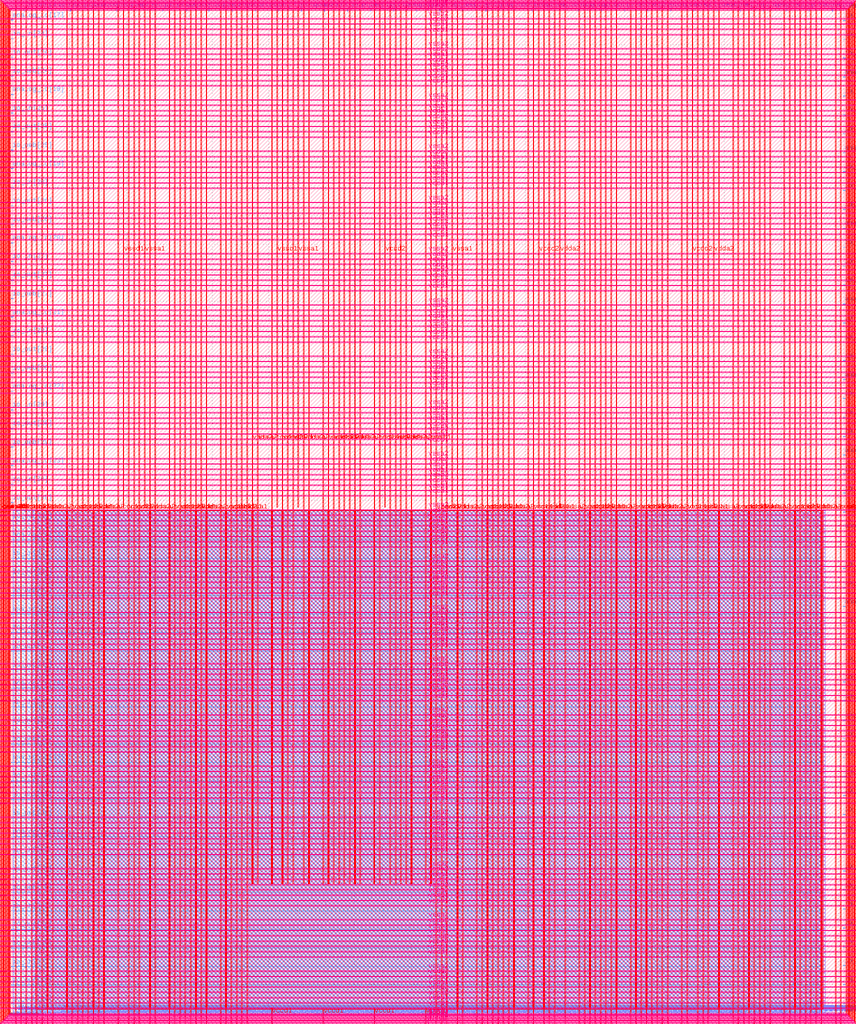
<source format=lef>
VERSION 5.7 ;
  NOWIREEXTENSIONATPIN ON ;
  DIVIDERCHAR "/" ;
  BUSBITCHARS "[]" ;
MACRO user_project_wrapper
  CLASS BLOCK ;
  FOREIGN user_project_wrapper ;
  ORIGIN 0.000 0.000 ;
  SIZE 2920.000 BY 3520.000 ;
  PIN analog_io[0]
    DIRECTION INOUT ;
    USE SIGNAL ;
    PORT
      LAYER met3 ;
        RECT 2917.600 1426.380 2924.800 1427.580 ;
    END
  END analog_io[0]
  PIN analog_io[10]
    DIRECTION INOUT ;
    USE SIGNAL ;
    PORT
      LAYER met2 ;
        RECT 2230.490 3517.600 2231.050 3524.800 ;
    END
  END analog_io[10]
  PIN analog_io[11]
    DIRECTION INOUT ;
    USE SIGNAL ;
    PORT
      LAYER met2 ;
        RECT 1905.730 3517.600 1906.290 3524.800 ;
    END
  END analog_io[11]
  PIN analog_io[12]
    DIRECTION INOUT ;
    USE SIGNAL ;
    PORT
      LAYER met2 ;
        RECT 1581.430 3517.600 1581.990 3524.800 ;
    END
  END analog_io[12]
  PIN analog_io[13]
    DIRECTION INOUT ;
    USE SIGNAL ;
    PORT
      LAYER met2 ;
        RECT 1257.130 3517.600 1257.690 3524.800 ;
    END
  END analog_io[13]
  PIN analog_io[14]
    DIRECTION INOUT ;
    USE SIGNAL ;
    PORT
      LAYER met2 ;
        RECT 932.370 3517.600 932.930 3524.800 ;
    END
  END analog_io[14]
  PIN analog_io[15]
    DIRECTION INOUT ;
    USE SIGNAL ;
    PORT
      LAYER met2 ;
        RECT 608.070 3517.600 608.630 3524.800 ;
    END
  END analog_io[15]
  PIN analog_io[16]
    DIRECTION INOUT ;
    USE SIGNAL ;
    PORT
      LAYER met2 ;
        RECT 283.770 3517.600 284.330 3524.800 ;
    END
  END analog_io[16]
  PIN analog_io[17]
    DIRECTION INOUT ;
    USE SIGNAL ;
    PORT
      LAYER met3 ;
        RECT -4.800 3486.100 2.400 3487.300 ;
    END
  END analog_io[17]
  PIN analog_io[18]
    DIRECTION INOUT ;
    USE SIGNAL ;
    PORT
      LAYER met3 ;
        RECT -4.800 3224.980 2.400 3226.180 ;
    END
  END analog_io[18]
  PIN analog_io[19]
    DIRECTION INOUT ;
    USE SIGNAL ;
    PORT
      LAYER met3 ;
        RECT -4.800 2964.540 2.400 2965.740 ;
    END
  END analog_io[19]
  PIN analog_io[1]
    DIRECTION INOUT ;
    USE SIGNAL ;
    PORT
      LAYER met3 ;
        RECT 2917.600 1692.260 2924.800 1693.460 ;
    END
  END analog_io[1]
  PIN analog_io[20]
    DIRECTION INOUT ;
    USE SIGNAL ;
    PORT
      LAYER met3 ;
        RECT -4.800 2703.420 2.400 2704.620 ;
    END
  END analog_io[20]
  PIN analog_io[21]
    DIRECTION INOUT ;
    USE SIGNAL ;
    PORT
      LAYER met3 ;
        RECT -4.800 2442.980 2.400 2444.180 ;
    END
  END analog_io[21]
  PIN analog_io[22]
    DIRECTION INOUT ;
    USE SIGNAL ;
    PORT
      LAYER met3 ;
        RECT -4.800 2182.540 2.400 2183.740 ;
    END
  END analog_io[22]
  PIN analog_io[23]
    DIRECTION INOUT ;
    USE SIGNAL ;
    PORT
      LAYER met3 ;
        RECT -4.800 1921.420 2.400 1922.620 ;
    END
  END analog_io[23]
  PIN analog_io[24]
    DIRECTION INOUT ;
    USE SIGNAL ;
    PORT
      LAYER met3 ;
        RECT -4.800 1660.980 2.400 1662.180 ;
    END
  END analog_io[24]
  PIN analog_io[25]
    DIRECTION INOUT ;
    USE SIGNAL ;
    PORT
      LAYER met3 ;
        RECT -4.800 1399.860 2.400 1401.060 ;
    END
  END analog_io[25]
  PIN analog_io[26]
    DIRECTION INOUT ;
    USE SIGNAL ;
    PORT
      LAYER met3 ;
        RECT -4.800 1139.420 2.400 1140.620 ;
    END
  END analog_io[26]
  PIN analog_io[27]
    DIRECTION INOUT ;
    USE SIGNAL ;
    PORT
      LAYER met3 ;
        RECT -4.800 878.980 2.400 880.180 ;
    END
  END analog_io[27]
  PIN analog_io[28]
    DIRECTION INOUT ;
    USE SIGNAL ;
    PORT
      LAYER met3 ;
        RECT -4.800 617.860 2.400 619.060 ;
    END
  END analog_io[28]
  PIN analog_io[2]
    DIRECTION INOUT ;
    USE SIGNAL ;
    PORT
      LAYER met3 ;
        RECT 2917.600 1958.140 2924.800 1959.340 ;
    END
  END analog_io[2]
  PIN analog_io[3]
    DIRECTION INOUT ;
    USE SIGNAL ;
    PORT
      LAYER met3 ;
        RECT 2917.600 2223.340 2924.800 2224.540 ;
    END
  END analog_io[3]
  PIN analog_io[4]
    DIRECTION INOUT ;
    USE SIGNAL ;
    PORT
      LAYER met3 ;
        RECT 2917.600 2489.220 2924.800 2490.420 ;
    END
  END analog_io[4]
  PIN analog_io[5]
    DIRECTION INOUT ;
    USE SIGNAL ;
    PORT
      LAYER met3 ;
        RECT 2917.600 2755.100 2924.800 2756.300 ;
    END
  END analog_io[5]
  PIN analog_io[6]
    DIRECTION INOUT ;
    USE SIGNAL ;
    PORT
      LAYER met3 ;
        RECT 2917.600 3020.300 2924.800 3021.500 ;
    END
  END analog_io[6]
  PIN analog_io[7]
    DIRECTION INOUT ;
    USE SIGNAL ;
    PORT
      LAYER met3 ;
        RECT 2917.600 3286.180 2924.800 3287.380 ;
    END
  END analog_io[7]
  PIN analog_io[8]
    DIRECTION INOUT ;
    USE SIGNAL ;
    PORT
      LAYER met2 ;
        RECT 2879.090 3517.600 2879.650 3524.800 ;
    END
  END analog_io[8]
  PIN analog_io[9]
    DIRECTION INOUT ;
    USE SIGNAL ;
    PORT
      LAYER met2 ;
        RECT 2554.790 3517.600 2555.350 3524.800 ;
    END
  END analog_io[9]
  PIN io_in[0]
    DIRECTION INPUT ;
    USE SIGNAL ;
    PORT
      LAYER met3 ;
        RECT 2917.600 32.380 2924.800 33.580 ;
    END
  END io_in[0]
  PIN io_in[10]
    DIRECTION INPUT ;
    USE SIGNAL ;
    PORT
      LAYER met3 ;
        RECT 2917.600 2289.980 2924.800 2291.180 ;
    END
  END io_in[10]
  PIN io_in[11]
    DIRECTION INPUT ;
    USE SIGNAL ;
    PORT
      LAYER met3 ;
        RECT 2917.600 2555.860 2924.800 2557.060 ;
    END
  END io_in[11]
  PIN io_in[12]
    DIRECTION INPUT ;
    USE SIGNAL ;
    PORT
      LAYER met3 ;
        RECT 2917.600 2821.060 2924.800 2822.260 ;
    END
  END io_in[12]
  PIN io_in[13]
    DIRECTION INPUT ;
    USE SIGNAL ;
    PORT
      LAYER met3 ;
        RECT 2917.600 3086.940 2924.800 3088.140 ;
    END
  END io_in[13]
  PIN io_in[14]
    DIRECTION INPUT ;
    USE SIGNAL ;
    PORT
      LAYER met3 ;
        RECT 2917.600 3352.820 2924.800 3354.020 ;
    END
  END io_in[14]
  PIN io_in[15]
    DIRECTION INPUT ;
    USE SIGNAL ;
    PORT
      LAYER met2 ;
        RECT 2798.130 3517.600 2798.690 3524.800 ;
    END
  END io_in[15]
  PIN io_in[16]
    DIRECTION INPUT ;
    USE SIGNAL ;
    PORT
      LAYER met2 ;
        RECT 2473.830 3517.600 2474.390 3524.800 ;
    END
  END io_in[16]
  PIN io_in[17]
    DIRECTION INPUT ;
    USE SIGNAL ;
    PORT
      LAYER met2 ;
        RECT 2149.070 3517.600 2149.630 3524.800 ;
    END
  END io_in[17]
  PIN io_in[18]
    DIRECTION INPUT ;
    USE SIGNAL ;
    PORT
      LAYER met2 ;
        RECT 1824.770 3517.600 1825.330 3524.800 ;
    END
  END io_in[18]
  PIN io_in[19]
    DIRECTION INPUT ;
    USE SIGNAL ;
    PORT
      LAYER met2 ;
        RECT 1500.470 3517.600 1501.030 3524.800 ;
    END
  END io_in[19]
  PIN io_in[1]
    DIRECTION INPUT ;
    USE SIGNAL ;
    PORT
      LAYER met3 ;
        RECT 2917.600 230.940 2924.800 232.140 ;
    END
  END io_in[1]
  PIN io_in[20]
    DIRECTION INPUT ;
    USE SIGNAL ;
    PORT
      LAYER met2 ;
        RECT 1175.710 3517.600 1176.270 3524.800 ;
    END
  END io_in[20]
  PIN io_in[21]
    DIRECTION INPUT ;
    USE SIGNAL ;
    PORT
      LAYER met2 ;
        RECT 851.410 3517.600 851.970 3524.800 ;
    END
  END io_in[21]
  PIN io_in[22]
    DIRECTION INPUT ;
    USE SIGNAL ;
    PORT
      LAYER met2 ;
        RECT 527.110 3517.600 527.670 3524.800 ;
    END
  END io_in[22]
  PIN io_in[23]
    DIRECTION INPUT ;
    USE SIGNAL ;
    PORT
      LAYER met2 ;
        RECT 202.350 3517.600 202.910 3524.800 ;
    END
  END io_in[23]
  PIN io_in[24]
    DIRECTION INPUT ;
    USE SIGNAL ;
    PORT
      LAYER met3 ;
        RECT -4.800 3420.820 2.400 3422.020 ;
    END
  END io_in[24]
  PIN io_in[25]
    DIRECTION INPUT ;
    USE SIGNAL ;
    PORT
      LAYER met3 ;
        RECT -4.800 3159.700 2.400 3160.900 ;
    END
  END io_in[25]
  PIN io_in[26]
    DIRECTION INPUT ;
    USE SIGNAL ;
    PORT
      LAYER met3 ;
        RECT -4.800 2899.260 2.400 2900.460 ;
    END
  END io_in[26]
  PIN io_in[27]
    DIRECTION INPUT ;
    USE SIGNAL ;
    PORT
      LAYER met3 ;
        RECT -4.800 2638.820 2.400 2640.020 ;
    END
  END io_in[27]
  PIN io_in[28]
    DIRECTION INPUT ;
    USE SIGNAL ;
    PORT
      LAYER met3 ;
        RECT -4.800 2377.700 2.400 2378.900 ;
    END
  END io_in[28]
  PIN io_in[29]
    DIRECTION INPUT ;
    USE SIGNAL ;
    PORT
      LAYER met3 ;
        RECT -4.800 2117.260 2.400 2118.460 ;
    END
  END io_in[29]
  PIN io_in[2]
    DIRECTION INPUT ;
    USE SIGNAL ;
    PORT
      LAYER met3 ;
        RECT 2917.600 430.180 2924.800 431.380 ;
    END
  END io_in[2]
  PIN io_in[30]
    DIRECTION INPUT ;
    USE SIGNAL ;
    PORT
      LAYER met3 ;
        RECT -4.800 1856.140 2.400 1857.340 ;
    END
  END io_in[30]
  PIN io_in[31]
    DIRECTION INPUT ;
    USE SIGNAL ;
    PORT
      LAYER met3 ;
        RECT -4.800 1595.700 2.400 1596.900 ;
    END
  END io_in[31]
  PIN io_in[32]
    DIRECTION INPUT ;
    USE SIGNAL ;
    PORT
      LAYER met3 ;
        RECT -4.800 1335.260 2.400 1336.460 ;
    END
  END io_in[32]
  PIN io_in[33]
    DIRECTION INPUT ;
    USE SIGNAL ;
    PORT
      LAYER met3 ;
        RECT -4.800 1074.140 2.400 1075.340 ;
    END
  END io_in[33]
  PIN io_in[34]
    DIRECTION INPUT ;
    USE SIGNAL ;
    PORT
      LAYER met3 ;
        RECT -4.800 813.700 2.400 814.900 ;
    END
  END io_in[34]
  PIN io_in[35]
    DIRECTION INPUT ;
    USE SIGNAL ;
    PORT
      LAYER met3 ;
        RECT -4.800 552.580 2.400 553.780 ;
    END
  END io_in[35]
  PIN io_in[36]
    DIRECTION INPUT ;
    USE SIGNAL ;
    PORT
      LAYER met3 ;
        RECT -4.800 357.420 2.400 358.620 ;
    END
  END io_in[36]
  PIN io_in[37]
    DIRECTION INPUT ;
    USE SIGNAL ;
    PORT
      LAYER met3 ;
        RECT -4.800 161.580 2.400 162.780 ;
    END
  END io_in[37]
  PIN io_in[3]
    DIRECTION INPUT ;
    USE SIGNAL ;
    PORT
      LAYER met3 ;
        RECT 2917.600 629.420 2924.800 630.620 ;
    END
  END io_in[3]
  PIN io_in[4]
    DIRECTION INPUT ;
    USE SIGNAL ;
    PORT
      LAYER met3 ;
        RECT 2917.600 828.660 2924.800 829.860 ;
    END
  END io_in[4]
  PIN io_in[5]
    DIRECTION INPUT ;
    USE SIGNAL ;
    PORT
      LAYER met3 ;
        RECT 2917.600 1027.900 2924.800 1029.100 ;
    END
  END io_in[5]
  PIN io_in[6]
    DIRECTION INPUT ;
    USE SIGNAL ;
    PORT
      LAYER met3 ;
        RECT 2917.600 1227.140 2924.800 1228.340 ;
    END
  END io_in[6]
  PIN io_in[7]
    DIRECTION INPUT ;
    USE SIGNAL ;
    PORT
      LAYER met3 ;
        RECT 2917.600 1493.020 2924.800 1494.220 ;
    END
  END io_in[7]
  PIN io_in[8]
    DIRECTION INPUT ;
    USE SIGNAL ;
    PORT
      LAYER met3 ;
        RECT 2917.600 1758.900 2924.800 1760.100 ;
    END
  END io_in[8]
  PIN io_in[9]
    DIRECTION INPUT ;
    USE SIGNAL ;
    PORT
      LAYER met3 ;
        RECT 2917.600 2024.100 2924.800 2025.300 ;
    END
  END io_in[9]
  PIN io_oeb[0]
    DIRECTION OUTPUT TRISTATE ;
    USE SIGNAL ;
    PORT
      LAYER met3 ;
        RECT 2917.600 164.980 2924.800 166.180 ;
    END
  END io_oeb[0]
  PIN io_oeb[10]
    DIRECTION OUTPUT TRISTATE ;
    USE SIGNAL ;
    PORT
      LAYER met3 ;
        RECT 2917.600 2422.580 2924.800 2423.780 ;
    END
  END io_oeb[10]
  PIN io_oeb[11]
    DIRECTION OUTPUT TRISTATE ;
    USE SIGNAL ;
    PORT
      LAYER met3 ;
        RECT 2917.600 2688.460 2924.800 2689.660 ;
    END
  END io_oeb[11]
  PIN io_oeb[12]
    DIRECTION OUTPUT TRISTATE ;
    USE SIGNAL ;
    PORT
      LAYER met3 ;
        RECT 2917.600 2954.340 2924.800 2955.540 ;
    END
  END io_oeb[12]
  PIN io_oeb[13]
    DIRECTION OUTPUT TRISTATE ;
    USE SIGNAL ;
    PORT
      LAYER met3 ;
        RECT 2917.600 3219.540 2924.800 3220.740 ;
    END
  END io_oeb[13]
  PIN io_oeb[14]
    DIRECTION OUTPUT TRISTATE ;
    USE SIGNAL ;
    PORT
      LAYER met3 ;
        RECT 2917.600 3485.420 2924.800 3486.620 ;
    END
  END io_oeb[14]
  PIN io_oeb[15]
    DIRECTION OUTPUT TRISTATE ;
    USE SIGNAL ;
    PORT
      LAYER met2 ;
        RECT 2635.750 3517.600 2636.310 3524.800 ;
    END
  END io_oeb[15]
  PIN io_oeb[16]
    DIRECTION OUTPUT TRISTATE ;
    USE SIGNAL ;
    PORT
      LAYER met2 ;
        RECT 2311.450 3517.600 2312.010 3524.800 ;
    END
  END io_oeb[16]
  PIN io_oeb[17]
    DIRECTION OUTPUT TRISTATE ;
    USE SIGNAL ;
    PORT
      LAYER met2 ;
        RECT 1987.150 3517.600 1987.710 3524.800 ;
    END
  END io_oeb[17]
  PIN io_oeb[18]
    DIRECTION OUTPUT TRISTATE ;
    USE SIGNAL ;
    PORT
      LAYER met2 ;
        RECT 1662.390 3517.600 1662.950 3524.800 ;
    END
  END io_oeb[18]
  PIN io_oeb[19]
    DIRECTION OUTPUT TRISTATE ;
    USE SIGNAL ;
    PORT
      LAYER met2 ;
        RECT 1338.090 3517.600 1338.650 3524.800 ;
    END
  END io_oeb[19]
  PIN io_oeb[1]
    DIRECTION OUTPUT TRISTATE ;
    USE SIGNAL ;
    PORT
      LAYER met3 ;
        RECT 2917.600 364.220 2924.800 365.420 ;
    END
  END io_oeb[1]
  PIN io_oeb[20]
    DIRECTION OUTPUT TRISTATE ;
    USE SIGNAL ;
    PORT
      LAYER met2 ;
        RECT 1013.790 3517.600 1014.350 3524.800 ;
    END
  END io_oeb[20]
  PIN io_oeb[21]
    DIRECTION OUTPUT TRISTATE ;
    USE SIGNAL ;
    PORT
      LAYER met2 ;
        RECT 689.030 3517.600 689.590 3524.800 ;
    END
  END io_oeb[21]
  PIN io_oeb[22]
    DIRECTION OUTPUT TRISTATE ;
    USE SIGNAL ;
    PORT
      LAYER met2 ;
        RECT 364.730 3517.600 365.290 3524.800 ;
    END
  END io_oeb[22]
  PIN io_oeb[23]
    DIRECTION OUTPUT TRISTATE ;
    USE SIGNAL ;
    PORT
      LAYER met2 ;
        RECT 40.430 3517.600 40.990 3524.800 ;
    END
  END io_oeb[23]
  PIN io_oeb[24]
    DIRECTION OUTPUT TRISTATE ;
    USE SIGNAL ;
    PORT
      LAYER met3 ;
        RECT -4.800 3290.260 2.400 3291.460 ;
    END
  END io_oeb[24]
  PIN io_oeb[25]
    DIRECTION OUTPUT TRISTATE ;
    USE SIGNAL ;
    PORT
      LAYER met3 ;
        RECT -4.800 3029.820 2.400 3031.020 ;
    END
  END io_oeb[25]
  PIN io_oeb[26]
    DIRECTION OUTPUT TRISTATE ;
    USE SIGNAL ;
    PORT
      LAYER met3 ;
        RECT -4.800 2768.700 2.400 2769.900 ;
    END
  END io_oeb[26]
  PIN io_oeb[27]
    DIRECTION OUTPUT TRISTATE ;
    USE SIGNAL ;
    PORT
      LAYER met3 ;
        RECT -4.800 2508.260 2.400 2509.460 ;
    END
  END io_oeb[27]
  PIN io_oeb[28]
    DIRECTION OUTPUT TRISTATE ;
    USE SIGNAL ;
    PORT
      LAYER met3 ;
        RECT -4.800 2247.140 2.400 2248.340 ;
    END
  END io_oeb[28]
  PIN io_oeb[29]
    DIRECTION OUTPUT TRISTATE ;
    USE SIGNAL ;
    PORT
      LAYER met3 ;
        RECT -4.800 1986.700 2.400 1987.900 ;
    END
  END io_oeb[29]
  PIN io_oeb[2]
    DIRECTION OUTPUT TRISTATE ;
    USE SIGNAL ;
    PORT
      LAYER met3 ;
        RECT 2917.600 563.460 2924.800 564.660 ;
    END
  END io_oeb[2]
  PIN io_oeb[30]
    DIRECTION OUTPUT TRISTATE ;
    USE SIGNAL ;
    PORT
      LAYER met3 ;
        RECT -4.800 1726.260 2.400 1727.460 ;
    END
  END io_oeb[30]
  PIN io_oeb[31]
    DIRECTION OUTPUT TRISTATE ;
    USE SIGNAL ;
    PORT
      LAYER met3 ;
        RECT -4.800 1465.140 2.400 1466.340 ;
    END
  END io_oeb[31]
  PIN io_oeb[32]
    DIRECTION OUTPUT TRISTATE ;
    USE SIGNAL ;
    PORT
      LAYER met3 ;
        RECT -4.800 1204.700 2.400 1205.900 ;
    END
  END io_oeb[32]
  PIN io_oeb[33]
    DIRECTION OUTPUT TRISTATE ;
    USE SIGNAL ;
    PORT
      LAYER met3 ;
        RECT -4.800 943.580 2.400 944.780 ;
    END
  END io_oeb[33]
  PIN io_oeb[34]
    DIRECTION OUTPUT TRISTATE ;
    USE SIGNAL ;
    PORT
      LAYER met3 ;
        RECT -4.800 683.140 2.400 684.340 ;
    END
  END io_oeb[34]
  PIN io_oeb[35]
    DIRECTION OUTPUT TRISTATE ;
    USE SIGNAL ;
    PORT
      LAYER met3 ;
        RECT -4.800 422.700 2.400 423.900 ;
    END
  END io_oeb[35]
  PIN io_oeb[36]
    DIRECTION OUTPUT TRISTATE ;
    USE SIGNAL ;
    PORT
      LAYER met3 ;
        RECT -4.800 226.860 2.400 228.060 ;
    END
  END io_oeb[36]
  PIN io_oeb[37]
    DIRECTION OUTPUT TRISTATE ;
    USE SIGNAL ;
    PORT
      LAYER met3 ;
        RECT -4.800 31.700 2.400 32.900 ;
    END
  END io_oeb[37]
  PIN io_oeb[3]
    DIRECTION OUTPUT TRISTATE ;
    USE SIGNAL ;
    PORT
      LAYER met3 ;
        RECT 2917.600 762.700 2924.800 763.900 ;
    END
  END io_oeb[3]
  PIN io_oeb[4]
    DIRECTION OUTPUT TRISTATE ;
    USE SIGNAL ;
    PORT
      LAYER met3 ;
        RECT 2917.600 961.940 2924.800 963.140 ;
    END
  END io_oeb[4]
  PIN io_oeb[5]
    DIRECTION OUTPUT TRISTATE ;
    USE SIGNAL ;
    PORT
      LAYER met3 ;
        RECT 2917.600 1161.180 2924.800 1162.380 ;
    END
  END io_oeb[5]
  PIN io_oeb[6]
    DIRECTION OUTPUT TRISTATE ;
    USE SIGNAL ;
    PORT
      LAYER met3 ;
        RECT 2917.600 1360.420 2924.800 1361.620 ;
    END
  END io_oeb[6]
  PIN io_oeb[7]
    DIRECTION OUTPUT TRISTATE ;
    USE SIGNAL ;
    PORT
      LAYER met3 ;
        RECT 2917.600 1625.620 2924.800 1626.820 ;
    END
  END io_oeb[7]
  PIN io_oeb[8]
    DIRECTION OUTPUT TRISTATE ;
    USE SIGNAL ;
    PORT
      LAYER met3 ;
        RECT 2917.600 1891.500 2924.800 1892.700 ;
    END
  END io_oeb[8]
  PIN io_oeb[9]
    DIRECTION OUTPUT TRISTATE ;
    USE SIGNAL ;
    PORT
      LAYER met3 ;
        RECT 2917.600 2157.380 2924.800 2158.580 ;
    END
  END io_oeb[9]
  PIN io_out[0]
    DIRECTION OUTPUT TRISTATE ;
    USE SIGNAL ;
    PORT
      LAYER met3 ;
        RECT 2917.600 98.340 2924.800 99.540 ;
    END
  END io_out[0]
  PIN io_out[10]
    DIRECTION OUTPUT TRISTATE ;
    USE SIGNAL ;
    PORT
      LAYER met3 ;
        RECT 2917.600 2356.620 2924.800 2357.820 ;
    END
  END io_out[10]
  PIN io_out[11]
    DIRECTION OUTPUT TRISTATE ;
    USE SIGNAL ;
    PORT
      LAYER met3 ;
        RECT 2917.600 2621.820 2924.800 2623.020 ;
    END
  END io_out[11]
  PIN io_out[12]
    DIRECTION OUTPUT TRISTATE ;
    USE SIGNAL ;
    PORT
      LAYER met3 ;
        RECT 2917.600 2887.700 2924.800 2888.900 ;
    END
  END io_out[12]
  PIN io_out[13]
    DIRECTION OUTPUT TRISTATE ;
    USE SIGNAL ;
    PORT
      LAYER met3 ;
        RECT 2917.600 3153.580 2924.800 3154.780 ;
    END
  END io_out[13]
  PIN io_out[14]
    DIRECTION OUTPUT TRISTATE ;
    USE SIGNAL ;
    PORT
      LAYER met3 ;
        RECT 2917.600 3418.780 2924.800 3419.980 ;
    END
  END io_out[14]
  PIN io_out[15]
    DIRECTION OUTPUT TRISTATE ;
    USE SIGNAL ;
    PORT
      LAYER met2 ;
        RECT 2717.170 3517.600 2717.730 3524.800 ;
    END
  END io_out[15]
  PIN io_out[16]
    DIRECTION OUTPUT TRISTATE ;
    USE SIGNAL ;
    PORT
      LAYER met2 ;
        RECT 2392.410 3517.600 2392.970 3524.800 ;
    END
  END io_out[16]
  PIN io_out[17]
    DIRECTION OUTPUT TRISTATE ;
    USE SIGNAL ;
    PORT
      LAYER met2 ;
        RECT 2068.110 3517.600 2068.670 3524.800 ;
    END
  END io_out[17]
  PIN io_out[18]
    DIRECTION OUTPUT TRISTATE ;
    USE SIGNAL ;
    PORT
      LAYER met2 ;
        RECT 1743.810 3517.600 1744.370 3524.800 ;
    END
  END io_out[18]
  PIN io_out[19]
    DIRECTION OUTPUT TRISTATE ;
    USE SIGNAL ;
    PORT
      LAYER met2 ;
        RECT 1419.050 3517.600 1419.610 3524.800 ;
    END
  END io_out[19]
  PIN io_out[1]
    DIRECTION OUTPUT TRISTATE ;
    USE SIGNAL ;
    PORT
      LAYER met3 ;
        RECT 2917.600 297.580 2924.800 298.780 ;
    END
  END io_out[1]
  PIN io_out[20]
    DIRECTION OUTPUT TRISTATE ;
    USE SIGNAL ;
    PORT
      LAYER met2 ;
        RECT 1094.750 3517.600 1095.310 3524.800 ;
    END
  END io_out[20]
  PIN io_out[21]
    DIRECTION OUTPUT TRISTATE ;
    USE SIGNAL ;
    PORT
      LAYER met2 ;
        RECT 770.450 3517.600 771.010 3524.800 ;
    END
  END io_out[21]
  PIN io_out[22]
    DIRECTION OUTPUT TRISTATE ;
    USE SIGNAL ;
    PORT
      LAYER met2 ;
        RECT 445.690 3517.600 446.250 3524.800 ;
    END
  END io_out[22]
  PIN io_out[23]
    DIRECTION OUTPUT TRISTATE ;
    USE SIGNAL ;
    PORT
      LAYER met2 ;
        RECT 121.390 3517.600 121.950 3524.800 ;
    END
  END io_out[23]
  PIN io_out[24]
    DIRECTION OUTPUT TRISTATE ;
    USE SIGNAL ;
    PORT
      LAYER met3 ;
        RECT -4.800 3355.540 2.400 3356.740 ;
    END
  END io_out[24]
  PIN io_out[25]
    DIRECTION OUTPUT TRISTATE ;
    USE SIGNAL ;
    PORT
      LAYER met3 ;
        RECT -4.800 3095.100 2.400 3096.300 ;
    END
  END io_out[25]
  PIN io_out[26]
    DIRECTION OUTPUT TRISTATE ;
    USE SIGNAL ;
    PORT
      LAYER met3 ;
        RECT -4.800 2833.980 2.400 2835.180 ;
    END
  END io_out[26]
  PIN io_out[27]
    DIRECTION OUTPUT TRISTATE ;
    USE SIGNAL ;
    PORT
      LAYER met3 ;
        RECT -4.800 2573.540 2.400 2574.740 ;
    END
  END io_out[27]
  PIN io_out[28]
    DIRECTION OUTPUT TRISTATE ;
    USE SIGNAL ;
    PORT
      LAYER met3 ;
        RECT -4.800 2312.420 2.400 2313.620 ;
    END
  END io_out[28]
  PIN io_out[29]
    DIRECTION OUTPUT TRISTATE ;
    USE SIGNAL ;
    PORT
      LAYER met3 ;
        RECT -4.800 2051.980 2.400 2053.180 ;
    END
  END io_out[29]
  PIN io_out[2]
    DIRECTION OUTPUT TRISTATE ;
    USE SIGNAL ;
    PORT
      LAYER met3 ;
        RECT 2917.600 496.820 2924.800 498.020 ;
    END
  END io_out[2]
  PIN io_out[30]
    DIRECTION OUTPUT TRISTATE ;
    USE SIGNAL ;
    PORT
      LAYER met3 ;
        RECT -4.800 1791.540 2.400 1792.740 ;
    END
  END io_out[30]
  PIN io_out[31]
    DIRECTION OUTPUT TRISTATE ;
    USE SIGNAL ;
    PORT
      LAYER met3 ;
        RECT -4.800 1530.420 2.400 1531.620 ;
    END
  END io_out[31]
  PIN io_out[32]
    DIRECTION OUTPUT TRISTATE ;
    USE SIGNAL ;
    PORT
      LAYER met3 ;
        RECT -4.800 1269.980 2.400 1271.180 ;
    END
  END io_out[32]
  PIN io_out[33]
    DIRECTION OUTPUT TRISTATE ;
    USE SIGNAL ;
    PORT
      LAYER met3 ;
        RECT -4.800 1008.860 2.400 1010.060 ;
    END
  END io_out[33]
  PIN io_out[34]
    DIRECTION OUTPUT TRISTATE ;
    USE SIGNAL ;
    PORT
      LAYER met3 ;
        RECT -4.800 748.420 2.400 749.620 ;
    END
  END io_out[34]
  PIN io_out[35]
    DIRECTION OUTPUT TRISTATE ;
    USE SIGNAL ;
    PORT
      LAYER met3 ;
        RECT -4.800 487.300 2.400 488.500 ;
    END
  END io_out[35]
  PIN io_out[36]
    DIRECTION OUTPUT TRISTATE ;
    USE SIGNAL ;
    PORT
      LAYER met3 ;
        RECT -4.800 292.140 2.400 293.340 ;
    END
  END io_out[36]
  PIN io_out[37]
    DIRECTION OUTPUT TRISTATE ;
    USE SIGNAL ;
    PORT
      LAYER met3 ;
        RECT -4.800 96.300 2.400 97.500 ;
    END
  END io_out[37]
  PIN io_out[3]
    DIRECTION OUTPUT TRISTATE ;
    USE SIGNAL ;
    PORT
      LAYER met3 ;
        RECT 2917.600 696.060 2924.800 697.260 ;
    END
  END io_out[3]
  PIN io_out[4]
    DIRECTION OUTPUT TRISTATE ;
    USE SIGNAL ;
    PORT
      LAYER met3 ;
        RECT 2917.600 895.300 2924.800 896.500 ;
    END
  END io_out[4]
  PIN io_out[5]
    DIRECTION OUTPUT TRISTATE ;
    USE SIGNAL ;
    PORT
      LAYER met3 ;
        RECT 2917.600 1094.540 2924.800 1095.740 ;
    END
  END io_out[5]
  PIN io_out[6]
    DIRECTION OUTPUT TRISTATE ;
    USE SIGNAL ;
    PORT
      LAYER met3 ;
        RECT 2917.600 1293.780 2924.800 1294.980 ;
    END
  END io_out[6]
  PIN io_out[7]
    DIRECTION OUTPUT TRISTATE ;
    USE SIGNAL ;
    PORT
      LAYER met3 ;
        RECT 2917.600 1559.660 2924.800 1560.860 ;
    END
  END io_out[7]
  PIN io_out[8]
    DIRECTION OUTPUT TRISTATE ;
    USE SIGNAL ;
    PORT
      LAYER met3 ;
        RECT 2917.600 1824.860 2924.800 1826.060 ;
    END
  END io_out[8]
  PIN io_out[9]
    DIRECTION OUTPUT TRISTATE ;
    USE SIGNAL ;
    PORT
      LAYER met3 ;
        RECT 2917.600 2090.740 2924.800 2091.940 ;
    END
  END io_out[9]
  PIN la_data_in[0]
    DIRECTION INPUT ;
    USE SIGNAL ;
    PORT
      LAYER met2 ;
        RECT 629.230 -4.800 629.790 2.400 ;
    END
  END la_data_in[0]
  PIN la_data_in[100]
    DIRECTION INPUT ;
    USE SIGNAL ;
    PORT
      LAYER met2 ;
        RECT 2402.530 -4.800 2403.090 2.400 ;
    END
  END la_data_in[100]
  PIN la_data_in[101]
    DIRECTION INPUT ;
    USE SIGNAL ;
    PORT
      LAYER met2 ;
        RECT 2420.010 -4.800 2420.570 2.400 ;
    END
  END la_data_in[101]
  PIN la_data_in[102]
    DIRECTION INPUT ;
    USE SIGNAL ;
    PORT
      LAYER met2 ;
        RECT 2437.950 -4.800 2438.510 2.400 ;
    END
  END la_data_in[102]
  PIN la_data_in[103]
    DIRECTION INPUT ;
    USE SIGNAL ;
    PORT
      LAYER met2 ;
        RECT 2455.430 -4.800 2455.990 2.400 ;
    END
  END la_data_in[103]
  PIN la_data_in[104]
    DIRECTION INPUT ;
    USE SIGNAL ;
    PORT
      LAYER met2 ;
        RECT 2473.370 -4.800 2473.930 2.400 ;
    END
  END la_data_in[104]
  PIN la_data_in[105]
    DIRECTION INPUT ;
    USE SIGNAL ;
    PORT
      LAYER met2 ;
        RECT 2490.850 -4.800 2491.410 2.400 ;
    END
  END la_data_in[105]
  PIN la_data_in[106]
    DIRECTION INPUT ;
    USE SIGNAL ;
    PORT
      LAYER met2 ;
        RECT 2508.790 -4.800 2509.350 2.400 ;
    END
  END la_data_in[106]
  PIN la_data_in[107]
    DIRECTION INPUT ;
    USE SIGNAL ;
    PORT
      LAYER met2 ;
        RECT 2526.730 -4.800 2527.290 2.400 ;
    END
  END la_data_in[107]
  PIN la_data_in[108]
    DIRECTION INPUT ;
    USE SIGNAL ;
    PORT
      LAYER met2 ;
        RECT 2544.210 -4.800 2544.770 2.400 ;
    END
  END la_data_in[108]
  PIN la_data_in[109]
    DIRECTION INPUT ;
    USE SIGNAL ;
    PORT
      LAYER met2 ;
        RECT 2562.150 -4.800 2562.710 2.400 ;
    END
  END la_data_in[109]
  PIN la_data_in[10]
    DIRECTION INPUT ;
    USE SIGNAL ;
    PORT
      LAYER met2 ;
        RECT 806.330 -4.800 806.890 2.400 ;
    END
  END la_data_in[10]
  PIN la_data_in[110]
    DIRECTION INPUT ;
    USE SIGNAL ;
    PORT
      LAYER met2 ;
        RECT 2579.630 -4.800 2580.190 2.400 ;
    END
  END la_data_in[110]
  PIN la_data_in[111]
    DIRECTION INPUT ;
    USE SIGNAL ;
    PORT
      LAYER met2 ;
        RECT 2597.570 -4.800 2598.130 2.400 ;
    END
  END la_data_in[111]
  PIN la_data_in[112]
    DIRECTION INPUT ;
    USE SIGNAL ;
    PORT
      LAYER met2 ;
        RECT 2615.050 -4.800 2615.610 2.400 ;
    END
  END la_data_in[112]
  PIN la_data_in[113]
    DIRECTION INPUT ;
    USE SIGNAL ;
    PORT
      LAYER met2 ;
        RECT 2632.990 -4.800 2633.550 2.400 ;
    END
  END la_data_in[113]
  PIN la_data_in[114]
    DIRECTION INPUT ;
    USE SIGNAL ;
    PORT
      LAYER met2 ;
        RECT 2650.470 -4.800 2651.030 2.400 ;
    END
  END la_data_in[114]
  PIN la_data_in[115]
    DIRECTION INPUT ;
    USE SIGNAL ;
    PORT
      LAYER met2 ;
        RECT 2668.410 -4.800 2668.970 2.400 ;
    END
  END la_data_in[115]
  PIN la_data_in[116]
    DIRECTION INPUT ;
    USE SIGNAL ;
    PORT
      LAYER met2 ;
        RECT 2685.890 -4.800 2686.450 2.400 ;
    END
  END la_data_in[116]
  PIN la_data_in[117]
    DIRECTION INPUT ;
    USE SIGNAL ;
    PORT
      LAYER met2 ;
        RECT 2703.830 -4.800 2704.390 2.400 ;
    END
  END la_data_in[117]
  PIN la_data_in[118]
    DIRECTION INPUT ;
    USE SIGNAL ;
    PORT
      LAYER met2 ;
        RECT 2721.770 -4.800 2722.330 2.400 ;
    END
  END la_data_in[118]
  PIN la_data_in[119]
    DIRECTION INPUT ;
    USE SIGNAL ;
    PORT
      LAYER met2 ;
        RECT 2739.250 -4.800 2739.810 2.400 ;
    END
  END la_data_in[119]
  PIN la_data_in[11]
    DIRECTION INPUT ;
    USE SIGNAL ;
    PORT
      LAYER met2 ;
        RECT 824.270 -4.800 824.830 2.400 ;
    END
  END la_data_in[11]
  PIN la_data_in[120]
    DIRECTION INPUT ;
    USE SIGNAL ;
    PORT
      LAYER met2 ;
        RECT 2757.190 -4.800 2757.750 2.400 ;
    END
  END la_data_in[120]
  PIN la_data_in[121]
    DIRECTION INPUT ;
    USE SIGNAL ;
    PORT
      LAYER met2 ;
        RECT 2774.670 -4.800 2775.230 2.400 ;
    END
  END la_data_in[121]
  PIN la_data_in[122]
    DIRECTION INPUT ;
    USE SIGNAL ;
    PORT
      LAYER met2 ;
        RECT 2792.610 -4.800 2793.170 2.400 ;
    END
  END la_data_in[122]
  PIN la_data_in[123]
    DIRECTION INPUT ;
    USE SIGNAL ;
    PORT
      LAYER met2 ;
        RECT 2810.090 -4.800 2810.650 2.400 ;
    END
  END la_data_in[123]
  PIN la_data_in[124]
    DIRECTION INPUT ;
    USE SIGNAL ;
    PORT
      LAYER met2 ;
        RECT 2828.030 -4.800 2828.590 2.400 ;
    END
  END la_data_in[124]
  PIN la_data_in[125]
    DIRECTION INPUT ;
    USE SIGNAL ;
    PORT
      LAYER met2 ;
        RECT 2845.510 -4.800 2846.070 2.400 ;
    END
  END la_data_in[125]
  PIN la_data_in[126]
    DIRECTION INPUT ;
    USE SIGNAL ;
    PORT
      LAYER met2 ;
        RECT 2863.450 -4.800 2864.010 2.400 ;
    END
  END la_data_in[126]
  PIN la_data_in[127]
    DIRECTION INPUT ;
    USE SIGNAL ;
    PORT
      LAYER met2 ;
        RECT 2881.390 -4.800 2881.950 2.400 ;
    END
  END la_data_in[127]
  PIN la_data_in[12]
    DIRECTION INPUT ;
    USE SIGNAL ;
    PORT
      LAYER met2 ;
        RECT 841.750 -4.800 842.310 2.400 ;
    END
  END la_data_in[12]
  PIN la_data_in[13]
    DIRECTION INPUT ;
    USE SIGNAL ;
    PORT
      LAYER met2 ;
        RECT 859.690 -4.800 860.250 2.400 ;
    END
  END la_data_in[13]
  PIN la_data_in[14]
    DIRECTION INPUT ;
    USE SIGNAL ;
    PORT
      LAYER met2 ;
        RECT 877.170 -4.800 877.730 2.400 ;
    END
  END la_data_in[14]
  PIN la_data_in[15]
    DIRECTION INPUT ;
    USE SIGNAL ;
    PORT
      LAYER met2 ;
        RECT 895.110 -4.800 895.670 2.400 ;
    END
  END la_data_in[15]
  PIN la_data_in[16]
    DIRECTION INPUT ;
    USE SIGNAL ;
    PORT
      LAYER met2 ;
        RECT 912.590 -4.800 913.150 2.400 ;
    END
  END la_data_in[16]
  PIN la_data_in[17]
    DIRECTION INPUT ;
    USE SIGNAL ;
    PORT
      LAYER met2 ;
        RECT 930.530 -4.800 931.090 2.400 ;
    END
  END la_data_in[17]
  PIN la_data_in[18]
    DIRECTION INPUT ;
    USE SIGNAL ;
    PORT
      LAYER met2 ;
        RECT 948.470 -4.800 949.030 2.400 ;
    END
  END la_data_in[18]
  PIN la_data_in[19]
    DIRECTION INPUT ;
    USE SIGNAL ;
    PORT
      LAYER met2 ;
        RECT 965.950 -4.800 966.510 2.400 ;
    END
  END la_data_in[19]
  PIN la_data_in[1]
    DIRECTION INPUT ;
    USE SIGNAL ;
    PORT
      LAYER met2 ;
        RECT 646.710 -4.800 647.270 2.400 ;
    END
  END la_data_in[1]
  PIN la_data_in[20]
    DIRECTION INPUT ;
    USE SIGNAL ;
    PORT
      LAYER met2 ;
        RECT 983.890 -4.800 984.450 2.400 ;
    END
  END la_data_in[20]
  PIN la_data_in[21]
    DIRECTION INPUT ;
    USE SIGNAL ;
    PORT
      LAYER met2 ;
        RECT 1001.370 -4.800 1001.930 2.400 ;
    END
  END la_data_in[21]
  PIN la_data_in[22]
    DIRECTION INPUT ;
    USE SIGNAL ;
    PORT
      LAYER met2 ;
        RECT 1019.310 -4.800 1019.870 2.400 ;
    END
  END la_data_in[22]
  PIN la_data_in[23]
    DIRECTION INPUT ;
    USE SIGNAL ;
    PORT
      LAYER met2 ;
        RECT 1036.790 -4.800 1037.350 2.400 ;
    END
  END la_data_in[23]
  PIN la_data_in[24]
    DIRECTION INPUT ;
    USE SIGNAL ;
    PORT
      LAYER met2 ;
        RECT 1054.730 -4.800 1055.290 2.400 ;
    END
  END la_data_in[24]
  PIN la_data_in[25]
    DIRECTION INPUT ;
    USE SIGNAL ;
    PORT
      LAYER met2 ;
        RECT 1072.210 -4.800 1072.770 2.400 ;
    END
  END la_data_in[25]
  PIN la_data_in[26]
    DIRECTION INPUT ;
    USE SIGNAL ;
    PORT
      LAYER met2 ;
        RECT 1090.150 -4.800 1090.710 2.400 ;
    END
  END la_data_in[26]
  PIN la_data_in[27]
    DIRECTION INPUT ;
    USE SIGNAL ;
    PORT
      LAYER met2 ;
        RECT 1107.630 -4.800 1108.190 2.400 ;
    END
  END la_data_in[27]
  PIN la_data_in[28]
    DIRECTION INPUT ;
    USE SIGNAL ;
    PORT
      LAYER met2 ;
        RECT 1125.570 -4.800 1126.130 2.400 ;
    END
  END la_data_in[28]
  PIN la_data_in[29]
    DIRECTION INPUT ;
    USE SIGNAL ;
    PORT
      LAYER met2 ;
        RECT 1143.510 -4.800 1144.070 2.400 ;
    END
  END la_data_in[29]
  PIN la_data_in[2]
    DIRECTION INPUT ;
    USE SIGNAL ;
    PORT
      LAYER met2 ;
        RECT 664.650 -4.800 665.210 2.400 ;
    END
  END la_data_in[2]
  PIN la_data_in[30]
    DIRECTION INPUT ;
    USE SIGNAL ;
    PORT
      LAYER met2 ;
        RECT 1160.990 -4.800 1161.550 2.400 ;
    END
  END la_data_in[30]
  PIN la_data_in[31]
    DIRECTION INPUT ;
    USE SIGNAL ;
    PORT
      LAYER met2 ;
        RECT 1178.930 -4.800 1179.490 2.400 ;
    END
  END la_data_in[31]
  PIN la_data_in[32]
    DIRECTION INPUT ;
    USE SIGNAL ;
    PORT
      LAYER met2 ;
        RECT 1196.410 -4.800 1196.970 2.400 ;
    END
  END la_data_in[32]
  PIN la_data_in[33]
    DIRECTION INPUT ;
    USE SIGNAL ;
    PORT
      LAYER met2 ;
        RECT 1214.350 -4.800 1214.910 2.400 ;
    END
  END la_data_in[33]
  PIN la_data_in[34]
    DIRECTION INPUT ;
    USE SIGNAL ;
    PORT
      LAYER met2 ;
        RECT 1231.830 -4.800 1232.390 2.400 ;
    END
  END la_data_in[34]
  PIN la_data_in[35]
    DIRECTION INPUT ;
    USE SIGNAL ;
    PORT
      LAYER met2 ;
        RECT 1249.770 -4.800 1250.330 2.400 ;
    END
  END la_data_in[35]
  PIN la_data_in[36]
    DIRECTION INPUT ;
    USE SIGNAL ;
    PORT
      LAYER met2 ;
        RECT 1267.250 -4.800 1267.810 2.400 ;
    END
  END la_data_in[36]
  PIN la_data_in[37]
    DIRECTION INPUT ;
    USE SIGNAL ;
    PORT
      LAYER met2 ;
        RECT 1285.190 -4.800 1285.750 2.400 ;
    END
  END la_data_in[37]
  PIN la_data_in[38]
    DIRECTION INPUT ;
    USE SIGNAL ;
    PORT
      LAYER met2 ;
        RECT 1303.130 -4.800 1303.690 2.400 ;
    END
  END la_data_in[38]
  PIN la_data_in[39]
    DIRECTION INPUT ;
    USE SIGNAL ;
    PORT
      LAYER met2 ;
        RECT 1320.610 -4.800 1321.170 2.400 ;
    END
  END la_data_in[39]
  PIN la_data_in[3]
    DIRECTION INPUT ;
    USE SIGNAL ;
    PORT
      LAYER met2 ;
        RECT 682.130 -4.800 682.690 2.400 ;
    END
  END la_data_in[3]
  PIN la_data_in[40]
    DIRECTION INPUT ;
    USE SIGNAL ;
    PORT
      LAYER met2 ;
        RECT 1338.550 -4.800 1339.110 2.400 ;
    END
  END la_data_in[40]
  PIN la_data_in[41]
    DIRECTION INPUT ;
    USE SIGNAL ;
    PORT
      LAYER met2 ;
        RECT 1356.030 -4.800 1356.590 2.400 ;
    END
  END la_data_in[41]
  PIN la_data_in[42]
    DIRECTION INPUT ;
    USE SIGNAL ;
    PORT
      LAYER met2 ;
        RECT 1373.970 -4.800 1374.530 2.400 ;
    END
  END la_data_in[42]
  PIN la_data_in[43]
    DIRECTION INPUT ;
    USE SIGNAL ;
    PORT
      LAYER met2 ;
        RECT 1391.450 -4.800 1392.010 2.400 ;
    END
  END la_data_in[43]
  PIN la_data_in[44]
    DIRECTION INPUT ;
    USE SIGNAL ;
    PORT
      LAYER met2 ;
        RECT 1409.390 -4.800 1409.950 2.400 ;
    END
  END la_data_in[44]
  PIN la_data_in[45]
    DIRECTION INPUT ;
    USE SIGNAL ;
    PORT
      LAYER met2 ;
        RECT 1426.870 -4.800 1427.430 2.400 ;
    END
  END la_data_in[45]
  PIN la_data_in[46]
    DIRECTION INPUT ;
    USE SIGNAL ;
    PORT
      LAYER met2 ;
        RECT 1444.810 -4.800 1445.370 2.400 ;
    END
  END la_data_in[46]
  PIN la_data_in[47]
    DIRECTION INPUT ;
    USE SIGNAL ;
    PORT
      LAYER met2 ;
        RECT 1462.750 -4.800 1463.310 2.400 ;
    END
  END la_data_in[47]
  PIN la_data_in[48]
    DIRECTION INPUT ;
    USE SIGNAL ;
    PORT
      LAYER met2 ;
        RECT 1480.230 -4.800 1480.790 2.400 ;
    END
  END la_data_in[48]
  PIN la_data_in[49]
    DIRECTION INPUT ;
    USE SIGNAL ;
    PORT
      LAYER met2 ;
        RECT 1498.170 -4.800 1498.730 2.400 ;
    END
  END la_data_in[49]
  PIN la_data_in[4]
    DIRECTION INPUT ;
    USE SIGNAL ;
    PORT
      LAYER met2 ;
        RECT 700.070 -4.800 700.630 2.400 ;
    END
  END la_data_in[4]
  PIN la_data_in[50]
    DIRECTION INPUT ;
    USE SIGNAL ;
    PORT
      LAYER met2 ;
        RECT 1515.650 -4.800 1516.210 2.400 ;
    END
  END la_data_in[50]
  PIN la_data_in[51]
    DIRECTION INPUT ;
    USE SIGNAL ;
    PORT
      LAYER met2 ;
        RECT 1533.590 -4.800 1534.150 2.400 ;
    END
  END la_data_in[51]
  PIN la_data_in[52]
    DIRECTION INPUT ;
    USE SIGNAL ;
    PORT
      LAYER met2 ;
        RECT 1551.070 -4.800 1551.630 2.400 ;
    END
  END la_data_in[52]
  PIN la_data_in[53]
    DIRECTION INPUT ;
    USE SIGNAL ;
    PORT
      LAYER met2 ;
        RECT 1569.010 -4.800 1569.570 2.400 ;
    END
  END la_data_in[53]
  PIN la_data_in[54]
    DIRECTION INPUT ;
    USE SIGNAL ;
    PORT
      LAYER met2 ;
        RECT 1586.490 -4.800 1587.050 2.400 ;
    END
  END la_data_in[54]
  PIN la_data_in[55]
    DIRECTION INPUT ;
    USE SIGNAL ;
    PORT
      LAYER met2 ;
        RECT 1604.430 -4.800 1604.990 2.400 ;
    END
  END la_data_in[55]
  PIN la_data_in[56]
    DIRECTION INPUT ;
    USE SIGNAL ;
    PORT
      LAYER met2 ;
        RECT 1621.910 -4.800 1622.470 2.400 ;
    END
  END la_data_in[56]
  PIN la_data_in[57]
    DIRECTION INPUT ;
    USE SIGNAL ;
    PORT
      LAYER met2 ;
        RECT 1639.850 -4.800 1640.410 2.400 ;
    END
  END la_data_in[57]
  PIN la_data_in[58]
    DIRECTION INPUT ;
    USE SIGNAL ;
    PORT
      LAYER met2 ;
        RECT 1657.790 -4.800 1658.350 2.400 ;
    END
  END la_data_in[58]
  PIN la_data_in[59]
    DIRECTION INPUT ;
    USE SIGNAL ;
    PORT
      LAYER met2 ;
        RECT 1675.270 -4.800 1675.830 2.400 ;
    END
  END la_data_in[59]
  PIN la_data_in[5]
    DIRECTION INPUT ;
    USE SIGNAL ;
    PORT
      LAYER met2 ;
        RECT 717.550 -4.800 718.110 2.400 ;
    END
  END la_data_in[5]
  PIN la_data_in[60]
    DIRECTION INPUT ;
    USE SIGNAL ;
    PORT
      LAYER met2 ;
        RECT 1693.210 -4.800 1693.770 2.400 ;
    END
  END la_data_in[60]
  PIN la_data_in[61]
    DIRECTION INPUT ;
    USE SIGNAL ;
    PORT
      LAYER met2 ;
        RECT 1710.690 -4.800 1711.250 2.400 ;
    END
  END la_data_in[61]
  PIN la_data_in[62]
    DIRECTION INPUT ;
    USE SIGNAL ;
    PORT
      LAYER met2 ;
        RECT 1728.630 -4.800 1729.190 2.400 ;
    END
  END la_data_in[62]
  PIN la_data_in[63]
    DIRECTION INPUT ;
    USE SIGNAL ;
    PORT
      LAYER met2 ;
        RECT 1746.110 -4.800 1746.670 2.400 ;
    END
  END la_data_in[63]
  PIN la_data_in[64]
    DIRECTION INPUT ;
    USE SIGNAL ;
    PORT
      LAYER met2 ;
        RECT 1764.050 -4.800 1764.610 2.400 ;
    END
  END la_data_in[64]
  PIN la_data_in[65]
    DIRECTION INPUT ;
    USE SIGNAL ;
    PORT
      LAYER met2 ;
        RECT 1781.530 -4.800 1782.090 2.400 ;
    END
  END la_data_in[65]
  PIN la_data_in[66]
    DIRECTION INPUT ;
    USE SIGNAL ;
    PORT
      LAYER met2 ;
        RECT 1799.470 -4.800 1800.030 2.400 ;
    END
  END la_data_in[66]
  PIN la_data_in[67]
    DIRECTION INPUT ;
    USE SIGNAL ;
    PORT
      LAYER met2 ;
        RECT 1817.410 -4.800 1817.970 2.400 ;
    END
  END la_data_in[67]
  PIN la_data_in[68]
    DIRECTION INPUT ;
    USE SIGNAL ;
    PORT
      LAYER met2 ;
        RECT 1834.890 -4.800 1835.450 2.400 ;
    END
  END la_data_in[68]
  PIN la_data_in[69]
    DIRECTION INPUT ;
    USE SIGNAL ;
    PORT
      LAYER met2 ;
        RECT 1852.830 -4.800 1853.390 2.400 ;
    END
  END la_data_in[69]
  PIN la_data_in[6]
    DIRECTION INPUT ;
    USE SIGNAL ;
    PORT
      LAYER met2 ;
        RECT 735.490 -4.800 736.050 2.400 ;
    END
  END la_data_in[6]
  PIN la_data_in[70]
    DIRECTION INPUT ;
    USE SIGNAL ;
    PORT
      LAYER met2 ;
        RECT 1870.310 -4.800 1870.870 2.400 ;
    END
  END la_data_in[70]
  PIN la_data_in[71]
    DIRECTION INPUT ;
    USE SIGNAL ;
    PORT
      LAYER met2 ;
        RECT 1888.250 -4.800 1888.810 2.400 ;
    END
  END la_data_in[71]
  PIN la_data_in[72]
    DIRECTION INPUT ;
    USE SIGNAL ;
    PORT
      LAYER met2 ;
        RECT 1905.730 -4.800 1906.290 2.400 ;
    END
  END la_data_in[72]
  PIN la_data_in[73]
    DIRECTION INPUT ;
    USE SIGNAL ;
    PORT
      LAYER met2 ;
        RECT 1923.670 -4.800 1924.230 2.400 ;
    END
  END la_data_in[73]
  PIN la_data_in[74]
    DIRECTION INPUT ;
    USE SIGNAL ;
    PORT
      LAYER met2 ;
        RECT 1941.150 -4.800 1941.710 2.400 ;
    END
  END la_data_in[74]
  PIN la_data_in[75]
    DIRECTION INPUT ;
    USE SIGNAL ;
    PORT
      LAYER met2 ;
        RECT 1959.090 -4.800 1959.650 2.400 ;
    END
  END la_data_in[75]
  PIN la_data_in[76]
    DIRECTION INPUT ;
    USE SIGNAL ;
    PORT
      LAYER met2 ;
        RECT 1976.570 -4.800 1977.130 2.400 ;
    END
  END la_data_in[76]
  PIN la_data_in[77]
    DIRECTION INPUT ;
    USE SIGNAL ;
    PORT
      LAYER met2 ;
        RECT 1994.510 -4.800 1995.070 2.400 ;
    END
  END la_data_in[77]
  PIN la_data_in[78]
    DIRECTION INPUT ;
    USE SIGNAL ;
    PORT
      LAYER met2 ;
        RECT 2012.450 -4.800 2013.010 2.400 ;
    END
  END la_data_in[78]
  PIN la_data_in[79]
    DIRECTION INPUT ;
    USE SIGNAL ;
    PORT
      LAYER met2 ;
        RECT 2029.930 -4.800 2030.490 2.400 ;
    END
  END la_data_in[79]
  PIN la_data_in[7]
    DIRECTION INPUT ;
    USE SIGNAL ;
    PORT
      LAYER met2 ;
        RECT 752.970 -4.800 753.530 2.400 ;
    END
  END la_data_in[7]
  PIN la_data_in[80]
    DIRECTION INPUT ;
    USE SIGNAL ;
    PORT
      LAYER met2 ;
        RECT 2047.870 -4.800 2048.430 2.400 ;
    END
  END la_data_in[80]
  PIN la_data_in[81]
    DIRECTION INPUT ;
    USE SIGNAL ;
    PORT
      LAYER met2 ;
        RECT 2065.350 -4.800 2065.910 2.400 ;
    END
  END la_data_in[81]
  PIN la_data_in[82]
    DIRECTION INPUT ;
    USE SIGNAL ;
    PORT
      LAYER met2 ;
        RECT 2083.290 -4.800 2083.850 2.400 ;
    END
  END la_data_in[82]
  PIN la_data_in[83]
    DIRECTION INPUT ;
    USE SIGNAL ;
    PORT
      LAYER met2 ;
        RECT 2100.770 -4.800 2101.330 2.400 ;
    END
  END la_data_in[83]
  PIN la_data_in[84]
    DIRECTION INPUT ;
    USE SIGNAL ;
    PORT
      LAYER met2 ;
        RECT 2118.710 -4.800 2119.270 2.400 ;
    END
  END la_data_in[84]
  PIN la_data_in[85]
    DIRECTION INPUT ;
    USE SIGNAL ;
    PORT
      LAYER met2 ;
        RECT 2136.190 -4.800 2136.750 2.400 ;
    END
  END la_data_in[85]
  PIN la_data_in[86]
    DIRECTION INPUT ;
    USE SIGNAL ;
    PORT
      LAYER met2 ;
        RECT 2154.130 -4.800 2154.690 2.400 ;
    END
  END la_data_in[86]
  PIN la_data_in[87]
    DIRECTION INPUT ;
    USE SIGNAL ;
    PORT
      LAYER met2 ;
        RECT 2172.070 -4.800 2172.630 2.400 ;
    END
  END la_data_in[87]
  PIN la_data_in[88]
    DIRECTION INPUT ;
    USE SIGNAL ;
    PORT
      LAYER met2 ;
        RECT 2189.550 -4.800 2190.110 2.400 ;
    END
  END la_data_in[88]
  PIN la_data_in[89]
    DIRECTION INPUT ;
    USE SIGNAL ;
    PORT
      LAYER met2 ;
        RECT 2207.490 -4.800 2208.050 2.400 ;
    END
  END la_data_in[89]
  PIN la_data_in[8]
    DIRECTION INPUT ;
    USE SIGNAL ;
    PORT
      LAYER met2 ;
        RECT 770.910 -4.800 771.470 2.400 ;
    END
  END la_data_in[8]
  PIN la_data_in[90]
    DIRECTION INPUT ;
    USE SIGNAL ;
    PORT
      LAYER met2 ;
        RECT 2224.970 -4.800 2225.530 2.400 ;
    END
  END la_data_in[90]
  PIN la_data_in[91]
    DIRECTION INPUT ;
    USE SIGNAL ;
    PORT
      LAYER met2 ;
        RECT 2242.910 -4.800 2243.470 2.400 ;
    END
  END la_data_in[91]
  PIN la_data_in[92]
    DIRECTION INPUT ;
    USE SIGNAL ;
    PORT
      LAYER met2 ;
        RECT 2260.390 -4.800 2260.950 2.400 ;
    END
  END la_data_in[92]
  PIN la_data_in[93]
    DIRECTION INPUT ;
    USE SIGNAL ;
    PORT
      LAYER met2 ;
        RECT 2278.330 -4.800 2278.890 2.400 ;
    END
  END la_data_in[93]
  PIN la_data_in[94]
    DIRECTION INPUT ;
    USE SIGNAL ;
    PORT
      LAYER met2 ;
        RECT 2295.810 -4.800 2296.370 2.400 ;
    END
  END la_data_in[94]
  PIN la_data_in[95]
    DIRECTION INPUT ;
    USE SIGNAL ;
    PORT
      LAYER met2 ;
        RECT 2313.750 -4.800 2314.310 2.400 ;
    END
  END la_data_in[95]
  PIN la_data_in[96]
    DIRECTION INPUT ;
    USE SIGNAL ;
    PORT
      LAYER met2 ;
        RECT 2331.230 -4.800 2331.790 2.400 ;
    END
  END la_data_in[96]
  PIN la_data_in[97]
    DIRECTION INPUT ;
    USE SIGNAL ;
    PORT
      LAYER met2 ;
        RECT 2349.170 -4.800 2349.730 2.400 ;
    END
  END la_data_in[97]
  PIN la_data_in[98]
    DIRECTION INPUT ;
    USE SIGNAL ;
    PORT
      LAYER met2 ;
        RECT 2367.110 -4.800 2367.670 2.400 ;
    END
  END la_data_in[98]
  PIN la_data_in[99]
    DIRECTION INPUT ;
    USE SIGNAL ;
    PORT
      LAYER met2 ;
        RECT 2384.590 -4.800 2385.150 2.400 ;
    END
  END la_data_in[99]
  PIN la_data_in[9]
    DIRECTION INPUT ;
    USE SIGNAL ;
    PORT
      LAYER met2 ;
        RECT 788.850 -4.800 789.410 2.400 ;
    END
  END la_data_in[9]
  PIN la_data_out[0]
    DIRECTION OUTPUT TRISTATE ;
    USE SIGNAL ;
    PORT
      LAYER met2 ;
        RECT 634.750 -4.800 635.310 2.400 ;
    END
  END la_data_out[0]
  PIN la_data_out[100]
    DIRECTION OUTPUT TRISTATE ;
    USE SIGNAL ;
    PORT
      LAYER met2 ;
        RECT 2408.510 -4.800 2409.070 2.400 ;
    END
  END la_data_out[100]
  PIN la_data_out[101]
    DIRECTION OUTPUT TRISTATE ;
    USE SIGNAL ;
    PORT
      LAYER met2 ;
        RECT 2425.990 -4.800 2426.550 2.400 ;
    END
  END la_data_out[101]
  PIN la_data_out[102]
    DIRECTION OUTPUT TRISTATE ;
    USE SIGNAL ;
    PORT
      LAYER met2 ;
        RECT 2443.930 -4.800 2444.490 2.400 ;
    END
  END la_data_out[102]
  PIN la_data_out[103]
    DIRECTION OUTPUT TRISTATE ;
    USE SIGNAL ;
    PORT
      LAYER met2 ;
        RECT 2461.410 -4.800 2461.970 2.400 ;
    END
  END la_data_out[103]
  PIN la_data_out[104]
    DIRECTION OUTPUT TRISTATE ;
    USE SIGNAL ;
    PORT
      LAYER met2 ;
        RECT 2479.350 -4.800 2479.910 2.400 ;
    END
  END la_data_out[104]
  PIN la_data_out[105]
    DIRECTION OUTPUT TRISTATE ;
    USE SIGNAL ;
    PORT
      LAYER met2 ;
        RECT 2496.830 -4.800 2497.390 2.400 ;
    END
  END la_data_out[105]
  PIN la_data_out[106]
    DIRECTION OUTPUT TRISTATE ;
    USE SIGNAL ;
    PORT
      LAYER met2 ;
        RECT 2514.770 -4.800 2515.330 2.400 ;
    END
  END la_data_out[106]
  PIN la_data_out[107]
    DIRECTION OUTPUT TRISTATE ;
    USE SIGNAL ;
    PORT
      LAYER met2 ;
        RECT 2532.250 -4.800 2532.810 2.400 ;
    END
  END la_data_out[107]
  PIN la_data_out[108]
    DIRECTION OUTPUT TRISTATE ;
    USE SIGNAL ;
    PORT
      LAYER met2 ;
        RECT 2550.190 -4.800 2550.750 2.400 ;
    END
  END la_data_out[108]
  PIN la_data_out[109]
    DIRECTION OUTPUT TRISTATE ;
    USE SIGNAL ;
    PORT
      LAYER met2 ;
        RECT 2567.670 -4.800 2568.230 2.400 ;
    END
  END la_data_out[109]
  PIN la_data_out[10]
    DIRECTION OUTPUT TRISTATE ;
    USE SIGNAL ;
    PORT
      LAYER met2 ;
        RECT 812.310 -4.800 812.870 2.400 ;
    END
  END la_data_out[10]
  PIN la_data_out[110]
    DIRECTION OUTPUT TRISTATE ;
    USE SIGNAL ;
    PORT
      LAYER met2 ;
        RECT 2585.610 -4.800 2586.170 2.400 ;
    END
  END la_data_out[110]
  PIN la_data_out[111]
    DIRECTION OUTPUT TRISTATE ;
    USE SIGNAL ;
    PORT
      LAYER met2 ;
        RECT 2603.550 -4.800 2604.110 2.400 ;
    END
  END la_data_out[111]
  PIN la_data_out[112]
    DIRECTION OUTPUT TRISTATE ;
    USE SIGNAL ;
    PORT
      LAYER met2 ;
        RECT 2621.030 -4.800 2621.590 2.400 ;
    END
  END la_data_out[112]
  PIN la_data_out[113]
    DIRECTION OUTPUT TRISTATE ;
    USE SIGNAL ;
    PORT
      LAYER met2 ;
        RECT 2638.970 -4.800 2639.530 2.400 ;
    END
  END la_data_out[113]
  PIN la_data_out[114]
    DIRECTION OUTPUT TRISTATE ;
    USE SIGNAL ;
    PORT
      LAYER met2 ;
        RECT 2656.450 -4.800 2657.010 2.400 ;
    END
  END la_data_out[114]
  PIN la_data_out[115]
    DIRECTION OUTPUT TRISTATE ;
    USE SIGNAL ;
    PORT
      LAYER met2 ;
        RECT 2674.390 -4.800 2674.950 2.400 ;
    END
  END la_data_out[115]
  PIN la_data_out[116]
    DIRECTION OUTPUT TRISTATE ;
    USE SIGNAL ;
    PORT
      LAYER met2 ;
        RECT 2691.870 -4.800 2692.430 2.400 ;
    END
  END la_data_out[116]
  PIN la_data_out[117]
    DIRECTION OUTPUT TRISTATE ;
    USE SIGNAL ;
    PORT
      LAYER met2 ;
        RECT 2709.810 -4.800 2710.370 2.400 ;
    END
  END la_data_out[117]
  PIN la_data_out[118]
    DIRECTION OUTPUT TRISTATE ;
    USE SIGNAL ;
    PORT
      LAYER met2 ;
        RECT 2727.290 -4.800 2727.850 2.400 ;
    END
  END la_data_out[118]
  PIN la_data_out[119]
    DIRECTION OUTPUT TRISTATE ;
    USE SIGNAL ;
    PORT
      LAYER met2 ;
        RECT 2745.230 -4.800 2745.790 2.400 ;
    END
  END la_data_out[119]
  PIN la_data_out[11]
    DIRECTION OUTPUT TRISTATE ;
    USE SIGNAL ;
    PORT
      LAYER met2 ;
        RECT 830.250 -4.800 830.810 2.400 ;
    END
  END la_data_out[11]
  PIN la_data_out[120]
    DIRECTION OUTPUT TRISTATE ;
    USE SIGNAL ;
    PORT
      LAYER met2 ;
        RECT 2763.170 -4.800 2763.730 2.400 ;
    END
  END la_data_out[120]
  PIN la_data_out[121]
    DIRECTION OUTPUT TRISTATE ;
    USE SIGNAL ;
    PORT
      LAYER met2 ;
        RECT 2780.650 -4.800 2781.210 2.400 ;
    END
  END la_data_out[121]
  PIN la_data_out[122]
    DIRECTION OUTPUT TRISTATE ;
    USE SIGNAL ;
    PORT
      LAYER met2 ;
        RECT 2798.590 -4.800 2799.150 2.400 ;
    END
  END la_data_out[122]
  PIN la_data_out[123]
    DIRECTION OUTPUT TRISTATE ;
    USE SIGNAL ;
    PORT
      LAYER met2 ;
        RECT 2816.070 -4.800 2816.630 2.400 ;
    END
  END la_data_out[123]
  PIN la_data_out[124]
    DIRECTION OUTPUT TRISTATE ;
    USE SIGNAL ;
    PORT
      LAYER met2 ;
        RECT 2834.010 -4.800 2834.570 2.400 ;
    END
  END la_data_out[124]
  PIN la_data_out[125]
    DIRECTION OUTPUT TRISTATE ;
    USE SIGNAL ;
    PORT
      LAYER met2 ;
        RECT 2851.490 -4.800 2852.050 2.400 ;
    END
  END la_data_out[125]
  PIN la_data_out[126]
    DIRECTION OUTPUT TRISTATE ;
    USE SIGNAL ;
    PORT
      LAYER met2 ;
        RECT 2869.430 -4.800 2869.990 2.400 ;
    END
  END la_data_out[126]
  PIN la_data_out[127]
    DIRECTION OUTPUT TRISTATE ;
    USE SIGNAL ;
    PORT
      LAYER met2 ;
        RECT 2886.910 -4.800 2887.470 2.400 ;
    END
  END la_data_out[127]
  PIN la_data_out[12]
    DIRECTION OUTPUT TRISTATE ;
    USE SIGNAL ;
    PORT
      LAYER met2 ;
        RECT 847.730 -4.800 848.290 2.400 ;
    END
  END la_data_out[12]
  PIN la_data_out[13]
    DIRECTION OUTPUT TRISTATE ;
    USE SIGNAL ;
    PORT
      LAYER met2 ;
        RECT 865.670 -4.800 866.230 2.400 ;
    END
  END la_data_out[13]
  PIN la_data_out[14]
    DIRECTION OUTPUT TRISTATE ;
    USE SIGNAL ;
    PORT
      LAYER met2 ;
        RECT 883.150 -4.800 883.710 2.400 ;
    END
  END la_data_out[14]
  PIN la_data_out[15]
    DIRECTION OUTPUT TRISTATE ;
    USE SIGNAL ;
    PORT
      LAYER met2 ;
        RECT 901.090 -4.800 901.650 2.400 ;
    END
  END la_data_out[15]
  PIN la_data_out[16]
    DIRECTION OUTPUT TRISTATE ;
    USE SIGNAL ;
    PORT
      LAYER met2 ;
        RECT 918.570 -4.800 919.130 2.400 ;
    END
  END la_data_out[16]
  PIN la_data_out[17]
    DIRECTION OUTPUT TRISTATE ;
    USE SIGNAL ;
    PORT
      LAYER met2 ;
        RECT 936.510 -4.800 937.070 2.400 ;
    END
  END la_data_out[17]
  PIN la_data_out[18]
    DIRECTION OUTPUT TRISTATE ;
    USE SIGNAL ;
    PORT
      LAYER met2 ;
        RECT 953.990 -4.800 954.550 2.400 ;
    END
  END la_data_out[18]
  PIN la_data_out[19]
    DIRECTION OUTPUT TRISTATE ;
    USE SIGNAL ;
    PORT
      LAYER met2 ;
        RECT 971.930 -4.800 972.490 2.400 ;
    END
  END la_data_out[19]
  PIN la_data_out[1]
    DIRECTION OUTPUT TRISTATE ;
    USE SIGNAL ;
    PORT
      LAYER met2 ;
        RECT 652.690 -4.800 653.250 2.400 ;
    END
  END la_data_out[1]
  PIN la_data_out[20]
    DIRECTION OUTPUT TRISTATE ;
    USE SIGNAL ;
    PORT
      LAYER met2 ;
        RECT 989.410 -4.800 989.970 2.400 ;
    END
  END la_data_out[20]
  PIN la_data_out[21]
    DIRECTION OUTPUT TRISTATE ;
    USE SIGNAL ;
    PORT
      LAYER met2 ;
        RECT 1007.350 -4.800 1007.910 2.400 ;
    END
  END la_data_out[21]
  PIN la_data_out[22]
    DIRECTION OUTPUT TRISTATE ;
    USE SIGNAL ;
    PORT
      LAYER met2 ;
        RECT 1025.290 -4.800 1025.850 2.400 ;
    END
  END la_data_out[22]
  PIN la_data_out[23]
    DIRECTION OUTPUT TRISTATE ;
    USE SIGNAL ;
    PORT
      LAYER met2 ;
        RECT 1042.770 -4.800 1043.330 2.400 ;
    END
  END la_data_out[23]
  PIN la_data_out[24]
    DIRECTION OUTPUT TRISTATE ;
    USE SIGNAL ;
    PORT
      LAYER met2 ;
        RECT 1060.710 -4.800 1061.270 2.400 ;
    END
  END la_data_out[24]
  PIN la_data_out[25]
    DIRECTION OUTPUT TRISTATE ;
    USE SIGNAL ;
    PORT
      LAYER met2 ;
        RECT 1078.190 -4.800 1078.750 2.400 ;
    END
  END la_data_out[25]
  PIN la_data_out[26]
    DIRECTION OUTPUT TRISTATE ;
    USE SIGNAL ;
    PORT
      LAYER met2 ;
        RECT 1096.130 -4.800 1096.690 2.400 ;
    END
  END la_data_out[26]
  PIN la_data_out[27]
    DIRECTION OUTPUT TRISTATE ;
    USE SIGNAL ;
    PORT
      LAYER met2 ;
        RECT 1113.610 -4.800 1114.170 2.400 ;
    END
  END la_data_out[27]
  PIN la_data_out[28]
    DIRECTION OUTPUT TRISTATE ;
    USE SIGNAL ;
    PORT
      LAYER met2 ;
        RECT 1131.550 -4.800 1132.110 2.400 ;
    END
  END la_data_out[28]
  PIN la_data_out[29]
    DIRECTION OUTPUT TRISTATE ;
    USE SIGNAL ;
    PORT
      LAYER met2 ;
        RECT 1149.030 -4.800 1149.590 2.400 ;
    END
  END la_data_out[29]
  PIN la_data_out[2]
    DIRECTION OUTPUT TRISTATE ;
    USE SIGNAL ;
    PORT
      LAYER met2 ;
        RECT 670.630 -4.800 671.190 2.400 ;
    END
  END la_data_out[2]
  PIN la_data_out[30]
    DIRECTION OUTPUT TRISTATE ;
    USE SIGNAL ;
    PORT
      LAYER met2 ;
        RECT 1166.970 -4.800 1167.530 2.400 ;
    END
  END la_data_out[30]
  PIN la_data_out[31]
    DIRECTION OUTPUT TRISTATE ;
    USE SIGNAL ;
    PORT
      LAYER met2 ;
        RECT 1184.910 -4.800 1185.470 2.400 ;
    END
  END la_data_out[31]
  PIN la_data_out[32]
    DIRECTION OUTPUT TRISTATE ;
    USE SIGNAL ;
    PORT
      LAYER met2 ;
        RECT 1202.390 -4.800 1202.950 2.400 ;
    END
  END la_data_out[32]
  PIN la_data_out[33]
    DIRECTION OUTPUT TRISTATE ;
    USE SIGNAL ;
    PORT
      LAYER met2 ;
        RECT 1220.330 -4.800 1220.890 2.400 ;
    END
  END la_data_out[33]
  PIN la_data_out[34]
    DIRECTION OUTPUT TRISTATE ;
    USE SIGNAL ;
    PORT
      LAYER met2 ;
        RECT 1237.810 -4.800 1238.370 2.400 ;
    END
  END la_data_out[34]
  PIN la_data_out[35]
    DIRECTION OUTPUT TRISTATE ;
    USE SIGNAL ;
    PORT
      LAYER met2 ;
        RECT 1255.750 -4.800 1256.310 2.400 ;
    END
  END la_data_out[35]
  PIN la_data_out[36]
    DIRECTION OUTPUT TRISTATE ;
    USE SIGNAL ;
    PORT
      LAYER met2 ;
        RECT 1273.230 -4.800 1273.790 2.400 ;
    END
  END la_data_out[36]
  PIN la_data_out[37]
    DIRECTION OUTPUT TRISTATE ;
    USE SIGNAL ;
    PORT
      LAYER met2 ;
        RECT 1291.170 -4.800 1291.730 2.400 ;
    END
  END la_data_out[37]
  PIN la_data_out[38]
    DIRECTION OUTPUT TRISTATE ;
    USE SIGNAL ;
    PORT
      LAYER met2 ;
        RECT 1308.650 -4.800 1309.210 2.400 ;
    END
  END la_data_out[38]
  PIN la_data_out[39]
    DIRECTION OUTPUT TRISTATE ;
    USE SIGNAL ;
    PORT
      LAYER met2 ;
        RECT 1326.590 -4.800 1327.150 2.400 ;
    END
  END la_data_out[39]
  PIN la_data_out[3]
    DIRECTION OUTPUT TRISTATE ;
    USE SIGNAL ;
    PORT
      LAYER met2 ;
        RECT 688.110 -4.800 688.670 2.400 ;
    END
  END la_data_out[3]
  PIN la_data_out[40]
    DIRECTION OUTPUT TRISTATE ;
    USE SIGNAL ;
    PORT
      LAYER met2 ;
        RECT 1344.070 -4.800 1344.630 2.400 ;
    END
  END la_data_out[40]
  PIN la_data_out[41]
    DIRECTION OUTPUT TRISTATE ;
    USE SIGNAL ;
    PORT
      LAYER met2 ;
        RECT 1362.010 -4.800 1362.570 2.400 ;
    END
  END la_data_out[41]
  PIN la_data_out[42]
    DIRECTION OUTPUT TRISTATE ;
    USE SIGNAL ;
    PORT
      LAYER met2 ;
        RECT 1379.950 -4.800 1380.510 2.400 ;
    END
  END la_data_out[42]
  PIN la_data_out[43]
    DIRECTION OUTPUT TRISTATE ;
    USE SIGNAL ;
    PORT
      LAYER met2 ;
        RECT 1397.430 -4.800 1397.990 2.400 ;
    END
  END la_data_out[43]
  PIN la_data_out[44]
    DIRECTION OUTPUT TRISTATE ;
    USE SIGNAL ;
    PORT
      LAYER met2 ;
        RECT 1415.370 -4.800 1415.930 2.400 ;
    END
  END la_data_out[44]
  PIN la_data_out[45]
    DIRECTION OUTPUT TRISTATE ;
    USE SIGNAL ;
    PORT
      LAYER met2 ;
        RECT 1432.850 -4.800 1433.410 2.400 ;
    END
  END la_data_out[45]
  PIN la_data_out[46]
    DIRECTION OUTPUT TRISTATE ;
    USE SIGNAL ;
    PORT
      LAYER met2 ;
        RECT 1450.790 -4.800 1451.350 2.400 ;
    END
  END la_data_out[46]
  PIN la_data_out[47]
    DIRECTION OUTPUT TRISTATE ;
    USE SIGNAL ;
    PORT
      LAYER met2 ;
        RECT 1468.270 -4.800 1468.830 2.400 ;
    END
  END la_data_out[47]
  PIN la_data_out[48]
    DIRECTION OUTPUT TRISTATE ;
    USE SIGNAL ;
    PORT
      LAYER met2 ;
        RECT 1486.210 -4.800 1486.770 2.400 ;
    END
  END la_data_out[48]
  PIN la_data_out[49]
    DIRECTION OUTPUT TRISTATE ;
    USE SIGNAL ;
    PORT
      LAYER met2 ;
        RECT 1503.690 -4.800 1504.250 2.400 ;
    END
  END la_data_out[49]
  PIN la_data_out[4]
    DIRECTION OUTPUT TRISTATE ;
    USE SIGNAL ;
    PORT
      LAYER met2 ;
        RECT 706.050 -4.800 706.610 2.400 ;
    END
  END la_data_out[4]
  PIN la_data_out[50]
    DIRECTION OUTPUT TRISTATE ;
    USE SIGNAL ;
    PORT
      LAYER met2 ;
        RECT 1521.630 -4.800 1522.190 2.400 ;
    END
  END la_data_out[50]
  PIN la_data_out[51]
    DIRECTION OUTPUT TRISTATE ;
    USE SIGNAL ;
    PORT
      LAYER met2 ;
        RECT 1539.570 -4.800 1540.130 2.400 ;
    END
  END la_data_out[51]
  PIN la_data_out[52]
    DIRECTION OUTPUT TRISTATE ;
    USE SIGNAL ;
    PORT
      LAYER met2 ;
        RECT 1557.050 -4.800 1557.610 2.400 ;
    END
  END la_data_out[52]
  PIN la_data_out[53]
    DIRECTION OUTPUT TRISTATE ;
    USE SIGNAL ;
    PORT
      LAYER met2 ;
        RECT 1574.990 -4.800 1575.550 2.400 ;
    END
  END la_data_out[53]
  PIN la_data_out[54]
    DIRECTION OUTPUT TRISTATE ;
    USE SIGNAL ;
    PORT
      LAYER met2 ;
        RECT 1592.470 -4.800 1593.030 2.400 ;
    END
  END la_data_out[54]
  PIN la_data_out[55]
    DIRECTION OUTPUT TRISTATE ;
    USE SIGNAL ;
    PORT
      LAYER met2 ;
        RECT 1610.410 -4.800 1610.970 2.400 ;
    END
  END la_data_out[55]
  PIN la_data_out[56]
    DIRECTION OUTPUT TRISTATE ;
    USE SIGNAL ;
    PORT
      LAYER met2 ;
        RECT 1627.890 -4.800 1628.450 2.400 ;
    END
  END la_data_out[56]
  PIN la_data_out[57]
    DIRECTION OUTPUT TRISTATE ;
    USE SIGNAL ;
    PORT
      LAYER met2 ;
        RECT 1645.830 -4.800 1646.390 2.400 ;
    END
  END la_data_out[57]
  PIN la_data_out[58]
    DIRECTION OUTPUT TRISTATE ;
    USE SIGNAL ;
    PORT
      LAYER met2 ;
        RECT 1663.310 -4.800 1663.870 2.400 ;
    END
  END la_data_out[58]
  PIN la_data_out[59]
    DIRECTION OUTPUT TRISTATE ;
    USE SIGNAL ;
    PORT
      LAYER met2 ;
        RECT 1681.250 -4.800 1681.810 2.400 ;
    END
  END la_data_out[59]
  PIN la_data_out[5]
    DIRECTION OUTPUT TRISTATE ;
    USE SIGNAL ;
    PORT
      LAYER met2 ;
        RECT 723.530 -4.800 724.090 2.400 ;
    END
  END la_data_out[5]
  PIN la_data_out[60]
    DIRECTION OUTPUT TRISTATE ;
    USE SIGNAL ;
    PORT
      LAYER met2 ;
        RECT 1699.190 -4.800 1699.750 2.400 ;
    END
  END la_data_out[60]
  PIN la_data_out[61]
    DIRECTION OUTPUT TRISTATE ;
    USE SIGNAL ;
    PORT
      LAYER met2 ;
        RECT 1716.670 -4.800 1717.230 2.400 ;
    END
  END la_data_out[61]
  PIN la_data_out[62]
    DIRECTION OUTPUT TRISTATE ;
    USE SIGNAL ;
    PORT
      LAYER met2 ;
        RECT 1734.610 -4.800 1735.170 2.400 ;
    END
  END la_data_out[62]
  PIN la_data_out[63]
    DIRECTION OUTPUT TRISTATE ;
    USE SIGNAL ;
    PORT
      LAYER met2 ;
        RECT 1752.090 -4.800 1752.650 2.400 ;
    END
  END la_data_out[63]
  PIN la_data_out[64]
    DIRECTION OUTPUT TRISTATE ;
    USE SIGNAL ;
    PORT
      LAYER met2 ;
        RECT 1770.030 -4.800 1770.590 2.400 ;
    END
  END la_data_out[64]
  PIN la_data_out[65]
    DIRECTION OUTPUT TRISTATE ;
    USE SIGNAL ;
    PORT
      LAYER met2 ;
        RECT 1787.510 -4.800 1788.070 2.400 ;
    END
  END la_data_out[65]
  PIN la_data_out[66]
    DIRECTION OUTPUT TRISTATE ;
    USE SIGNAL ;
    PORT
      LAYER met2 ;
        RECT 1805.450 -4.800 1806.010 2.400 ;
    END
  END la_data_out[66]
  PIN la_data_out[67]
    DIRECTION OUTPUT TRISTATE ;
    USE SIGNAL ;
    PORT
      LAYER met2 ;
        RECT 1822.930 -4.800 1823.490 2.400 ;
    END
  END la_data_out[67]
  PIN la_data_out[68]
    DIRECTION OUTPUT TRISTATE ;
    USE SIGNAL ;
    PORT
      LAYER met2 ;
        RECT 1840.870 -4.800 1841.430 2.400 ;
    END
  END la_data_out[68]
  PIN la_data_out[69]
    DIRECTION OUTPUT TRISTATE ;
    USE SIGNAL ;
    PORT
      LAYER met2 ;
        RECT 1858.350 -4.800 1858.910 2.400 ;
    END
  END la_data_out[69]
  PIN la_data_out[6]
    DIRECTION OUTPUT TRISTATE ;
    USE SIGNAL ;
    PORT
      LAYER met2 ;
        RECT 741.470 -4.800 742.030 2.400 ;
    END
  END la_data_out[6]
  PIN la_data_out[70]
    DIRECTION OUTPUT TRISTATE ;
    USE SIGNAL ;
    PORT
      LAYER met2 ;
        RECT 1876.290 -4.800 1876.850 2.400 ;
    END
  END la_data_out[70]
  PIN la_data_out[71]
    DIRECTION OUTPUT TRISTATE ;
    USE SIGNAL ;
    PORT
      LAYER met2 ;
        RECT 1894.230 -4.800 1894.790 2.400 ;
    END
  END la_data_out[71]
  PIN la_data_out[72]
    DIRECTION OUTPUT TRISTATE ;
    USE SIGNAL ;
    PORT
      LAYER met2 ;
        RECT 1911.710 -4.800 1912.270 2.400 ;
    END
  END la_data_out[72]
  PIN la_data_out[73]
    DIRECTION OUTPUT TRISTATE ;
    USE SIGNAL ;
    PORT
      LAYER met2 ;
        RECT 1929.650 -4.800 1930.210 2.400 ;
    END
  END la_data_out[73]
  PIN la_data_out[74]
    DIRECTION OUTPUT TRISTATE ;
    USE SIGNAL ;
    PORT
      LAYER met2 ;
        RECT 1947.130 -4.800 1947.690 2.400 ;
    END
  END la_data_out[74]
  PIN la_data_out[75]
    DIRECTION OUTPUT TRISTATE ;
    USE SIGNAL ;
    PORT
      LAYER met2 ;
        RECT 1965.070 -4.800 1965.630 2.400 ;
    END
  END la_data_out[75]
  PIN la_data_out[76]
    DIRECTION OUTPUT TRISTATE ;
    USE SIGNAL ;
    PORT
      LAYER met2 ;
        RECT 1982.550 -4.800 1983.110 2.400 ;
    END
  END la_data_out[76]
  PIN la_data_out[77]
    DIRECTION OUTPUT TRISTATE ;
    USE SIGNAL ;
    PORT
      LAYER met2 ;
        RECT 2000.490 -4.800 2001.050 2.400 ;
    END
  END la_data_out[77]
  PIN la_data_out[78]
    DIRECTION OUTPUT TRISTATE ;
    USE SIGNAL ;
    PORT
      LAYER met2 ;
        RECT 2017.970 -4.800 2018.530 2.400 ;
    END
  END la_data_out[78]
  PIN la_data_out[79]
    DIRECTION OUTPUT TRISTATE ;
    USE SIGNAL ;
    PORT
      LAYER met2 ;
        RECT 2035.910 -4.800 2036.470 2.400 ;
    END
  END la_data_out[79]
  PIN la_data_out[7]
    DIRECTION OUTPUT TRISTATE ;
    USE SIGNAL ;
    PORT
      LAYER met2 ;
        RECT 758.950 -4.800 759.510 2.400 ;
    END
  END la_data_out[7]
  PIN la_data_out[80]
    DIRECTION OUTPUT TRISTATE ;
    USE SIGNAL ;
    PORT
      LAYER met2 ;
        RECT 2053.850 -4.800 2054.410 2.400 ;
    END
  END la_data_out[80]
  PIN la_data_out[81]
    DIRECTION OUTPUT TRISTATE ;
    USE SIGNAL ;
    PORT
      LAYER met2 ;
        RECT 2071.330 -4.800 2071.890 2.400 ;
    END
  END la_data_out[81]
  PIN la_data_out[82]
    DIRECTION OUTPUT TRISTATE ;
    USE SIGNAL ;
    PORT
      LAYER met2 ;
        RECT 2089.270 -4.800 2089.830 2.400 ;
    END
  END la_data_out[82]
  PIN la_data_out[83]
    DIRECTION OUTPUT TRISTATE ;
    USE SIGNAL ;
    PORT
      LAYER met2 ;
        RECT 2106.750 -4.800 2107.310 2.400 ;
    END
  END la_data_out[83]
  PIN la_data_out[84]
    DIRECTION OUTPUT TRISTATE ;
    USE SIGNAL ;
    PORT
      LAYER met2 ;
        RECT 2124.690 -4.800 2125.250 2.400 ;
    END
  END la_data_out[84]
  PIN la_data_out[85]
    DIRECTION OUTPUT TRISTATE ;
    USE SIGNAL ;
    PORT
      LAYER met2 ;
        RECT 2142.170 -4.800 2142.730 2.400 ;
    END
  END la_data_out[85]
  PIN la_data_out[86]
    DIRECTION OUTPUT TRISTATE ;
    USE SIGNAL ;
    PORT
      LAYER met2 ;
        RECT 2160.110 -4.800 2160.670 2.400 ;
    END
  END la_data_out[86]
  PIN la_data_out[87]
    DIRECTION OUTPUT TRISTATE ;
    USE SIGNAL ;
    PORT
      LAYER met2 ;
        RECT 2177.590 -4.800 2178.150 2.400 ;
    END
  END la_data_out[87]
  PIN la_data_out[88]
    DIRECTION OUTPUT TRISTATE ;
    USE SIGNAL ;
    PORT
      LAYER met2 ;
        RECT 2195.530 -4.800 2196.090 2.400 ;
    END
  END la_data_out[88]
  PIN la_data_out[89]
    DIRECTION OUTPUT TRISTATE ;
    USE SIGNAL ;
    PORT
      LAYER met2 ;
        RECT 2213.010 -4.800 2213.570 2.400 ;
    END
  END la_data_out[89]
  PIN la_data_out[8]
    DIRECTION OUTPUT TRISTATE ;
    USE SIGNAL ;
    PORT
      LAYER met2 ;
        RECT 776.890 -4.800 777.450 2.400 ;
    END
  END la_data_out[8]
  PIN la_data_out[90]
    DIRECTION OUTPUT TRISTATE ;
    USE SIGNAL ;
    PORT
      LAYER met2 ;
        RECT 2230.950 -4.800 2231.510 2.400 ;
    END
  END la_data_out[90]
  PIN la_data_out[91]
    DIRECTION OUTPUT TRISTATE ;
    USE SIGNAL ;
    PORT
      LAYER met2 ;
        RECT 2248.890 -4.800 2249.450 2.400 ;
    END
  END la_data_out[91]
  PIN la_data_out[92]
    DIRECTION OUTPUT TRISTATE ;
    USE SIGNAL ;
    PORT
      LAYER met2 ;
        RECT 2266.370 -4.800 2266.930 2.400 ;
    END
  END la_data_out[92]
  PIN la_data_out[93]
    DIRECTION OUTPUT TRISTATE ;
    USE SIGNAL ;
    PORT
      LAYER met2 ;
        RECT 2284.310 -4.800 2284.870 2.400 ;
    END
  END la_data_out[93]
  PIN la_data_out[94]
    DIRECTION OUTPUT TRISTATE ;
    USE SIGNAL ;
    PORT
      LAYER met2 ;
        RECT 2301.790 -4.800 2302.350 2.400 ;
    END
  END la_data_out[94]
  PIN la_data_out[95]
    DIRECTION OUTPUT TRISTATE ;
    USE SIGNAL ;
    PORT
      LAYER met2 ;
        RECT 2319.730 -4.800 2320.290 2.400 ;
    END
  END la_data_out[95]
  PIN la_data_out[96]
    DIRECTION OUTPUT TRISTATE ;
    USE SIGNAL ;
    PORT
      LAYER met2 ;
        RECT 2337.210 -4.800 2337.770 2.400 ;
    END
  END la_data_out[96]
  PIN la_data_out[97]
    DIRECTION OUTPUT TRISTATE ;
    USE SIGNAL ;
    PORT
      LAYER met2 ;
        RECT 2355.150 -4.800 2355.710 2.400 ;
    END
  END la_data_out[97]
  PIN la_data_out[98]
    DIRECTION OUTPUT TRISTATE ;
    USE SIGNAL ;
    PORT
      LAYER met2 ;
        RECT 2372.630 -4.800 2373.190 2.400 ;
    END
  END la_data_out[98]
  PIN la_data_out[99]
    DIRECTION OUTPUT TRISTATE ;
    USE SIGNAL ;
    PORT
      LAYER met2 ;
        RECT 2390.570 -4.800 2391.130 2.400 ;
    END
  END la_data_out[99]
  PIN la_data_out[9]
    DIRECTION OUTPUT TRISTATE ;
    USE SIGNAL ;
    PORT
      LAYER met2 ;
        RECT 794.370 -4.800 794.930 2.400 ;
    END
  END la_data_out[9]
  PIN la_oenb[0]
    DIRECTION INPUT ;
    USE SIGNAL ;
    PORT
      LAYER met2 ;
        RECT 640.730 -4.800 641.290 2.400 ;
    END
  END la_oenb[0]
  PIN la_oenb[100]
    DIRECTION INPUT ;
    USE SIGNAL ;
    PORT
      LAYER met2 ;
        RECT 2414.030 -4.800 2414.590 2.400 ;
    END
  END la_oenb[100]
  PIN la_oenb[101]
    DIRECTION INPUT ;
    USE SIGNAL ;
    PORT
      LAYER met2 ;
        RECT 2431.970 -4.800 2432.530 2.400 ;
    END
  END la_oenb[101]
  PIN la_oenb[102]
    DIRECTION INPUT ;
    USE SIGNAL ;
    PORT
      LAYER met2 ;
        RECT 2449.450 -4.800 2450.010 2.400 ;
    END
  END la_oenb[102]
  PIN la_oenb[103]
    DIRECTION INPUT ;
    USE SIGNAL ;
    PORT
      LAYER met2 ;
        RECT 2467.390 -4.800 2467.950 2.400 ;
    END
  END la_oenb[103]
  PIN la_oenb[104]
    DIRECTION INPUT ;
    USE SIGNAL ;
    PORT
      LAYER met2 ;
        RECT 2485.330 -4.800 2485.890 2.400 ;
    END
  END la_oenb[104]
  PIN la_oenb[105]
    DIRECTION INPUT ;
    USE SIGNAL ;
    PORT
      LAYER met2 ;
        RECT 2502.810 -4.800 2503.370 2.400 ;
    END
  END la_oenb[105]
  PIN la_oenb[106]
    DIRECTION INPUT ;
    USE SIGNAL ;
    PORT
      LAYER met2 ;
        RECT 2520.750 -4.800 2521.310 2.400 ;
    END
  END la_oenb[106]
  PIN la_oenb[107]
    DIRECTION INPUT ;
    USE SIGNAL ;
    PORT
      LAYER met2 ;
        RECT 2538.230 -4.800 2538.790 2.400 ;
    END
  END la_oenb[107]
  PIN la_oenb[108]
    DIRECTION INPUT ;
    USE SIGNAL ;
    PORT
      LAYER met2 ;
        RECT 2556.170 -4.800 2556.730 2.400 ;
    END
  END la_oenb[108]
  PIN la_oenb[109]
    DIRECTION INPUT ;
    USE SIGNAL ;
    PORT
      LAYER met2 ;
        RECT 2573.650 -4.800 2574.210 2.400 ;
    END
  END la_oenb[109]
  PIN la_oenb[10]
    DIRECTION INPUT ;
    USE SIGNAL ;
    PORT
      LAYER met2 ;
        RECT 818.290 -4.800 818.850 2.400 ;
    END
  END la_oenb[10]
  PIN la_oenb[110]
    DIRECTION INPUT ;
    USE SIGNAL ;
    PORT
      LAYER met2 ;
        RECT 2591.590 -4.800 2592.150 2.400 ;
    END
  END la_oenb[110]
  PIN la_oenb[111]
    DIRECTION INPUT ;
    USE SIGNAL ;
    PORT
      LAYER met2 ;
        RECT 2609.070 -4.800 2609.630 2.400 ;
    END
  END la_oenb[111]
  PIN la_oenb[112]
    DIRECTION INPUT ;
    USE SIGNAL ;
    PORT
      LAYER met2 ;
        RECT 2627.010 -4.800 2627.570 2.400 ;
    END
  END la_oenb[112]
  PIN la_oenb[113]
    DIRECTION INPUT ;
    USE SIGNAL ;
    PORT
      LAYER met2 ;
        RECT 2644.950 -4.800 2645.510 2.400 ;
    END
  END la_oenb[113]
  PIN la_oenb[114]
    DIRECTION INPUT ;
    USE SIGNAL ;
    PORT
      LAYER met2 ;
        RECT 2662.430 -4.800 2662.990 2.400 ;
    END
  END la_oenb[114]
  PIN la_oenb[115]
    DIRECTION INPUT ;
    USE SIGNAL ;
    PORT
      LAYER met2 ;
        RECT 2680.370 -4.800 2680.930 2.400 ;
    END
  END la_oenb[115]
  PIN la_oenb[116]
    DIRECTION INPUT ;
    USE SIGNAL ;
    PORT
      LAYER met2 ;
        RECT 2697.850 -4.800 2698.410 2.400 ;
    END
  END la_oenb[116]
  PIN la_oenb[117]
    DIRECTION INPUT ;
    USE SIGNAL ;
    PORT
      LAYER met2 ;
        RECT 2715.790 -4.800 2716.350 2.400 ;
    END
  END la_oenb[117]
  PIN la_oenb[118]
    DIRECTION INPUT ;
    USE SIGNAL ;
    PORT
      LAYER met2 ;
        RECT 2733.270 -4.800 2733.830 2.400 ;
    END
  END la_oenb[118]
  PIN la_oenb[119]
    DIRECTION INPUT ;
    USE SIGNAL ;
    PORT
      LAYER met2 ;
        RECT 2751.210 -4.800 2751.770 2.400 ;
    END
  END la_oenb[119]
  PIN la_oenb[11]
    DIRECTION INPUT ;
    USE SIGNAL ;
    PORT
      LAYER met2 ;
        RECT 835.770 -4.800 836.330 2.400 ;
    END
  END la_oenb[11]
  PIN la_oenb[120]
    DIRECTION INPUT ;
    USE SIGNAL ;
    PORT
      LAYER met2 ;
        RECT 2768.690 -4.800 2769.250 2.400 ;
    END
  END la_oenb[120]
  PIN la_oenb[121]
    DIRECTION INPUT ;
    USE SIGNAL ;
    PORT
      LAYER met2 ;
        RECT 2786.630 -4.800 2787.190 2.400 ;
    END
  END la_oenb[121]
  PIN la_oenb[122]
    DIRECTION INPUT ;
    USE SIGNAL ;
    PORT
      LAYER met2 ;
        RECT 2804.110 -4.800 2804.670 2.400 ;
    END
  END la_oenb[122]
  PIN la_oenb[123]
    DIRECTION INPUT ;
    USE SIGNAL ;
    PORT
      LAYER met2 ;
        RECT 2822.050 -4.800 2822.610 2.400 ;
    END
  END la_oenb[123]
  PIN la_oenb[124]
    DIRECTION INPUT ;
    USE SIGNAL ;
    PORT
      LAYER met2 ;
        RECT 2839.990 -4.800 2840.550 2.400 ;
    END
  END la_oenb[124]
  PIN la_oenb[125]
    DIRECTION INPUT ;
    USE SIGNAL ;
    PORT
      LAYER met2 ;
        RECT 2857.470 -4.800 2858.030 2.400 ;
    END
  END la_oenb[125]
  PIN la_oenb[126]
    DIRECTION INPUT ;
    USE SIGNAL ;
    PORT
      LAYER met2 ;
        RECT 2875.410 -4.800 2875.970 2.400 ;
    END
  END la_oenb[126]
  PIN la_oenb[127]
    DIRECTION INPUT ;
    USE SIGNAL ;
    PORT
      LAYER met2 ;
        RECT 2892.890 -4.800 2893.450 2.400 ;
    END
  END la_oenb[127]
  PIN la_oenb[12]
    DIRECTION INPUT ;
    USE SIGNAL ;
    PORT
      LAYER met2 ;
        RECT 853.710 -4.800 854.270 2.400 ;
    END
  END la_oenb[12]
  PIN la_oenb[13]
    DIRECTION INPUT ;
    USE SIGNAL ;
    PORT
      LAYER met2 ;
        RECT 871.190 -4.800 871.750 2.400 ;
    END
  END la_oenb[13]
  PIN la_oenb[14]
    DIRECTION INPUT ;
    USE SIGNAL ;
    PORT
      LAYER met2 ;
        RECT 889.130 -4.800 889.690 2.400 ;
    END
  END la_oenb[14]
  PIN la_oenb[15]
    DIRECTION INPUT ;
    USE SIGNAL ;
    PORT
      LAYER met2 ;
        RECT 907.070 -4.800 907.630 2.400 ;
    END
  END la_oenb[15]
  PIN la_oenb[16]
    DIRECTION INPUT ;
    USE SIGNAL ;
    PORT
      LAYER met2 ;
        RECT 924.550 -4.800 925.110 2.400 ;
    END
  END la_oenb[16]
  PIN la_oenb[17]
    DIRECTION INPUT ;
    USE SIGNAL ;
    PORT
      LAYER met2 ;
        RECT 942.490 -4.800 943.050 2.400 ;
    END
  END la_oenb[17]
  PIN la_oenb[18]
    DIRECTION INPUT ;
    USE SIGNAL ;
    PORT
      LAYER met2 ;
        RECT 959.970 -4.800 960.530 2.400 ;
    END
  END la_oenb[18]
  PIN la_oenb[19]
    DIRECTION INPUT ;
    USE SIGNAL ;
    PORT
      LAYER met2 ;
        RECT 977.910 -4.800 978.470 2.400 ;
    END
  END la_oenb[19]
  PIN la_oenb[1]
    DIRECTION INPUT ;
    USE SIGNAL ;
    PORT
      LAYER met2 ;
        RECT 658.670 -4.800 659.230 2.400 ;
    END
  END la_oenb[1]
  PIN la_oenb[20]
    DIRECTION INPUT ;
    USE SIGNAL ;
    PORT
      LAYER met2 ;
        RECT 995.390 -4.800 995.950 2.400 ;
    END
  END la_oenb[20]
  PIN la_oenb[21]
    DIRECTION INPUT ;
    USE SIGNAL ;
    PORT
      LAYER met2 ;
        RECT 1013.330 -4.800 1013.890 2.400 ;
    END
  END la_oenb[21]
  PIN la_oenb[22]
    DIRECTION INPUT ;
    USE SIGNAL ;
    PORT
      LAYER met2 ;
        RECT 1030.810 -4.800 1031.370 2.400 ;
    END
  END la_oenb[22]
  PIN la_oenb[23]
    DIRECTION INPUT ;
    USE SIGNAL ;
    PORT
      LAYER met2 ;
        RECT 1048.750 -4.800 1049.310 2.400 ;
    END
  END la_oenb[23]
  PIN la_oenb[24]
    DIRECTION INPUT ;
    USE SIGNAL ;
    PORT
      LAYER met2 ;
        RECT 1066.690 -4.800 1067.250 2.400 ;
    END
  END la_oenb[24]
  PIN la_oenb[25]
    DIRECTION INPUT ;
    USE SIGNAL ;
    PORT
      LAYER met2 ;
        RECT 1084.170 -4.800 1084.730 2.400 ;
    END
  END la_oenb[25]
  PIN la_oenb[26]
    DIRECTION INPUT ;
    USE SIGNAL ;
    PORT
      LAYER met2 ;
        RECT 1102.110 -4.800 1102.670 2.400 ;
    END
  END la_oenb[26]
  PIN la_oenb[27]
    DIRECTION INPUT ;
    USE SIGNAL ;
    PORT
      LAYER met2 ;
        RECT 1119.590 -4.800 1120.150 2.400 ;
    END
  END la_oenb[27]
  PIN la_oenb[28]
    DIRECTION INPUT ;
    USE SIGNAL ;
    PORT
      LAYER met2 ;
        RECT 1137.530 -4.800 1138.090 2.400 ;
    END
  END la_oenb[28]
  PIN la_oenb[29]
    DIRECTION INPUT ;
    USE SIGNAL ;
    PORT
      LAYER met2 ;
        RECT 1155.010 -4.800 1155.570 2.400 ;
    END
  END la_oenb[29]
  PIN la_oenb[2]
    DIRECTION INPUT ;
    USE SIGNAL ;
    PORT
      LAYER met2 ;
        RECT 676.150 -4.800 676.710 2.400 ;
    END
  END la_oenb[2]
  PIN la_oenb[30]
    DIRECTION INPUT ;
    USE SIGNAL ;
    PORT
      LAYER met2 ;
        RECT 1172.950 -4.800 1173.510 2.400 ;
    END
  END la_oenb[30]
  PIN la_oenb[31]
    DIRECTION INPUT ;
    USE SIGNAL ;
    PORT
      LAYER met2 ;
        RECT 1190.430 -4.800 1190.990 2.400 ;
    END
  END la_oenb[31]
  PIN la_oenb[32]
    DIRECTION INPUT ;
    USE SIGNAL ;
    PORT
      LAYER met2 ;
        RECT 1208.370 -4.800 1208.930 2.400 ;
    END
  END la_oenb[32]
  PIN la_oenb[33]
    DIRECTION INPUT ;
    USE SIGNAL ;
    PORT
      LAYER met2 ;
        RECT 1225.850 -4.800 1226.410 2.400 ;
    END
  END la_oenb[33]
  PIN la_oenb[34]
    DIRECTION INPUT ;
    USE SIGNAL ;
    PORT
      LAYER met2 ;
        RECT 1243.790 -4.800 1244.350 2.400 ;
    END
  END la_oenb[34]
  PIN la_oenb[35]
    DIRECTION INPUT ;
    USE SIGNAL ;
    PORT
      LAYER met2 ;
        RECT 1261.730 -4.800 1262.290 2.400 ;
    END
  END la_oenb[35]
  PIN la_oenb[36]
    DIRECTION INPUT ;
    USE SIGNAL ;
    PORT
      LAYER met2 ;
        RECT 1279.210 -4.800 1279.770 2.400 ;
    END
  END la_oenb[36]
  PIN la_oenb[37]
    DIRECTION INPUT ;
    USE SIGNAL ;
    PORT
      LAYER met2 ;
        RECT 1297.150 -4.800 1297.710 2.400 ;
    END
  END la_oenb[37]
  PIN la_oenb[38]
    DIRECTION INPUT ;
    USE SIGNAL ;
    PORT
      LAYER met2 ;
        RECT 1314.630 -4.800 1315.190 2.400 ;
    END
  END la_oenb[38]
  PIN la_oenb[39]
    DIRECTION INPUT ;
    USE SIGNAL ;
    PORT
      LAYER met2 ;
        RECT 1332.570 -4.800 1333.130 2.400 ;
    END
  END la_oenb[39]
  PIN la_oenb[3]
    DIRECTION INPUT ;
    USE SIGNAL ;
    PORT
      LAYER met2 ;
        RECT 694.090 -4.800 694.650 2.400 ;
    END
  END la_oenb[3]
  PIN la_oenb[40]
    DIRECTION INPUT ;
    USE SIGNAL ;
    PORT
      LAYER met2 ;
        RECT 1350.050 -4.800 1350.610 2.400 ;
    END
  END la_oenb[40]
  PIN la_oenb[41]
    DIRECTION INPUT ;
    USE SIGNAL ;
    PORT
      LAYER met2 ;
        RECT 1367.990 -4.800 1368.550 2.400 ;
    END
  END la_oenb[41]
  PIN la_oenb[42]
    DIRECTION INPUT ;
    USE SIGNAL ;
    PORT
      LAYER met2 ;
        RECT 1385.470 -4.800 1386.030 2.400 ;
    END
  END la_oenb[42]
  PIN la_oenb[43]
    DIRECTION INPUT ;
    USE SIGNAL ;
    PORT
      LAYER met2 ;
        RECT 1403.410 -4.800 1403.970 2.400 ;
    END
  END la_oenb[43]
  PIN la_oenb[44]
    DIRECTION INPUT ;
    USE SIGNAL ;
    PORT
      LAYER met2 ;
        RECT 1421.350 -4.800 1421.910 2.400 ;
    END
  END la_oenb[44]
  PIN la_oenb[45]
    DIRECTION INPUT ;
    USE SIGNAL ;
    PORT
      LAYER met2 ;
        RECT 1438.830 -4.800 1439.390 2.400 ;
    END
  END la_oenb[45]
  PIN la_oenb[46]
    DIRECTION INPUT ;
    USE SIGNAL ;
    PORT
      LAYER met2 ;
        RECT 1456.770 -4.800 1457.330 2.400 ;
    END
  END la_oenb[46]
  PIN la_oenb[47]
    DIRECTION INPUT ;
    USE SIGNAL ;
    PORT
      LAYER met2 ;
        RECT 1474.250 -4.800 1474.810 2.400 ;
    END
  END la_oenb[47]
  PIN la_oenb[48]
    DIRECTION INPUT ;
    USE SIGNAL ;
    PORT
      LAYER met2 ;
        RECT 1492.190 -4.800 1492.750 2.400 ;
    END
  END la_oenb[48]
  PIN la_oenb[49]
    DIRECTION INPUT ;
    USE SIGNAL ;
    PORT
      LAYER met2 ;
        RECT 1509.670 -4.800 1510.230 2.400 ;
    END
  END la_oenb[49]
  PIN la_oenb[4]
    DIRECTION INPUT ;
    USE SIGNAL ;
    PORT
      LAYER met2 ;
        RECT 712.030 -4.800 712.590 2.400 ;
    END
  END la_oenb[4]
  PIN la_oenb[50]
    DIRECTION INPUT ;
    USE SIGNAL ;
    PORT
      LAYER met2 ;
        RECT 1527.610 -4.800 1528.170 2.400 ;
    END
  END la_oenb[50]
  PIN la_oenb[51]
    DIRECTION INPUT ;
    USE SIGNAL ;
    PORT
      LAYER met2 ;
        RECT 1545.090 -4.800 1545.650 2.400 ;
    END
  END la_oenb[51]
  PIN la_oenb[52]
    DIRECTION INPUT ;
    USE SIGNAL ;
    PORT
      LAYER met2 ;
        RECT 1563.030 -4.800 1563.590 2.400 ;
    END
  END la_oenb[52]
  PIN la_oenb[53]
    DIRECTION INPUT ;
    USE SIGNAL ;
    PORT
      LAYER met2 ;
        RECT 1580.970 -4.800 1581.530 2.400 ;
    END
  END la_oenb[53]
  PIN la_oenb[54]
    DIRECTION INPUT ;
    USE SIGNAL ;
    PORT
      LAYER met2 ;
        RECT 1598.450 -4.800 1599.010 2.400 ;
    END
  END la_oenb[54]
  PIN la_oenb[55]
    DIRECTION INPUT ;
    USE SIGNAL ;
    PORT
      LAYER met2 ;
        RECT 1616.390 -4.800 1616.950 2.400 ;
    END
  END la_oenb[55]
  PIN la_oenb[56]
    DIRECTION INPUT ;
    USE SIGNAL ;
    PORT
      LAYER met2 ;
        RECT 1633.870 -4.800 1634.430 2.400 ;
    END
  END la_oenb[56]
  PIN la_oenb[57]
    DIRECTION INPUT ;
    USE SIGNAL ;
    PORT
      LAYER met2 ;
        RECT 1651.810 -4.800 1652.370 2.400 ;
    END
  END la_oenb[57]
  PIN la_oenb[58]
    DIRECTION INPUT ;
    USE SIGNAL ;
    PORT
      LAYER met2 ;
        RECT 1669.290 -4.800 1669.850 2.400 ;
    END
  END la_oenb[58]
  PIN la_oenb[59]
    DIRECTION INPUT ;
    USE SIGNAL ;
    PORT
      LAYER met2 ;
        RECT 1687.230 -4.800 1687.790 2.400 ;
    END
  END la_oenb[59]
  PIN la_oenb[5]
    DIRECTION INPUT ;
    USE SIGNAL ;
    PORT
      LAYER met2 ;
        RECT 729.510 -4.800 730.070 2.400 ;
    END
  END la_oenb[5]
  PIN la_oenb[60]
    DIRECTION INPUT ;
    USE SIGNAL ;
    PORT
      LAYER met2 ;
        RECT 1704.710 -4.800 1705.270 2.400 ;
    END
  END la_oenb[60]
  PIN la_oenb[61]
    DIRECTION INPUT ;
    USE SIGNAL ;
    PORT
      LAYER met2 ;
        RECT 1722.650 -4.800 1723.210 2.400 ;
    END
  END la_oenb[61]
  PIN la_oenb[62]
    DIRECTION INPUT ;
    USE SIGNAL ;
    PORT
      LAYER met2 ;
        RECT 1740.130 -4.800 1740.690 2.400 ;
    END
  END la_oenb[62]
  PIN la_oenb[63]
    DIRECTION INPUT ;
    USE SIGNAL ;
    PORT
      LAYER met2 ;
        RECT 1758.070 -4.800 1758.630 2.400 ;
    END
  END la_oenb[63]
  PIN la_oenb[64]
    DIRECTION INPUT ;
    USE SIGNAL ;
    PORT
      LAYER met2 ;
        RECT 1776.010 -4.800 1776.570 2.400 ;
    END
  END la_oenb[64]
  PIN la_oenb[65]
    DIRECTION INPUT ;
    USE SIGNAL ;
    PORT
      LAYER met2 ;
        RECT 1793.490 -4.800 1794.050 2.400 ;
    END
  END la_oenb[65]
  PIN la_oenb[66]
    DIRECTION INPUT ;
    USE SIGNAL ;
    PORT
      LAYER met2 ;
        RECT 1811.430 -4.800 1811.990 2.400 ;
    END
  END la_oenb[66]
  PIN la_oenb[67]
    DIRECTION INPUT ;
    USE SIGNAL ;
    PORT
      LAYER met2 ;
        RECT 1828.910 -4.800 1829.470 2.400 ;
    END
  END la_oenb[67]
  PIN la_oenb[68]
    DIRECTION INPUT ;
    USE SIGNAL ;
    PORT
      LAYER met2 ;
        RECT 1846.850 -4.800 1847.410 2.400 ;
    END
  END la_oenb[68]
  PIN la_oenb[69]
    DIRECTION INPUT ;
    USE SIGNAL ;
    PORT
      LAYER met2 ;
        RECT 1864.330 -4.800 1864.890 2.400 ;
    END
  END la_oenb[69]
  PIN la_oenb[6]
    DIRECTION INPUT ;
    USE SIGNAL ;
    PORT
      LAYER met2 ;
        RECT 747.450 -4.800 748.010 2.400 ;
    END
  END la_oenb[6]
  PIN la_oenb[70]
    DIRECTION INPUT ;
    USE SIGNAL ;
    PORT
      LAYER met2 ;
        RECT 1882.270 -4.800 1882.830 2.400 ;
    END
  END la_oenb[70]
  PIN la_oenb[71]
    DIRECTION INPUT ;
    USE SIGNAL ;
    PORT
      LAYER met2 ;
        RECT 1899.750 -4.800 1900.310 2.400 ;
    END
  END la_oenb[71]
  PIN la_oenb[72]
    DIRECTION INPUT ;
    USE SIGNAL ;
    PORT
      LAYER met2 ;
        RECT 1917.690 -4.800 1918.250 2.400 ;
    END
  END la_oenb[72]
  PIN la_oenb[73]
    DIRECTION INPUT ;
    USE SIGNAL ;
    PORT
      LAYER met2 ;
        RECT 1935.630 -4.800 1936.190 2.400 ;
    END
  END la_oenb[73]
  PIN la_oenb[74]
    DIRECTION INPUT ;
    USE SIGNAL ;
    PORT
      LAYER met2 ;
        RECT 1953.110 -4.800 1953.670 2.400 ;
    END
  END la_oenb[74]
  PIN la_oenb[75]
    DIRECTION INPUT ;
    USE SIGNAL ;
    PORT
      LAYER met2 ;
        RECT 1971.050 -4.800 1971.610 2.400 ;
    END
  END la_oenb[75]
  PIN la_oenb[76]
    DIRECTION INPUT ;
    USE SIGNAL ;
    PORT
      LAYER met2 ;
        RECT 1988.530 -4.800 1989.090 2.400 ;
    END
  END la_oenb[76]
  PIN la_oenb[77]
    DIRECTION INPUT ;
    USE SIGNAL ;
    PORT
      LAYER met2 ;
        RECT 2006.470 -4.800 2007.030 2.400 ;
    END
  END la_oenb[77]
  PIN la_oenb[78]
    DIRECTION INPUT ;
    USE SIGNAL ;
    PORT
      LAYER met2 ;
        RECT 2023.950 -4.800 2024.510 2.400 ;
    END
  END la_oenb[78]
  PIN la_oenb[79]
    DIRECTION INPUT ;
    USE SIGNAL ;
    PORT
      LAYER met2 ;
        RECT 2041.890 -4.800 2042.450 2.400 ;
    END
  END la_oenb[79]
  PIN la_oenb[7]
    DIRECTION INPUT ;
    USE SIGNAL ;
    PORT
      LAYER met2 ;
        RECT 764.930 -4.800 765.490 2.400 ;
    END
  END la_oenb[7]
  PIN la_oenb[80]
    DIRECTION INPUT ;
    USE SIGNAL ;
    PORT
      LAYER met2 ;
        RECT 2059.370 -4.800 2059.930 2.400 ;
    END
  END la_oenb[80]
  PIN la_oenb[81]
    DIRECTION INPUT ;
    USE SIGNAL ;
    PORT
      LAYER met2 ;
        RECT 2077.310 -4.800 2077.870 2.400 ;
    END
  END la_oenb[81]
  PIN la_oenb[82]
    DIRECTION INPUT ;
    USE SIGNAL ;
    PORT
      LAYER met2 ;
        RECT 2094.790 -4.800 2095.350 2.400 ;
    END
  END la_oenb[82]
  PIN la_oenb[83]
    DIRECTION INPUT ;
    USE SIGNAL ;
    PORT
      LAYER met2 ;
        RECT 2112.730 -4.800 2113.290 2.400 ;
    END
  END la_oenb[83]
  PIN la_oenb[84]
    DIRECTION INPUT ;
    USE SIGNAL ;
    PORT
      LAYER met2 ;
        RECT 2130.670 -4.800 2131.230 2.400 ;
    END
  END la_oenb[84]
  PIN la_oenb[85]
    DIRECTION INPUT ;
    USE SIGNAL ;
    PORT
      LAYER met2 ;
        RECT 2148.150 -4.800 2148.710 2.400 ;
    END
  END la_oenb[85]
  PIN la_oenb[86]
    DIRECTION INPUT ;
    USE SIGNAL ;
    PORT
      LAYER met2 ;
        RECT 2166.090 -4.800 2166.650 2.400 ;
    END
  END la_oenb[86]
  PIN la_oenb[87]
    DIRECTION INPUT ;
    USE SIGNAL ;
    PORT
      LAYER met2 ;
        RECT 2183.570 -4.800 2184.130 2.400 ;
    END
  END la_oenb[87]
  PIN la_oenb[88]
    DIRECTION INPUT ;
    USE SIGNAL ;
    PORT
      LAYER met2 ;
        RECT 2201.510 -4.800 2202.070 2.400 ;
    END
  END la_oenb[88]
  PIN la_oenb[89]
    DIRECTION INPUT ;
    USE SIGNAL ;
    PORT
      LAYER met2 ;
        RECT 2218.990 -4.800 2219.550 2.400 ;
    END
  END la_oenb[89]
  PIN la_oenb[8]
    DIRECTION INPUT ;
    USE SIGNAL ;
    PORT
      LAYER met2 ;
        RECT 782.870 -4.800 783.430 2.400 ;
    END
  END la_oenb[8]
  PIN la_oenb[90]
    DIRECTION INPUT ;
    USE SIGNAL ;
    PORT
      LAYER met2 ;
        RECT 2236.930 -4.800 2237.490 2.400 ;
    END
  END la_oenb[90]
  PIN la_oenb[91]
    DIRECTION INPUT ;
    USE SIGNAL ;
    PORT
      LAYER met2 ;
        RECT 2254.410 -4.800 2254.970 2.400 ;
    END
  END la_oenb[91]
  PIN la_oenb[92]
    DIRECTION INPUT ;
    USE SIGNAL ;
    PORT
      LAYER met2 ;
        RECT 2272.350 -4.800 2272.910 2.400 ;
    END
  END la_oenb[92]
  PIN la_oenb[93]
    DIRECTION INPUT ;
    USE SIGNAL ;
    PORT
      LAYER met2 ;
        RECT 2290.290 -4.800 2290.850 2.400 ;
    END
  END la_oenb[93]
  PIN la_oenb[94]
    DIRECTION INPUT ;
    USE SIGNAL ;
    PORT
      LAYER met2 ;
        RECT 2307.770 -4.800 2308.330 2.400 ;
    END
  END la_oenb[94]
  PIN la_oenb[95]
    DIRECTION INPUT ;
    USE SIGNAL ;
    PORT
      LAYER met2 ;
        RECT 2325.710 -4.800 2326.270 2.400 ;
    END
  END la_oenb[95]
  PIN la_oenb[96]
    DIRECTION INPUT ;
    USE SIGNAL ;
    PORT
      LAYER met2 ;
        RECT 2343.190 -4.800 2343.750 2.400 ;
    END
  END la_oenb[96]
  PIN la_oenb[97]
    DIRECTION INPUT ;
    USE SIGNAL ;
    PORT
      LAYER met2 ;
        RECT 2361.130 -4.800 2361.690 2.400 ;
    END
  END la_oenb[97]
  PIN la_oenb[98]
    DIRECTION INPUT ;
    USE SIGNAL ;
    PORT
      LAYER met2 ;
        RECT 2378.610 -4.800 2379.170 2.400 ;
    END
  END la_oenb[98]
  PIN la_oenb[99]
    DIRECTION INPUT ;
    USE SIGNAL ;
    PORT
      LAYER met2 ;
        RECT 2396.550 -4.800 2397.110 2.400 ;
    END
  END la_oenb[99]
  PIN la_oenb[9]
    DIRECTION INPUT ;
    USE SIGNAL ;
    PORT
      LAYER met2 ;
        RECT 800.350 -4.800 800.910 2.400 ;
    END
  END la_oenb[9]
  PIN user_clock2
    DIRECTION INPUT ;
    USE SIGNAL ;
    PORT
      LAYER met2 ;
        RECT 2898.870 -4.800 2899.430 2.400 ;
    END
  END user_clock2
  PIN user_irq[0]
    DIRECTION OUTPUT TRISTATE ;
    USE SIGNAL ;
    PORT
      LAYER met2 ;
        RECT 2904.850 -4.800 2905.410 2.400 ;
    END
  END user_irq[0]
  PIN user_irq[1]
    DIRECTION OUTPUT TRISTATE ;
    USE SIGNAL ;
    PORT
      LAYER met2 ;
        RECT 2910.830 -4.800 2911.390 2.400 ;
    END
  END user_irq[1]
  PIN user_irq[2]
    DIRECTION OUTPUT TRISTATE ;
    USE SIGNAL ;
    PORT
      LAYER met2 ;
        RECT 2916.810 -4.800 2917.370 2.400 ;
    END
  END user_irq[2]
  PIN vccd1
    DIRECTION INOUT ;
    USE POWER ;
    PORT
      LAYER met4 ;
        RECT -10.030 -4.670 -6.930 3524.350 ;
    END
    PORT
      LAYER met5 ;
        RECT -10.030 -4.670 2929.650 -1.570 ;
    END
    PORT
      LAYER met5 ;
        RECT -10.030 3521.250 2929.650 3524.350 ;
    END
    PORT
      LAYER met4 ;
        RECT 2926.550 -4.670 2929.650 3524.350 ;
    END
    PORT
      LAYER met4 ;
        RECT 8.970 -38.270 12.070 3557.950 ;
    END
    PORT
      LAYER met4 ;
        RECT 188.970 -38.270 192.070 3557.950 ;
    END
    PORT
      LAYER met4 ;
        RECT 368.970 -38.270 372.070 3557.950 ;
    END
    PORT
      LAYER met4 ;
        RECT 548.970 -38.270 552.070 3557.950 ;
    END
    PORT
      LAYER met4 ;
        RECT 728.970 -38.270 732.070 3557.950 ;
    END
    PORT
      LAYER met4 ;
        RECT 908.970 -38.270 912.070 16.715 ;
    END
    PORT
      LAYER met4 ;
        RECT 908.970 451.205 912.070 3557.950 ;
    END
    PORT
      LAYER met4 ;
        RECT 1088.970 -38.270 1092.070 16.715 ;
    END
    PORT
      LAYER met4 ;
        RECT 1088.970 451.205 1092.070 3557.950 ;
    END
    PORT
      LAYER met4 ;
        RECT 1268.970 -38.270 1272.070 16.715 ;
    END
    PORT
      LAYER met4 ;
        RECT 1268.970 451.205 1272.070 3557.950 ;
    END
    PORT
      LAYER met4 ;
        RECT 1448.970 -38.270 1452.070 16.715 ;
    END
    PORT
      LAYER met4 ;
        RECT 1448.970 451.205 1452.070 3557.950 ;
    END
    PORT
      LAYER met4 ;
        RECT 1628.970 -38.270 1632.070 3557.950 ;
    END
    PORT
      LAYER met4 ;
        RECT 1808.970 -38.270 1812.070 3557.950 ;
    END
    PORT
      LAYER met4 ;
        RECT 1988.970 -38.270 1992.070 3557.950 ;
    END
    PORT
      LAYER met4 ;
        RECT 2168.970 -38.270 2172.070 3557.950 ;
    END
    PORT
      LAYER met4 ;
        RECT 2348.970 -38.270 2352.070 3557.950 ;
    END
    PORT
      LAYER met4 ;
        RECT 2528.970 -38.270 2532.070 3557.950 ;
    END
    PORT
      LAYER met4 ;
        RECT 2708.970 -38.270 2712.070 3557.950 ;
    END
    PORT
      LAYER met4 ;
        RECT 2888.970 -38.270 2892.070 3557.950 ;
    END
    PORT
      LAYER met5 ;
        RECT -43.630 14.330 2963.250 17.430 ;
    END
    PORT
      LAYER met5 ;
        RECT -43.630 194.330 2963.250 197.430 ;
    END
    PORT
      LAYER met5 ;
        RECT -43.630 374.330 2963.250 377.430 ;
    END
    PORT
      LAYER met5 ;
        RECT -43.630 554.330 2963.250 557.430 ;
    END
    PORT
      LAYER met5 ;
        RECT -43.630 734.330 2963.250 737.430 ;
    END
    PORT
      LAYER met5 ;
        RECT -43.630 914.330 2963.250 917.430 ;
    END
    PORT
      LAYER met5 ;
        RECT -43.630 1094.330 2963.250 1097.430 ;
    END
    PORT
      LAYER met5 ;
        RECT -43.630 1274.330 2963.250 1277.430 ;
    END
    PORT
      LAYER met5 ;
        RECT -43.630 1454.330 2963.250 1457.430 ;
    END
    PORT
      LAYER met5 ;
        RECT -43.630 1634.330 2963.250 1637.430 ;
    END
    PORT
      LAYER met5 ;
        RECT -43.630 1814.330 2963.250 1817.430 ;
    END
    PORT
      LAYER met5 ;
        RECT -43.630 1994.330 2963.250 1997.430 ;
    END
    PORT
      LAYER met5 ;
        RECT -43.630 2174.330 2963.250 2177.430 ;
    END
    PORT
      LAYER met5 ;
        RECT -43.630 2354.330 2963.250 2357.430 ;
    END
    PORT
      LAYER met5 ;
        RECT -43.630 2534.330 2963.250 2537.430 ;
    END
    PORT
      LAYER met5 ;
        RECT -43.630 2714.330 2963.250 2717.430 ;
    END
    PORT
      LAYER met5 ;
        RECT -43.630 2894.330 2963.250 2897.430 ;
    END
    PORT
      LAYER met5 ;
        RECT -43.630 3074.330 2963.250 3077.430 ;
    END
    PORT
      LAYER met5 ;
        RECT -43.630 3254.330 2963.250 3257.430 ;
    END
    PORT
      LAYER met5 ;
        RECT -43.630 3434.330 2963.250 3437.430 ;
    END
  END vccd1
  PIN vccd2
    DIRECTION INOUT ;
    USE POWER ;
    PORT
      LAYER met4 ;
        RECT -19.630 -14.270 -16.530 3533.950 ;
    END
    PORT
      LAYER met5 ;
        RECT -19.630 -14.270 2939.250 -11.170 ;
    END
    PORT
      LAYER met5 ;
        RECT -19.630 3530.850 2939.250 3533.950 ;
    END
    PORT
      LAYER met4 ;
        RECT 2936.150 -14.270 2939.250 3533.950 ;
    END
    PORT
      LAYER met4 ;
        RECT 46.170 -38.270 49.270 3557.950 ;
    END
    PORT
      LAYER met4 ;
        RECT 226.170 -38.270 229.270 3557.950 ;
    END
    PORT
      LAYER met4 ;
        RECT 406.170 -38.270 409.270 3557.950 ;
    END
    PORT
      LAYER met4 ;
        RECT 586.170 -38.270 589.270 3557.950 ;
    END
    PORT
      LAYER met4 ;
        RECT 766.170 -38.270 769.270 3557.950 ;
    END
    PORT
      LAYER met4 ;
        RECT 946.170 451.205 949.270 3557.950 ;
    END
    PORT
      LAYER met4 ;
        RECT 1126.170 451.205 1129.270 3557.950 ;
    END
    PORT
      LAYER met4 ;
        RECT 1306.170 1774.900 1309.270 3557.950 ;
    END
    PORT
      LAYER met4 ;
        RECT 1486.170 -38.270 1489.270 3557.950 ;
    END
    PORT
      LAYER met4 ;
        RECT 1666.170 -38.270 1669.270 3557.950 ;
    END
    PORT
      LAYER met4 ;
        RECT 1846.170 1774.900 1849.270 3557.950 ;
    END
    PORT
      LAYER met4 ;
        RECT 2026.170 -38.270 2029.270 3557.950 ;
    END
    PORT
      LAYER met4 ;
        RECT 2206.170 -38.270 2209.270 3557.950 ;
    END
    PORT
      LAYER met4 ;
        RECT 2386.170 1774.900 2389.270 3557.950 ;
    END
    PORT
      LAYER met4 ;
        RECT 2566.170 -38.270 2569.270 3557.950 ;
    END
    PORT
      LAYER met4 ;
        RECT 2746.170 -38.270 2749.270 3557.950 ;
    END
    PORT
      LAYER met5 ;
        RECT -43.630 51.530 2963.250 54.630 ;
    END
    PORT
      LAYER met5 ;
        RECT -43.630 231.530 2963.250 234.630 ;
    END
    PORT
      LAYER met5 ;
        RECT -43.630 411.530 2963.250 414.630 ;
    END
    PORT
      LAYER met5 ;
        RECT -43.630 591.530 2963.250 594.630 ;
    END
    PORT
      LAYER met5 ;
        RECT -43.630 771.530 2963.250 774.630 ;
    END
    PORT
      LAYER met5 ;
        RECT -43.630 951.530 2963.250 954.630 ;
    END
    PORT
      LAYER met5 ;
        RECT -43.630 1131.530 2963.250 1134.630 ;
    END
    PORT
      LAYER met5 ;
        RECT -43.630 1311.530 2963.250 1314.630 ;
    END
    PORT
      LAYER met5 ;
        RECT -43.630 1491.530 2963.250 1494.630 ;
    END
    PORT
      LAYER met5 ;
        RECT -43.630 1671.530 2963.250 1674.630 ;
    END
    PORT
      LAYER met5 ;
        RECT -43.630 1851.530 2963.250 1854.630 ;
    END
    PORT
      LAYER met5 ;
        RECT -43.630 2031.530 2963.250 2034.630 ;
    END
    PORT
      LAYER met5 ;
        RECT -43.630 2211.530 2963.250 2214.630 ;
    END
    PORT
      LAYER met5 ;
        RECT -43.630 2391.530 2963.250 2394.630 ;
    END
    PORT
      LAYER met5 ;
        RECT -43.630 2571.530 2963.250 2574.630 ;
    END
    PORT
      LAYER met5 ;
        RECT -43.630 2751.530 2963.250 2754.630 ;
    END
    PORT
      LAYER met5 ;
        RECT -43.630 2931.530 2963.250 2934.630 ;
    END
    PORT
      LAYER met5 ;
        RECT -43.630 3111.530 2963.250 3114.630 ;
    END
    PORT
      LAYER met5 ;
        RECT -43.630 3291.530 2963.250 3294.630 ;
    END
    PORT
      LAYER met5 ;
        RECT -43.630 3471.530 2963.250 3474.630 ;
    END
  END vccd2
  PIN vdda1
    DIRECTION INOUT ;
    USE POWER ;
    PORT
      LAYER met4 ;
        RECT -29.230 -23.870 -26.130 3543.550 ;
    END
    PORT
      LAYER met5 ;
        RECT -29.230 -23.870 2948.850 -20.770 ;
    END
    PORT
      LAYER met5 ;
        RECT -29.230 3540.450 2948.850 3543.550 ;
    END
    PORT
      LAYER met4 ;
        RECT 2945.750 -23.870 2948.850 3543.550 ;
    END
    PORT
      LAYER met4 ;
        RECT 83.370 -38.270 86.470 3557.950 ;
    END
    PORT
      LAYER met4 ;
        RECT 263.370 -38.270 266.470 3557.950 ;
    END
    PORT
      LAYER met4 ;
        RECT 443.370 -38.270 446.470 3557.950 ;
    END
    PORT
      LAYER met4 ;
        RECT 623.370 -38.270 626.470 3557.950 ;
    END
    PORT
      LAYER met4 ;
        RECT 803.370 -38.270 806.470 3557.950 ;
    END
    PORT
      LAYER met4 ;
        RECT 983.370 451.205 986.470 3557.950 ;
    END
    PORT
      LAYER met4 ;
        RECT 1163.370 451.205 1166.470 3557.950 ;
    END
    PORT
      LAYER met4 ;
        RECT 1343.370 451.205 1346.470 3557.950 ;
    END
    PORT
      LAYER met4 ;
        RECT 1523.370 -38.270 1526.470 3557.950 ;
    END
    PORT
      LAYER met4 ;
        RECT 1703.370 -38.270 1706.470 3557.950 ;
    END
    PORT
      LAYER met4 ;
        RECT 1883.370 -38.270 1886.470 3557.950 ;
    END
    PORT
      LAYER met4 ;
        RECT 2063.370 -38.270 2066.470 3557.950 ;
    END
    PORT
      LAYER met4 ;
        RECT 2243.370 -38.270 2246.470 3557.950 ;
    END
    PORT
      LAYER met4 ;
        RECT 2423.370 -38.270 2426.470 3557.950 ;
    END
    PORT
      LAYER met4 ;
        RECT 2603.370 -38.270 2606.470 3557.950 ;
    END
    PORT
      LAYER met4 ;
        RECT 2783.370 -38.270 2786.470 3557.950 ;
    END
    PORT
      LAYER met5 ;
        RECT -43.630 88.730 2963.250 91.830 ;
    END
    PORT
      LAYER met5 ;
        RECT -43.630 268.730 2963.250 271.830 ;
    END
    PORT
      LAYER met5 ;
        RECT -43.630 448.730 2963.250 451.830 ;
    END
    PORT
      LAYER met5 ;
        RECT -43.630 628.730 2963.250 631.830 ;
    END
    PORT
      LAYER met5 ;
        RECT -43.630 808.730 2963.250 811.830 ;
    END
    PORT
      LAYER met5 ;
        RECT -43.630 988.730 2963.250 991.830 ;
    END
    PORT
      LAYER met5 ;
        RECT -43.630 1168.730 2963.250 1171.830 ;
    END
    PORT
      LAYER met5 ;
        RECT -43.630 1348.730 2963.250 1351.830 ;
    END
    PORT
      LAYER met5 ;
        RECT -43.630 1528.730 2963.250 1531.830 ;
    END
    PORT
      LAYER met5 ;
        RECT -43.630 1708.730 2963.250 1711.830 ;
    END
    PORT
      LAYER met5 ;
        RECT -43.630 1888.730 2963.250 1891.830 ;
    END
    PORT
      LAYER met5 ;
        RECT -43.630 2068.730 2963.250 2071.830 ;
    END
    PORT
      LAYER met5 ;
        RECT -43.630 2248.730 2963.250 2251.830 ;
    END
    PORT
      LAYER met5 ;
        RECT -43.630 2428.730 2963.250 2431.830 ;
    END
    PORT
      LAYER met5 ;
        RECT -43.630 2608.730 2963.250 2611.830 ;
    END
    PORT
      LAYER met5 ;
        RECT -43.630 2788.730 2963.250 2791.830 ;
    END
    PORT
      LAYER met5 ;
        RECT -43.630 2968.730 2963.250 2971.830 ;
    END
    PORT
      LAYER met5 ;
        RECT -43.630 3148.730 2963.250 3151.830 ;
    END
    PORT
      LAYER met5 ;
        RECT -43.630 3328.730 2963.250 3331.830 ;
    END
  END vdda1
  PIN vdda2
    DIRECTION INOUT ;
    USE POWER ;
    PORT
      LAYER met4 ;
        RECT -38.830 -33.470 -35.730 3553.150 ;
    END
    PORT
      LAYER met5 ;
        RECT -38.830 -33.470 2958.450 -30.370 ;
    END
    PORT
      LAYER met5 ;
        RECT -38.830 3550.050 2958.450 3553.150 ;
    END
    PORT
      LAYER met4 ;
        RECT 2955.350 -33.470 2958.450 3553.150 ;
    END
    PORT
      LAYER met4 ;
        RECT 120.570 -38.270 123.670 3557.950 ;
    END
    PORT
      LAYER met4 ;
        RECT 300.570 -38.270 303.670 3557.950 ;
    END
    PORT
      LAYER met4 ;
        RECT 480.570 -38.270 483.670 3557.950 ;
    END
    PORT
      LAYER met4 ;
        RECT 660.570 -38.270 663.670 3557.950 ;
    END
    PORT
      LAYER met4 ;
        RECT 840.570 451.205 843.670 3557.950 ;
    END
    PORT
      LAYER met4 ;
        RECT 1020.570 451.205 1023.670 3557.950 ;
    END
    PORT
      LAYER met4 ;
        RECT 1200.570 451.205 1203.670 3557.950 ;
    END
    PORT
      LAYER met4 ;
        RECT 1380.570 451.205 1383.670 3557.950 ;
    END
    PORT
      LAYER met4 ;
        RECT 1560.570 -38.270 1563.670 3557.950 ;
    END
    PORT
      LAYER met4 ;
        RECT 1740.570 -38.270 1743.670 3557.950 ;
    END
    PORT
      LAYER met4 ;
        RECT 1920.570 1774.900 1923.670 3557.950 ;
    END
    PORT
      LAYER met4 ;
        RECT 2100.570 -38.270 2103.670 3557.950 ;
    END
    PORT
      LAYER met4 ;
        RECT 2280.570 -38.270 2283.670 3557.950 ;
    END
    PORT
      LAYER met4 ;
        RECT 2460.570 1774.900 2463.670 3557.950 ;
    END
    PORT
      LAYER met4 ;
        RECT 2640.570 -38.270 2643.670 3557.950 ;
    END
    PORT
      LAYER met4 ;
        RECT 2820.570 -38.270 2823.670 3557.950 ;
    END
    PORT
      LAYER met5 ;
        RECT -43.630 125.930 2963.250 129.030 ;
    END
    PORT
      LAYER met5 ;
        RECT -43.630 305.930 2963.250 309.030 ;
    END
    PORT
      LAYER met5 ;
        RECT -43.630 485.930 2963.250 489.030 ;
    END
    PORT
      LAYER met5 ;
        RECT -43.630 665.930 2963.250 669.030 ;
    END
    PORT
      LAYER met5 ;
        RECT -43.630 845.930 2963.250 849.030 ;
    END
    PORT
      LAYER met5 ;
        RECT -43.630 1025.930 2963.250 1029.030 ;
    END
    PORT
      LAYER met5 ;
        RECT -43.630 1205.930 2963.250 1209.030 ;
    END
    PORT
      LAYER met5 ;
        RECT -43.630 1385.930 2963.250 1389.030 ;
    END
    PORT
      LAYER met5 ;
        RECT -43.630 1565.930 2963.250 1569.030 ;
    END
    PORT
      LAYER met5 ;
        RECT -43.630 1745.930 2963.250 1749.030 ;
    END
    PORT
      LAYER met5 ;
        RECT -43.630 1925.930 2963.250 1929.030 ;
    END
    PORT
      LAYER met5 ;
        RECT -43.630 2105.930 2963.250 2109.030 ;
    END
    PORT
      LAYER met5 ;
        RECT -43.630 2285.930 2963.250 2289.030 ;
    END
    PORT
      LAYER met5 ;
        RECT -43.630 2465.930 2963.250 2469.030 ;
    END
    PORT
      LAYER met5 ;
        RECT -43.630 2645.930 2963.250 2649.030 ;
    END
    PORT
      LAYER met5 ;
        RECT -43.630 2825.930 2963.250 2829.030 ;
    END
    PORT
      LAYER met5 ;
        RECT -43.630 3005.930 2963.250 3009.030 ;
    END
    PORT
      LAYER met5 ;
        RECT -43.630 3185.930 2963.250 3189.030 ;
    END
    PORT
      LAYER met5 ;
        RECT -43.630 3365.930 2963.250 3369.030 ;
    END
  END vdda2
  PIN vssa1
    DIRECTION INOUT ;
    USE GROUND ;
    PORT
      LAYER met4 ;
        RECT -34.030 -28.670 -30.930 3548.350 ;
    END
    PORT
      LAYER met5 ;
        RECT -34.030 -28.670 2953.650 -25.570 ;
    END
    PORT
      LAYER met5 ;
        RECT -34.030 3545.250 2953.650 3548.350 ;
    END
    PORT
      LAYER met4 ;
        RECT 2950.550 -28.670 2953.650 3548.350 ;
    END
    PORT
      LAYER met4 ;
        RECT 101.970 -38.270 105.070 3557.950 ;
    END
    PORT
      LAYER met4 ;
        RECT 281.970 -38.270 285.070 3557.950 ;
    END
    PORT
      LAYER met4 ;
        RECT 461.970 1774.900 465.070 3557.950 ;
    END
    PORT
      LAYER met4 ;
        RECT 641.970 -38.270 645.070 3557.950 ;
    END
    PORT
      LAYER met4 ;
        RECT 821.970 -38.270 825.070 3557.950 ;
    END
    PORT
      LAYER met4 ;
        RECT 1001.970 1774.900 1005.070 3557.950 ;
    END
    PORT
      LAYER met4 ;
        RECT 1181.970 451.205 1185.070 3557.950 ;
    END
    PORT
      LAYER met4 ;
        RECT 1361.970 451.205 1365.070 3557.950 ;
    END
    PORT
      LAYER met4 ;
        RECT 1541.970 1774.900 1545.070 3557.950 ;
    END
    PORT
      LAYER met4 ;
        RECT 1721.970 -38.270 1725.070 3557.950 ;
    END
    PORT
      LAYER met4 ;
        RECT 1901.970 -38.270 1905.070 3557.950 ;
    END
    PORT
      LAYER met4 ;
        RECT 2081.970 -38.270 2085.070 3557.950 ;
    END
    PORT
      LAYER met4 ;
        RECT 2261.970 -38.270 2265.070 3557.950 ;
    END
    PORT
      LAYER met4 ;
        RECT 2441.970 -38.270 2445.070 3557.950 ;
    END
    PORT
      LAYER met4 ;
        RECT 2621.970 -38.270 2625.070 3557.950 ;
    END
    PORT
      LAYER met4 ;
        RECT 2801.970 -38.270 2805.070 3557.950 ;
    END
    PORT
      LAYER met5 ;
        RECT -43.630 107.330 2963.250 110.430 ;
    END
    PORT
      LAYER met5 ;
        RECT -43.630 287.330 2963.250 290.430 ;
    END
    PORT
      LAYER met5 ;
        RECT -43.630 467.330 2963.250 470.430 ;
    END
    PORT
      LAYER met5 ;
        RECT -43.630 647.330 2963.250 650.430 ;
    END
    PORT
      LAYER met5 ;
        RECT -43.630 827.330 2963.250 830.430 ;
    END
    PORT
      LAYER met5 ;
        RECT -43.630 1007.330 2963.250 1010.430 ;
    END
    PORT
      LAYER met5 ;
        RECT -43.630 1187.330 2963.250 1190.430 ;
    END
    PORT
      LAYER met5 ;
        RECT -43.630 1367.330 2963.250 1370.430 ;
    END
    PORT
      LAYER met5 ;
        RECT -43.630 1547.330 2963.250 1550.430 ;
    END
    PORT
      LAYER met5 ;
        RECT -43.630 1727.330 2963.250 1730.430 ;
    END
    PORT
      LAYER met5 ;
        RECT -43.630 1907.330 2963.250 1910.430 ;
    END
    PORT
      LAYER met5 ;
        RECT -43.630 2087.330 2963.250 2090.430 ;
    END
    PORT
      LAYER met5 ;
        RECT -43.630 2267.330 2963.250 2270.430 ;
    END
    PORT
      LAYER met5 ;
        RECT -43.630 2447.330 2963.250 2450.430 ;
    END
    PORT
      LAYER met5 ;
        RECT -43.630 2627.330 2963.250 2630.430 ;
    END
    PORT
      LAYER met5 ;
        RECT -43.630 2807.330 2963.250 2810.430 ;
    END
    PORT
      LAYER met5 ;
        RECT -43.630 2987.330 2963.250 2990.430 ;
    END
    PORT
      LAYER met5 ;
        RECT -43.630 3167.330 2963.250 3170.430 ;
    END
    PORT
      LAYER met5 ;
        RECT -43.630 3347.330 2963.250 3350.430 ;
    END
  END vssa1
  PIN vssa2
    DIRECTION INOUT ;
    USE GROUND ;
    PORT
      LAYER met4 ;
        RECT -43.630 -38.270 -40.530 3557.950 ;
    END
    PORT
      LAYER met5 ;
        RECT -43.630 -38.270 2963.250 -35.170 ;
    END
    PORT
      LAYER met5 ;
        RECT -43.630 3554.850 2963.250 3557.950 ;
    END
    PORT
      LAYER met4 ;
        RECT 2960.150 -38.270 2963.250 3557.950 ;
    END
    PORT
      LAYER met4 ;
        RECT 139.170 -38.270 142.270 3557.950 ;
    END
    PORT
      LAYER met4 ;
        RECT 319.170 -38.270 322.270 3557.950 ;
    END
    PORT
      LAYER met4 ;
        RECT 499.170 -38.270 502.270 3557.950 ;
    END
    PORT
      LAYER met4 ;
        RECT 679.170 -38.270 682.270 3557.950 ;
    END
    PORT
      LAYER met4 ;
        RECT 859.170 451.205 862.270 3557.950 ;
    END
    PORT
      LAYER met4 ;
        RECT 1039.170 451.205 1042.270 3557.950 ;
    END
    PORT
      LAYER met4 ;
        RECT 1219.170 451.205 1222.270 3557.950 ;
    END
    PORT
      LAYER met4 ;
        RECT 1399.170 451.205 1402.270 3557.950 ;
    END
    PORT
      LAYER met4 ;
        RECT 1579.170 -38.270 1582.270 3557.950 ;
    END
    PORT
      LAYER met4 ;
        RECT 1759.170 -38.270 1762.270 3557.950 ;
    END
    PORT
      LAYER met4 ;
        RECT 1939.170 -38.270 1942.270 3557.950 ;
    END
    PORT
      LAYER met4 ;
        RECT 2119.170 -38.270 2122.270 3557.950 ;
    END
    PORT
      LAYER met4 ;
        RECT 2299.170 -38.270 2302.270 3557.950 ;
    END
    PORT
      LAYER met4 ;
        RECT 2479.170 -38.270 2482.270 3557.950 ;
    END
    PORT
      LAYER met4 ;
        RECT 2659.170 -38.270 2662.270 3557.950 ;
    END
    PORT
      LAYER met4 ;
        RECT 2839.170 -38.270 2842.270 3557.950 ;
    END
    PORT
      LAYER met5 ;
        RECT -43.630 144.530 2963.250 147.630 ;
    END
    PORT
      LAYER met5 ;
        RECT -43.630 324.530 2963.250 327.630 ;
    END
    PORT
      LAYER met5 ;
        RECT -43.630 504.530 2963.250 507.630 ;
    END
    PORT
      LAYER met5 ;
        RECT -43.630 684.530 2963.250 687.630 ;
    END
    PORT
      LAYER met5 ;
        RECT -43.630 864.530 2963.250 867.630 ;
    END
    PORT
      LAYER met5 ;
        RECT -43.630 1044.530 2963.250 1047.630 ;
    END
    PORT
      LAYER met5 ;
        RECT -43.630 1224.530 2963.250 1227.630 ;
    END
    PORT
      LAYER met5 ;
        RECT -43.630 1404.530 2963.250 1407.630 ;
    END
    PORT
      LAYER met5 ;
        RECT -43.630 1584.530 2963.250 1587.630 ;
    END
    PORT
      LAYER met5 ;
        RECT -43.630 1764.530 2963.250 1767.630 ;
    END
    PORT
      LAYER met5 ;
        RECT -43.630 1944.530 2963.250 1947.630 ;
    END
    PORT
      LAYER met5 ;
        RECT -43.630 2124.530 2963.250 2127.630 ;
    END
    PORT
      LAYER met5 ;
        RECT -43.630 2304.530 2963.250 2307.630 ;
    END
    PORT
      LAYER met5 ;
        RECT -43.630 2484.530 2963.250 2487.630 ;
    END
    PORT
      LAYER met5 ;
        RECT -43.630 2664.530 2963.250 2667.630 ;
    END
    PORT
      LAYER met5 ;
        RECT -43.630 2844.530 2963.250 2847.630 ;
    END
    PORT
      LAYER met5 ;
        RECT -43.630 3024.530 2963.250 3027.630 ;
    END
    PORT
      LAYER met5 ;
        RECT -43.630 3204.530 2963.250 3207.630 ;
    END
    PORT
      LAYER met5 ;
        RECT -43.630 3384.530 2963.250 3387.630 ;
    END
  END vssa2
  PIN vssd1
    DIRECTION INOUT ;
    USE GROUND ;
    PORT
      LAYER met4 ;
        RECT -14.830 -9.470 -11.730 3529.150 ;
    END
    PORT
      LAYER met5 ;
        RECT -14.830 -9.470 2934.450 -6.370 ;
    END
    PORT
      LAYER met5 ;
        RECT -14.830 3526.050 2934.450 3529.150 ;
    END
    PORT
      LAYER met4 ;
        RECT 2931.350 -9.470 2934.450 3529.150 ;
    END
    PORT
      LAYER met4 ;
        RECT 27.570 -38.270 30.670 3557.950 ;
    END
    PORT
      LAYER met4 ;
        RECT 207.570 -38.270 210.670 3557.950 ;
    END
    PORT
      LAYER met4 ;
        RECT 387.570 1774.900 390.670 3557.950 ;
    END
    PORT
      LAYER met4 ;
        RECT 567.570 -38.270 570.670 3557.950 ;
    END
    PORT
      LAYER met4 ;
        RECT 747.570 -38.270 750.670 3557.950 ;
    END
    PORT
      LAYER met4 ;
        RECT 927.570 1774.900 930.670 3557.950 ;
    END
    PORT
      LAYER met4 ;
        RECT 1107.570 451.205 1110.670 3557.950 ;
    END
    PORT
      LAYER met4 ;
        RECT 1287.570 451.205 1290.670 3557.950 ;
    END
    PORT
      LAYER met4 ;
        RECT 1467.570 451.205 1470.670 3557.950 ;
    END
    PORT
      LAYER met4 ;
        RECT 1647.570 -38.270 1650.670 3557.950 ;
    END
    PORT
      LAYER met4 ;
        RECT 1827.570 -38.270 1830.670 3557.950 ;
    END
    PORT
      LAYER met4 ;
        RECT 2007.570 -38.270 2010.670 3557.950 ;
    END
    PORT
      LAYER met4 ;
        RECT 2187.570 -38.270 2190.670 3557.950 ;
    END
    PORT
      LAYER met4 ;
        RECT 2367.570 -38.270 2370.670 3557.950 ;
    END
    PORT
      LAYER met4 ;
        RECT 2547.570 -38.270 2550.670 3557.950 ;
    END
    PORT
      LAYER met4 ;
        RECT 2727.570 -38.270 2730.670 3557.950 ;
    END
    PORT
      LAYER met4 ;
        RECT 2907.570 -38.270 2910.670 3557.950 ;
    END
    PORT
      LAYER met5 ;
        RECT -43.630 32.930 2963.250 36.030 ;
    END
    PORT
      LAYER met5 ;
        RECT -43.630 212.930 2963.250 216.030 ;
    END
    PORT
      LAYER met5 ;
        RECT -43.630 392.930 2963.250 396.030 ;
    END
    PORT
      LAYER met5 ;
        RECT -43.630 572.930 2963.250 576.030 ;
    END
    PORT
      LAYER met5 ;
        RECT -43.630 752.930 2963.250 756.030 ;
    END
    PORT
      LAYER met5 ;
        RECT -43.630 932.930 2963.250 936.030 ;
    END
    PORT
      LAYER met5 ;
        RECT -43.630 1112.930 2963.250 1116.030 ;
    END
    PORT
      LAYER met5 ;
        RECT -43.630 1292.930 2963.250 1296.030 ;
    END
    PORT
      LAYER met5 ;
        RECT -43.630 1472.930 2963.250 1476.030 ;
    END
    PORT
      LAYER met5 ;
        RECT -43.630 1652.930 2963.250 1656.030 ;
    END
    PORT
      LAYER met5 ;
        RECT -43.630 1832.930 2963.250 1836.030 ;
    END
    PORT
      LAYER met5 ;
        RECT -43.630 2012.930 2963.250 2016.030 ;
    END
    PORT
      LAYER met5 ;
        RECT -43.630 2192.930 2963.250 2196.030 ;
    END
    PORT
      LAYER met5 ;
        RECT -43.630 2372.930 2963.250 2376.030 ;
    END
    PORT
      LAYER met5 ;
        RECT -43.630 2552.930 2963.250 2556.030 ;
    END
    PORT
      LAYER met5 ;
        RECT -43.630 2732.930 2963.250 2736.030 ;
    END
    PORT
      LAYER met5 ;
        RECT -43.630 2912.930 2963.250 2916.030 ;
    END
    PORT
      LAYER met5 ;
        RECT -43.630 3092.930 2963.250 3096.030 ;
    END
    PORT
      LAYER met5 ;
        RECT -43.630 3272.930 2963.250 3276.030 ;
    END
    PORT
      LAYER met5 ;
        RECT -43.630 3452.930 2963.250 3456.030 ;
    END
  END vssd1
  PIN vssd2
    DIRECTION INOUT ;
    USE GROUND ;
    PORT
      LAYER met4 ;
        RECT -24.430 -19.070 -21.330 3538.750 ;
    END
    PORT
      LAYER met5 ;
        RECT -24.430 -19.070 2944.050 -15.970 ;
    END
    PORT
      LAYER met5 ;
        RECT -24.430 3535.650 2944.050 3538.750 ;
    END
    PORT
      LAYER met4 ;
        RECT 2940.950 -19.070 2944.050 3538.750 ;
    END
    PORT
      LAYER met4 ;
        RECT 64.770 -38.270 67.870 3557.950 ;
    END
    PORT
      LAYER met4 ;
        RECT 244.770 -38.270 247.870 3557.950 ;
    END
    PORT
      LAYER met4 ;
        RECT 424.770 -38.270 427.870 3557.950 ;
    END
    PORT
      LAYER met4 ;
        RECT 604.770 -38.270 607.870 3557.950 ;
    END
    PORT
      LAYER met4 ;
        RECT 784.770 -38.270 787.870 3557.950 ;
    END
    PORT
      LAYER met4 ;
        RECT 964.770 451.205 967.870 3557.950 ;
    END
    PORT
      LAYER met4 ;
        RECT 1144.770 451.205 1147.870 3557.950 ;
    END
    PORT
      LAYER met4 ;
        RECT 1324.770 451.205 1327.870 3557.950 ;
    END
    PORT
      LAYER met4 ;
        RECT 1504.770 -38.270 1507.870 3557.950 ;
    END
    PORT
      LAYER met4 ;
        RECT 1684.770 -38.270 1687.870 3557.950 ;
    END
    PORT
      LAYER met4 ;
        RECT 1864.770 -38.270 1867.870 3557.950 ;
    END
    PORT
      LAYER met4 ;
        RECT 2044.770 -38.270 2047.870 3557.950 ;
    END
    PORT
      LAYER met4 ;
        RECT 2224.770 -38.270 2227.870 3557.950 ;
    END
    PORT
      LAYER met4 ;
        RECT 2404.770 -38.270 2407.870 3557.950 ;
    END
    PORT
      LAYER met4 ;
        RECT 2584.770 -38.270 2587.870 3557.950 ;
    END
    PORT
      LAYER met4 ;
        RECT 2764.770 -38.270 2767.870 3557.950 ;
    END
    PORT
      LAYER met5 ;
        RECT -43.630 70.130 2963.250 73.230 ;
    END
    PORT
      LAYER met5 ;
        RECT -43.630 250.130 2963.250 253.230 ;
    END
    PORT
      LAYER met5 ;
        RECT -43.630 430.130 2963.250 433.230 ;
    END
    PORT
      LAYER met5 ;
        RECT -43.630 610.130 2963.250 613.230 ;
    END
    PORT
      LAYER met5 ;
        RECT -43.630 790.130 2963.250 793.230 ;
    END
    PORT
      LAYER met5 ;
        RECT -43.630 970.130 2963.250 973.230 ;
    END
    PORT
      LAYER met5 ;
        RECT -43.630 1150.130 2963.250 1153.230 ;
    END
    PORT
      LAYER met5 ;
        RECT -43.630 1330.130 2963.250 1333.230 ;
    END
    PORT
      LAYER met5 ;
        RECT -43.630 1510.130 2963.250 1513.230 ;
    END
    PORT
      LAYER met5 ;
        RECT -43.630 1690.130 2963.250 1693.230 ;
    END
    PORT
      LAYER met5 ;
        RECT -43.630 1870.130 2963.250 1873.230 ;
    END
    PORT
      LAYER met5 ;
        RECT -43.630 2050.130 2963.250 2053.230 ;
    END
    PORT
      LAYER met5 ;
        RECT -43.630 2230.130 2963.250 2233.230 ;
    END
    PORT
      LAYER met5 ;
        RECT -43.630 2410.130 2963.250 2413.230 ;
    END
    PORT
      LAYER met5 ;
        RECT -43.630 2590.130 2963.250 2593.230 ;
    END
    PORT
      LAYER met5 ;
        RECT -43.630 2770.130 2963.250 2773.230 ;
    END
    PORT
      LAYER met5 ;
        RECT -43.630 2950.130 2963.250 2953.230 ;
    END
    PORT
      LAYER met5 ;
        RECT -43.630 3130.130 2963.250 3133.230 ;
    END
    PORT
      LAYER met5 ;
        RECT -43.630 3310.130 2963.250 3313.230 ;
    END
    PORT
      LAYER met5 ;
        RECT -43.630 3490.130 2963.250 3493.230 ;
    END
  END vssd2
  PIN wb_clk_i
    DIRECTION INPUT ;
    USE SIGNAL ;
    PORT
      LAYER met2 ;
        RECT 2.710 -4.800 3.270 2.400 ;
    END
  END wb_clk_i
  PIN wb_rst_i
    DIRECTION INPUT ;
    USE SIGNAL ;
    PORT
      LAYER met2 ;
        RECT 8.230 -4.800 8.790 2.400 ;
    END
  END wb_rst_i
  PIN wbs_ack_o
    DIRECTION OUTPUT TRISTATE ;
    USE SIGNAL ;
    PORT
      LAYER met2 ;
        RECT 14.210 -4.800 14.770 2.400 ;
    END
  END wbs_ack_o
  PIN wbs_adr_i[0]
    DIRECTION INPUT ;
    USE SIGNAL ;
    PORT
      LAYER met2 ;
        RECT 38.130 -4.800 38.690 2.400 ;
    END
  END wbs_adr_i[0]
  PIN wbs_adr_i[10]
    DIRECTION INPUT ;
    USE SIGNAL ;
    PORT
      LAYER met2 ;
        RECT 239.150 -4.800 239.710 2.400 ;
    END
  END wbs_adr_i[10]
  PIN wbs_adr_i[11]
    DIRECTION INPUT ;
    USE SIGNAL ;
    PORT
      LAYER met2 ;
        RECT 256.630 -4.800 257.190 2.400 ;
    END
  END wbs_adr_i[11]
  PIN wbs_adr_i[12]
    DIRECTION INPUT ;
    USE SIGNAL ;
    PORT
      LAYER met2 ;
        RECT 274.570 -4.800 275.130 2.400 ;
    END
  END wbs_adr_i[12]
  PIN wbs_adr_i[13]
    DIRECTION INPUT ;
    USE SIGNAL ;
    PORT
      LAYER met2 ;
        RECT 292.050 -4.800 292.610 2.400 ;
    END
  END wbs_adr_i[13]
  PIN wbs_adr_i[14]
    DIRECTION INPUT ;
    USE SIGNAL ;
    PORT
      LAYER met2 ;
        RECT 309.990 -4.800 310.550 2.400 ;
    END
  END wbs_adr_i[14]
  PIN wbs_adr_i[15]
    DIRECTION INPUT ;
    USE SIGNAL ;
    PORT
      LAYER met2 ;
        RECT 327.470 -4.800 328.030 2.400 ;
    END
  END wbs_adr_i[15]
  PIN wbs_adr_i[16]
    DIRECTION INPUT ;
    USE SIGNAL ;
    PORT
      LAYER met2 ;
        RECT 345.410 -4.800 345.970 2.400 ;
    END
  END wbs_adr_i[16]
  PIN wbs_adr_i[17]
    DIRECTION INPUT ;
    USE SIGNAL ;
    PORT
      LAYER met2 ;
        RECT 362.890 -4.800 363.450 2.400 ;
    END
  END wbs_adr_i[17]
  PIN wbs_adr_i[18]
    DIRECTION INPUT ;
    USE SIGNAL ;
    PORT
      LAYER met2 ;
        RECT 380.830 -4.800 381.390 2.400 ;
    END
  END wbs_adr_i[18]
  PIN wbs_adr_i[19]
    DIRECTION INPUT ;
    USE SIGNAL ;
    PORT
      LAYER met2 ;
        RECT 398.310 -4.800 398.870 2.400 ;
    END
  END wbs_adr_i[19]
  PIN wbs_adr_i[1]
    DIRECTION INPUT ;
    USE SIGNAL ;
    PORT
      LAYER met2 ;
        RECT 61.590 -4.800 62.150 2.400 ;
    END
  END wbs_adr_i[1]
  PIN wbs_adr_i[20]
    DIRECTION INPUT ;
    USE SIGNAL ;
    PORT
      LAYER met2 ;
        RECT 416.250 -4.800 416.810 2.400 ;
    END
  END wbs_adr_i[20]
  PIN wbs_adr_i[21]
    DIRECTION INPUT ;
    USE SIGNAL ;
    PORT
      LAYER met2 ;
        RECT 434.190 -4.800 434.750 2.400 ;
    END
  END wbs_adr_i[21]
  PIN wbs_adr_i[22]
    DIRECTION INPUT ;
    USE SIGNAL ;
    PORT
      LAYER met2 ;
        RECT 451.670 -4.800 452.230 2.400 ;
    END
  END wbs_adr_i[22]
  PIN wbs_adr_i[23]
    DIRECTION INPUT ;
    USE SIGNAL ;
    PORT
      LAYER met2 ;
        RECT 469.610 -4.800 470.170 2.400 ;
    END
  END wbs_adr_i[23]
  PIN wbs_adr_i[24]
    DIRECTION INPUT ;
    USE SIGNAL ;
    PORT
      LAYER met2 ;
        RECT 487.090 -4.800 487.650 2.400 ;
    END
  END wbs_adr_i[24]
  PIN wbs_adr_i[25]
    DIRECTION INPUT ;
    USE SIGNAL ;
    PORT
      LAYER met2 ;
        RECT 505.030 -4.800 505.590 2.400 ;
    END
  END wbs_adr_i[25]
  PIN wbs_adr_i[26]
    DIRECTION INPUT ;
    USE SIGNAL ;
    PORT
      LAYER met2 ;
        RECT 522.510 -4.800 523.070 2.400 ;
    END
  END wbs_adr_i[26]
  PIN wbs_adr_i[27]
    DIRECTION INPUT ;
    USE SIGNAL ;
    PORT
      LAYER met2 ;
        RECT 540.450 -4.800 541.010 2.400 ;
    END
  END wbs_adr_i[27]
  PIN wbs_adr_i[28]
    DIRECTION INPUT ;
    USE SIGNAL ;
    PORT
      LAYER met2 ;
        RECT 557.930 -4.800 558.490 2.400 ;
    END
  END wbs_adr_i[28]
  PIN wbs_adr_i[29]
    DIRECTION INPUT ;
    USE SIGNAL ;
    PORT
      LAYER met2 ;
        RECT 575.870 -4.800 576.430 2.400 ;
    END
  END wbs_adr_i[29]
  PIN wbs_adr_i[2]
    DIRECTION INPUT ;
    USE SIGNAL ;
    PORT
      LAYER met2 ;
        RECT 85.050 -4.800 85.610 2.400 ;
    END
  END wbs_adr_i[2]
  PIN wbs_adr_i[30]
    DIRECTION INPUT ;
    USE SIGNAL ;
    PORT
      LAYER met2 ;
        RECT 593.810 -4.800 594.370 2.400 ;
    END
  END wbs_adr_i[30]
  PIN wbs_adr_i[31]
    DIRECTION INPUT ;
    USE SIGNAL ;
    PORT
      LAYER met2 ;
        RECT 611.290 -4.800 611.850 2.400 ;
    END
  END wbs_adr_i[31]
  PIN wbs_adr_i[3]
    DIRECTION INPUT ;
    USE SIGNAL ;
    PORT
      LAYER met2 ;
        RECT 108.970 -4.800 109.530 2.400 ;
    END
  END wbs_adr_i[3]
  PIN wbs_adr_i[4]
    DIRECTION INPUT ;
    USE SIGNAL ;
    PORT
      LAYER met2 ;
        RECT 132.430 -4.800 132.990 2.400 ;
    END
  END wbs_adr_i[4]
  PIN wbs_adr_i[5]
    DIRECTION INPUT ;
    USE SIGNAL ;
    PORT
      LAYER met2 ;
        RECT 150.370 -4.800 150.930 2.400 ;
    END
  END wbs_adr_i[5]
  PIN wbs_adr_i[6]
    DIRECTION INPUT ;
    USE SIGNAL ;
    PORT
      LAYER met2 ;
        RECT 167.850 -4.800 168.410 2.400 ;
    END
  END wbs_adr_i[6]
  PIN wbs_adr_i[7]
    DIRECTION INPUT ;
    USE SIGNAL ;
    PORT
      LAYER met2 ;
        RECT 185.790 -4.800 186.350 2.400 ;
    END
  END wbs_adr_i[7]
  PIN wbs_adr_i[8]
    DIRECTION INPUT ;
    USE SIGNAL ;
    PORT
      LAYER met2 ;
        RECT 203.270 -4.800 203.830 2.400 ;
    END
  END wbs_adr_i[8]
  PIN wbs_adr_i[9]
    DIRECTION INPUT ;
    USE SIGNAL ;
    PORT
      LAYER met2 ;
        RECT 221.210 -4.800 221.770 2.400 ;
    END
  END wbs_adr_i[9]
  PIN wbs_cyc_i
    DIRECTION INPUT ;
    USE SIGNAL ;
    PORT
      LAYER met2 ;
        RECT 20.190 -4.800 20.750 2.400 ;
    END
  END wbs_cyc_i
  PIN wbs_dat_i[0]
    DIRECTION INPUT ;
    USE SIGNAL ;
    PORT
      LAYER met2 ;
        RECT 43.650 -4.800 44.210 2.400 ;
    END
  END wbs_dat_i[0]
  PIN wbs_dat_i[10]
    DIRECTION INPUT ;
    USE SIGNAL ;
    PORT
      LAYER met2 ;
        RECT 244.670 -4.800 245.230 2.400 ;
    END
  END wbs_dat_i[10]
  PIN wbs_dat_i[11]
    DIRECTION INPUT ;
    USE SIGNAL ;
    PORT
      LAYER met2 ;
        RECT 262.610 -4.800 263.170 2.400 ;
    END
  END wbs_dat_i[11]
  PIN wbs_dat_i[12]
    DIRECTION INPUT ;
    USE SIGNAL ;
    PORT
      LAYER met2 ;
        RECT 280.090 -4.800 280.650 2.400 ;
    END
  END wbs_dat_i[12]
  PIN wbs_dat_i[13]
    DIRECTION INPUT ;
    USE SIGNAL ;
    PORT
      LAYER met2 ;
        RECT 298.030 -4.800 298.590 2.400 ;
    END
  END wbs_dat_i[13]
  PIN wbs_dat_i[14]
    DIRECTION INPUT ;
    USE SIGNAL ;
    PORT
      LAYER met2 ;
        RECT 315.970 -4.800 316.530 2.400 ;
    END
  END wbs_dat_i[14]
  PIN wbs_dat_i[15]
    DIRECTION INPUT ;
    USE SIGNAL ;
    PORT
      LAYER met2 ;
        RECT 333.450 -4.800 334.010 2.400 ;
    END
  END wbs_dat_i[15]
  PIN wbs_dat_i[16]
    DIRECTION INPUT ;
    USE SIGNAL ;
    PORT
      LAYER met2 ;
        RECT 351.390 -4.800 351.950 2.400 ;
    END
  END wbs_dat_i[16]
  PIN wbs_dat_i[17]
    DIRECTION INPUT ;
    USE SIGNAL ;
    PORT
      LAYER met2 ;
        RECT 368.870 -4.800 369.430 2.400 ;
    END
  END wbs_dat_i[17]
  PIN wbs_dat_i[18]
    DIRECTION INPUT ;
    USE SIGNAL ;
    PORT
      LAYER met2 ;
        RECT 386.810 -4.800 387.370 2.400 ;
    END
  END wbs_dat_i[18]
  PIN wbs_dat_i[19]
    DIRECTION INPUT ;
    USE SIGNAL ;
    PORT
      LAYER met2 ;
        RECT 404.290 -4.800 404.850 2.400 ;
    END
  END wbs_dat_i[19]
  PIN wbs_dat_i[1]
    DIRECTION INPUT ;
    USE SIGNAL ;
    PORT
      LAYER met2 ;
        RECT 67.570 -4.800 68.130 2.400 ;
    END
  END wbs_dat_i[1]
  PIN wbs_dat_i[20]
    DIRECTION INPUT ;
    USE SIGNAL ;
    PORT
      LAYER met2 ;
        RECT 422.230 -4.800 422.790 2.400 ;
    END
  END wbs_dat_i[20]
  PIN wbs_dat_i[21]
    DIRECTION INPUT ;
    USE SIGNAL ;
    PORT
      LAYER met2 ;
        RECT 439.710 -4.800 440.270 2.400 ;
    END
  END wbs_dat_i[21]
  PIN wbs_dat_i[22]
    DIRECTION INPUT ;
    USE SIGNAL ;
    PORT
      LAYER met2 ;
        RECT 457.650 -4.800 458.210 2.400 ;
    END
  END wbs_dat_i[22]
  PIN wbs_dat_i[23]
    DIRECTION INPUT ;
    USE SIGNAL ;
    PORT
      LAYER met2 ;
        RECT 475.590 -4.800 476.150 2.400 ;
    END
  END wbs_dat_i[23]
  PIN wbs_dat_i[24]
    DIRECTION INPUT ;
    USE SIGNAL ;
    PORT
      LAYER met2 ;
        RECT 493.070 -4.800 493.630 2.400 ;
    END
  END wbs_dat_i[24]
  PIN wbs_dat_i[25]
    DIRECTION INPUT ;
    USE SIGNAL ;
    PORT
      LAYER met2 ;
        RECT 511.010 -4.800 511.570 2.400 ;
    END
  END wbs_dat_i[25]
  PIN wbs_dat_i[26]
    DIRECTION INPUT ;
    USE SIGNAL ;
    PORT
      LAYER met2 ;
        RECT 528.490 -4.800 529.050 2.400 ;
    END
  END wbs_dat_i[26]
  PIN wbs_dat_i[27]
    DIRECTION INPUT ;
    USE SIGNAL ;
    PORT
      LAYER met2 ;
        RECT 546.430 -4.800 546.990 2.400 ;
    END
  END wbs_dat_i[27]
  PIN wbs_dat_i[28]
    DIRECTION INPUT ;
    USE SIGNAL ;
    PORT
      LAYER met2 ;
        RECT 563.910 -4.800 564.470 2.400 ;
    END
  END wbs_dat_i[28]
  PIN wbs_dat_i[29]
    DIRECTION INPUT ;
    USE SIGNAL ;
    PORT
      LAYER met2 ;
        RECT 581.850 -4.800 582.410 2.400 ;
    END
  END wbs_dat_i[29]
  PIN wbs_dat_i[2]
    DIRECTION INPUT ;
    USE SIGNAL ;
    PORT
      LAYER met2 ;
        RECT 91.030 -4.800 91.590 2.400 ;
    END
  END wbs_dat_i[2]
  PIN wbs_dat_i[30]
    DIRECTION INPUT ;
    USE SIGNAL ;
    PORT
      LAYER met2 ;
        RECT 599.330 -4.800 599.890 2.400 ;
    END
  END wbs_dat_i[30]
  PIN wbs_dat_i[31]
    DIRECTION INPUT ;
    USE SIGNAL ;
    PORT
      LAYER met2 ;
        RECT 617.270 -4.800 617.830 2.400 ;
    END
  END wbs_dat_i[31]
  PIN wbs_dat_i[3]
    DIRECTION INPUT ;
    USE SIGNAL ;
    PORT
      LAYER met2 ;
        RECT 114.950 -4.800 115.510 2.400 ;
    END
  END wbs_dat_i[3]
  PIN wbs_dat_i[4]
    DIRECTION INPUT ;
    USE SIGNAL ;
    PORT
      LAYER met2 ;
        RECT 138.410 -4.800 138.970 2.400 ;
    END
  END wbs_dat_i[4]
  PIN wbs_dat_i[5]
    DIRECTION INPUT ;
    USE SIGNAL ;
    PORT
      LAYER met2 ;
        RECT 156.350 -4.800 156.910 2.400 ;
    END
  END wbs_dat_i[5]
  PIN wbs_dat_i[6]
    DIRECTION INPUT ;
    USE SIGNAL ;
    PORT
      LAYER met2 ;
        RECT 173.830 -4.800 174.390 2.400 ;
    END
  END wbs_dat_i[6]
  PIN wbs_dat_i[7]
    DIRECTION INPUT ;
    USE SIGNAL ;
    PORT
      LAYER met2 ;
        RECT 191.770 -4.800 192.330 2.400 ;
    END
  END wbs_dat_i[7]
  PIN wbs_dat_i[8]
    DIRECTION INPUT ;
    USE SIGNAL ;
    PORT
      LAYER met2 ;
        RECT 209.250 -4.800 209.810 2.400 ;
    END
  END wbs_dat_i[8]
  PIN wbs_dat_i[9]
    DIRECTION INPUT ;
    USE SIGNAL ;
    PORT
      LAYER met2 ;
        RECT 227.190 -4.800 227.750 2.400 ;
    END
  END wbs_dat_i[9]
  PIN wbs_dat_o[0]
    DIRECTION OUTPUT TRISTATE ;
    USE SIGNAL ;
    PORT
      LAYER met2 ;
        RECT 49.630 -4.800 50.190 2.400 ;
    END
  END wbs_dat_o[0]
  PIN wbs_dat_o[10]
    DIRECTION OUTPUT TRISTATE ;
    USE SIGNAL ;
    PORT
      LAYER met2 ;
        RECT 250.650 -4.800 251.210 2.400 ;
    END
  END wbs_dat_o[10]
  PIN wbs_dat_o[11]
    DIRECTION OUTPUT TRISTATE ;
    USE SIGNAL ;
    PORT
      LAYER met2 ;
        RECT 268.590 -4.800 269.150 2.400 ;
    END
  END wbs_dat_o[11]
  PIN wbs_dat_o[12]
    DIRECTION OUTPUT TRISTATE ;
    USE SIGNAL ;
    PORT
      LAYER met2 ;
        RECT 286.070 -4.800 286.630 2.400 ;
    END
  END wbs_dat_o[12]
  PIN wbs_dat_o[13]
    DIRECTION OUTPUT TRISTATE ;
    USE SIGNAL ;
    PORT
      LAYER met2 ;
        RECT 304.010 -4.800 304.570 2.400 ;
    END
  END wbs_dat_o[13]
  PIN wbs_dat_o[14]
    DIRECTION OUTPUT TRISTATE ;
    USE SIGNAL ;
    PORT
      LAYER met2 ;
        RECT 321.490 -4.800 322.050 2.400 ;
    END
  END wbs_dat_o[14]
  PIN wbs_dat_o[15]
    DIRECTION OUTPUT TRISTATE ;
    USE SIGNAL ;
    PORT
      LAYER met2 ;
        RECT 339.430 -4.800 339.990 2.400 ;
    END
  END wbs_dat_o[15]
  PIN wbs_dat_o[16]
    DIRECTION OUTPUT TRISTATE ;
    USE SIGNAL ;
    PORT
      LAYER met2 ;
        RECT 357.370 -4.800 357.930 2.400 ;
    END
  END wbs_dat_o[16]
  PIN wbs_dat_o[17]
    DIRECTION OUTPUT TRISTATE ;
    USE SIGNAL ;
    PORT
      LAYER met2 ;
        RECT 374.850 -4.800 375.410 2.400 ;
    END
  END wbs_dat_o[17]
  PIN wbs_dat_o[18]
    DIRECTION OUTPUT TRISTATE ;
    USE SIGNAL ;
    PORT
      LAYER met2 ;
        RECT 392.790 -4.800 393.350 2.400 ;
    END
  END wbs_dat_o[18]
  PIN wbs_dat_o[19]
    DIRECTION OUTPUT TRISTATE ;
    USE SIGNAL ;
    PORT
      LAYER met2 ;
        RECT 410.270 -4.800 410.830 2.400 ;
    END
  END wbs_dat_o[19]
  PIN wbs_dat_o[1]
    DIRECTION OUTPUT TRISTATE ;
    USE SIGNAL ;
    PORT
      LAYER met2 ;
        RECT 73.550 -4.800 74.110 2.400 ;
    END
  END wbs_dat_o[1]
  PIN wbs_dat_o[20]
    DIRECTION OUTPUT TRISTATE ;
    USE SIGNAL ;
    PORT
      LAYER met2 ;
        RECT 428.210 -4.800 428.770 2.400 ;
    END
  END wbs_dat_o[20]
  PIN wbs_dat_o[21]
    DIRECTION OUTPUT TRISTATE ;
    USE SIGNAL ;
    PORT
      LAYER met2 ;
        RECT 445.690 -4.800 446.250 2.400 ;
    END
  END wbs_dat_o[21]
  PIN wbs_dat_o[22]
    DIRECTION OUTPUT TRISTATE ;
    USE SIGNAL ;
    PORT
      LAYER met2 ;
        RECT 463.630 -4.800 464.190 2.400 ;
    END
  END wbs_dat_o[22]
  PIN wbs_dat_o[23]
    DIRECTION OUTPUT TRISTATE ;
    USE SIGNAL ;
    PORT
      LAYER met2 ;
        RECT 481.110 -4.800 481.670 2.400 ;
    END
  END wbs_dat_o[23]
  PIN wbs_dat_o[24]
    DIRECTION OUTPUT TRISTATE ;
    USE SIGNAL ;
    PORT
      LAYER met2 ;
        RECT 499.050 -4.800 499.610 2.400 ;
    END
  END wbs_dat_o[24]
  PIN wbs_dat_o[25]
    DIRECTION OUTPUT TRISTATE ;
    USE SIGNAL ;
    PORT
      LAYER met2 ;
        RECT 516.530 -4.800 517.090 2.400 ;
    END
  END wbs_dat_o[25]
  PIN wbs_dat_o[26]
    DIRECTION OUTPUT TRISTATE ;
    USE SIGNAL ;
    PORT
      LAYER met2 ;
        RECT 534.470 -4.800 535.030 2.400 ;
    END
  END wbs_dat_o[26]
  PIN wbs_dat_o[27]
    DIRECTION OUTPUT TRISTATE ;
    USE SIGNAL ;
    PORT
      LAYER met2 ;
        RECT 552.410 -4.800 552.970 2.400 ;
    END
  END wbs_dat_o[27]
  PIN wbs_dat_o[28]
    DIRECTION OUTPUT TRISTATE ;
    USE SIGNAL ;
    PORT
      LAYER met2 ;
        RECT 569.890 -4.800 570.450 2.400 ;
    END
  END wbs_dat_o[28]
  PIN wbs_dat_o[29]
    DIRECTION OUTPUT TRISTATE ;
    USE SIGNAL ;
    PORT
      LAYER met2 ;
        RECT 587.830 -4.800 588.390 2.400 ;
    END
  END wbs_dat_o[29]
  PIN wbs_dat_o[2]
    DIRECTION OUTPUT TRISTATE ;
    USE SIGNAL ;
    PORT
      LAYER met2 ;
        RECT 97.010 -4.800 97.570 2.400 ;
    END
  END wbs_dat_o[2]
  PIN wbs_dat_o[30]
    DIRECTION OUTPUT TRISTATE ;
    USE SIGNAL ;
    PORT
      LAYER met2 ;
        RECT 605.310 -4.800 605.870 2.400 ;
    END
  END wbs_dat_o[30]
  PIN wbs_dat_o[31]
    DIRECTION OUTPUT TRISTATE ;
    USE SIGNAL ;
    PORT
      LAYER met2 ;
        RECT 623.250 -4.800 623.810 2.400 ;
    END
  END wbs_dat_o[31]
  PIN wbs_dat_o[3]
    DIRECTION OUTPUT TRISTATE ;
    USE SIGNAL ;
    PORT
      LAYER met2 ;
        RECT 120.930 -4.800 121.490 2.400 ;
    END
  END wbs_dat_o[3]
  PIN wbs_dat_o[4]
    DIRECTION OUTPUT TRISTATE ;
    USE SIGNAL ;
    PORT
      LAYER met2 ;
        RECT 144.390 -4.800 144.950 2.400 ;
    END
  END wbs_dat_o[4]
  PIN wbs_dat_o[5]
    DIRECTION OUTPUT TRISTATE ;
    USE SIGNAL ;
    PORT
      LAYER met2 ;
        RECT 161.870 -4.800 162.430 2.400 ;
    END
  END wbs_dat_o[5]
  PIN wbs_dat_o[6]
    DIRECTION OUTPUT TRISTATE ;
    USE SIGNAL ;
    PORT
      LAYER met2 ;
        RECT 179.810 -4.800 180.370 2.400 ;
    END
  END wbs_dat_o[6]
  PIN wbs_dat_o[7]
    DIRECTION OUTPUT TRISTATE ;
    USE SIGNAL ;
    PORT
      LAYER met2 ;
        RECT 197.750 -4.800 198.310 2.400 ;
    END
  END wbs_dat_o[7]
  PIN wbs_dat_o[8]
    DIRECTION OUTPUT TRISTATE ;
    USE SIGNAL ;
    PORT
      LAYER met2 ;
        RECT 215.230 -4.800 215.790 2.400 ;
    END
  END wbs_dat_o[8]
  PIN wbs_dat_o[9]
    DIRECTION OUTPUT TRISTATE ;
    USE SIGNAL ;
    PORT
      LAYER met2 ;
        RECT 233.170 -4.800 233.730 2.400 ;
    END
  END wbs_dat_o[9]
  PIN wbs_sel_i[0]
    DIRECTION INPUT ;
    USE SIGNAL ;
    PORT
      LAYER met2 ;
        RECT 55.610 -4.800 56.170 2.400 ;
    END
  END wbs_sel_i[0]
  PIN wbs_sel_i[1]
    DIRECTION INPUT ;
    USE SIGNAL ;
    PORT
      LAYER met2 ;
        RECT 79.530 -4.800 80.090 2.400 ;
    END
  END wbs_sel_i[1]
  PIN wbs_sel_i[2]
    DIRECTION INPUT ;
    USE SIGNAL ;
    PORT
      LAYER met2 ;
        RECT 102.990 -4.800 103.550 2.400 ;
    END
  END wbs_sel_i[2]
  PIN wbs_sel_i[3]
    DIRECTION INPUT ;
    USE SIGNAL ;
    PORT
      LAYER met2 ;
        RECT 126.450 -4.800 127.010 2.400 ;
    END
  END wbs_sel_i[3]
  PIN wbs_stb_i
    DIRECTION INPUT ;
    USE SIGNAL ;
    PORT
      LAYER met2 ;
        RECT 26.170 -4.800 26.730 2.400 ;
    END
  END wbs_stb_i
  PIN wbs_we_i
    DIRECTION INPUT ;
    USE SIGNAL ;
    PORT
      LAYER met2 ;
        RECT 32.150 -4.800 32.710 2.400 ;
    END
  END wbs_we_i
  OBS
      LAYER li1 ;
        RECT 65.520 25.795 2854.040 1764.045 ;
      LAYER met1 ;
        RECT 65.520 0.380 2854.040 1764.200 ;
      LAYER met2 ;
        RECT 1.930 2.680 2847.410 1764.145 ;
        RECT 1.930 0.155 2.430 2.680 ;
        RECT 3.550 0.155 7.950 2.680 ;
        RECT 9.070 0.155 13.930 2.680 ;
        RECT 15.050 0.155 19.910 2.680 ;
        RECT 21.030 0.155 25.890 2.680 ;
        RECT 27.010 0.155 31.870 2.680 ;
        RECT 32.990 0.155 37.850 2.680 ;
        RECT 38.970 0.155 43.370 2.680 ;
        RECT 44.490 0.155 49.350 2.680 ;
        RECT 50.470 0.155 55.330 2.680 ;
        RECT 56.450 0.155 61.310 2.680 ;
        RECT 62.430 0.155 67.290 2.680 ;
        RECT 68.410 0.155 73.270 2.680 ;
        RECT 74.390 0.155 79.250 2.680 ;
        RECT 80.370 0.155 84.770 2.680 ;
        RECT 85.890 0.155 90.750 2.680 ;
        RECT 91.870 0.155 96.730 2.680 ;
        RECT 97.850 0.155 102.710 2.680 ;
        RECT 103.830 0.155 108.690 2.680 ;
        RECT 109.810 0.155 114.670 2.680 ;
        RECT 115.790 0.155 120.650 2.680 ;
        RECT 121.770 0.155 126.170 2.680 ;
        RECT 127.290 0.155 132.150 2.680 ;
        RECT 133.270 0.155 138.130 2.680 ;
        RECT 139.250 0.155 144.110 2.680 ;
        RECT 145.230 0.155 150.090 2.680 ;
        RECT 151.210 0.155 156.070 2.680 ;
        RECT 157.190 0.155 161.590 2.680 ;
        RECT 162.710 0.155 167.570 2.680 ;
        RECT 168.690 0.155 173.550 2.680 ;
        RECT 174.670 0.155 179.530 2.680 ;
        RECT 180.650 0.155 185.510 2.680 ;
        RECT 186.630 0.155 191.490 2.680 ;
        RECT 192.610 0.155 197.470 2.680 ;
        RECT 198.590 0.155 202.990 2.680 ;
        RECT 204.110 0.155 208.970 2.680 ;
        RECT 210.090 0.155 214.950 2.680 ;
        RECT 216.070 0.155 220.930 2.680 ;
        RECT 222.050 0.155 226.910 2.680 ;
        RECT 228.030 0.155 232.890 2.680 ;
        RECT 234.010 0.155 238.870 2.680 ;
        RECT 239.990 0.155 244.390 2.680 ;
        RECT 245.510 0.155 250.370 2.680 ;
        RECT 251.490 0.155 256.350 2.680 ;
        RECT 257.470 0.155 262.330 2.680 ;
        RECT 263.450 0.155 268.310 2.680 ;
        RECT 269.430 0.155 274.290 2.680 ;
        RECT 275.410 0.155 279.810 2.680 ;
        RECT 280.930 0.155 285.790 2.680 ;
        RECT 286.910 0.155 291.770 2.680 ;
        RECT 292.890 0.155 297.750 2.680 ;
        RECT 298.870 0.155 303.730 2.680 ;
        RECT 304.850 0.155 309.710 2.680 ;
        RECT 310.830 0.155 315.690 2.680 ;
        RECT 316.810 0.155 321.210 2.680 ;
        RECT 322.330 0.155 327.190 2.680 ;
        RECT 328.310 0.155 333.170 2.680 ;
        RECT 334.290 0.155 339.150 2.680 ;
        RECT 340.270 0.155 345.130 2.680 ;
        RECT 346.250 0.155 351.110 2.680 ;
        RECT 352.230 0.155 357.090 2.680 ;
        RECT 358.210 0.155 362.610 2.680 ;
        RECT 363.730 0.155 368.590 2.680 ;
        RECT 369.710 0.155 374.570 2.680 ;
        RECT 375.690 0.155 380.550 2.680 ;
        RECT 381.670 0.155 386.530 2.680 ;
        RECT 387.650 0.155 392.510 2.680 ;
        RECT 393.630 0.155 398.030 2.680 ;
        RECT 399.150 0.155 404.010 2.680 ;
        RECT 405.130 0.155 409.990 2.680 ;
        RECT 411.110 0.155 415.970 2.680 ;
        RECT 417.090 0.155 421.950 2.680 ;
        RECT 423.070 0.155 427.930 2.680 ;
        RECT 429.050 0.155 433.910 2.680 ;
        RECT 435.030 0.155 439.430 2.680 ;
        RECT 440.550 0.155 445.410 2.680 ;
        RECT 446.530 0.155 451.390 2.680 ;
        RECT 452.510 0.155 457.370 2.680 ;
        RECT 458.490 0.155 463.350 2.680 ;
        RECT 464.470 0.155 469.330 2.680 ;
        RECT 470.450 0.155 475.310 2.680 ;
        RECT 476.430 0.155 480.830 2.680 ;
        RECT 481.950 0.155 486.810 2.680 ;
        RECT 487.930 0.155 492.790 2.680 ;
        RECT 493.910 0.155 498.770 2.680 ;
        RECT 499.890 0.155 504.750 2.680 ;
        RECT 505.870 0.155 510.730 2.680 ;
        RECT 511.850 0.155 516.250 2.680 ;
        RECT 517.370 0.155 522.230 2.680 ;
        RECT 523.350 0.155 528.210 2.680 ;
        RECT 529.330 0.155 534.190 2.680 ;
        RECT 535.310 0.155 540.170 2.680 ;
        RECT 541.290 0.155 546.150 2.680 ;
        RECT 547.270 0.155 552.130 2.680 ;
        RECT 553.250 0.155 557.650 2.680 ;
        RECT 558.770 0.155 563.630 2.680 ;
        RECT 564.750 0.155 569.610 2.680 ;
        RECT 570.730 0.155 575.590 2.680 ;
        RECT 576.710 0.155 581.570 2.680 ;
        RECT 582.690 0.155 587.550 2.680 ;
        RECT 588.670 0.155 593.530 2.680 ;
        RECT 594.650 0.155 599.050 2.680 ;
        RECT 600.170 0.155 605.030 2.680 ;
        RECT 606.150 0.155 611.010 2.680 ;
        RECT 612.130 0.155 616.990 2.680 ;
        RECT 618.110 0.155 622.970 2.680 ;
        RECT 624.090 0.155 628.950 2.680 ;
        RECT 630.070 0.155 634.470 2.680 ;
        RECT 635.590 0.155 640.450 2.680 ;
        RECT 641.570 0.155 646.430 2.680 ;
        RECT 647.550 0.155 652.410 2.680 ;
        RECT 653.530 0.155 658.390 2.680 ;
        RECT 659.510 0.155 664.370 2.680 ;
        RECT 665.490 0.155 670.350 2.680 ;
        RECT 671.470 0.155 675.870 2.680 ;
        RECT 676.990 0.155 681.850 2.680 ;
        RECT 682.970 0.155 687.830 2.680 ;
        RECT 688.950 0.155 693.810 2.680 ;
        RECT 694.930 0.155 699.790 2.680 ;
        RECT 700.910 0.155 705.770 2.680 ;
        RECT 706.890 0.155 711.750 2.680 ;
        RECT 712.870 0.155 717.270 2.680 ;
        RECT 718.390 0.155 723.250 2.680 ;
        RECT 724.370 0.155 729.230 2.680 ;
        RECT 730.350 0.155 735.210 2.680 ;
        RECT 736.330 0.155 741.190 2.680 ;
        RECT 742.310 0.155 747.170 2.680 ;
        RECT 748.290 0.155 752.690 2.680 ;
        RECT 753.810 0.155 758.670 2.680 ;
        RECT 759.790 0.155 764.650 2.680 ;
        RECT 765.770 0.155 770.630 2.680 ;
        RECT 771.750 0.155 776.610 2.680 ;
        RECT 777.730 0.155 782.590 2.680 ;
        RECT 783.710 0.155 788.570 2.680 ;
        RECT 789.690 0.155 794.090 2.680 ;
        RECT 795.210 0.155 800.070 2.680 ;
        RECT 801.190 0.155 806.050 2.680 ;
        RECT 807.170 0.155 812.030 2.680 ;
        RECT 813.150 0.155 818.010 2.680 ;
        RECT 819.130 0.155 823.990 2.680 ;
        RECT 825.110 0.155 829.970 2.680 ;
        RECT 831.090 0.155 835.490 2.680 ;
        RECT 836.610 0.155 841.470 2.680 ;
        RECT 842.590 0.155 847.450 2.680 ;
        RECT 848.570 0.155 853.430 2.680 ;
        RECT 854.550 0.155 859.410 2.680 ;
        RECT 860.530 0.155 865.390 2.680 ;
        RECT 866.510 0.155 870.910 2.680 ;
        RECT 872.030 0.155 876.890 2.680 ;
        RECT 878.010 0.155 882.870 2.680 ;
        RECT 883.990 0.155 888.850 2.680 ;
        RECT 889.970 0.155 894.830 2.680 ;
        RECT 895.950 0.155 900.810 2.680 ;
        RECT 901.930 0.155 906.790 2.680 ;
        RECT 907.910 0.155 912.310 2.680 ;
        RECT 913.430 0.155 918.290 2.680 ;
        RECT 919.410 0.155 924.270 2.680 ;
        RECT 925.390 0.155 930.250 2.680 ;
        RECT 931.370 0.155 936.230 2.680 ;
        RECT 937.350 0.155 942.210 2.680 ;
        RECT 943.330 0.155 948.190 2.680 ;
        RECT 949.310 0.155 953.710 2.680 ;
        RECT 954.830 0.155 959.690 2.680 ;
        RECT 960.810 0.155 965.670 2.680 ;
        RECT 966.790 0.155 971.650 2.680 ;
        RECT 972.770 0.155 977.630 2.680 ;
        RECT 978.750 0.155 983.610 2.680 ;
        RECT 984.730 0.155 989.130 2.680 ;
        RECT 990.250 0.155 995.110 2.680 ;
        RECT 996.230 0.155 1001.090 2.680 ;
        RECT 1002.210 0.155 1007.070 2.680 ;
        RECT 1008.190 0.155 1013.050 2.680 ;
        RECT 1014.170 0.155 1019.030 2.680 ;
        RECT 1020.150 0.155 1025.010 2.680 ;
        RECT 1026.130 0.155 1030.530 2.680 ;
        RECT 1031.650 0.155 1036.510 2.680 ;
        RECT 1037.630 0.155 1042.490 2.680 ;
        RECT 1043.610 0.155 1048.470 2.680 ;
        RECT 1049.590 0.155 1054.450 2.680 ;
        RECT 1055.570 0.155 1060.430 2.680 ;
        RECT 1061.550 0.155 1066.410 2.680 ;
        RECT 1067.530 0.155 1071.930 2.680 ;
        RECT 1073.050 0.155 1077.910 2.680 ;
        RECT 1079.030 0.155 1083.890 2.680 ;
        RECT 1085.010 0.155 1089.870 2.680 ;
        RECT 1090.990 0.155 1095.850 2.680 ;
        RECT 1096.970 0.155 1101.830 2.680 ;
        RECT 1102.950 0.155 1107.350 2.680 ;
        RECT 1108.470 0.155 1113.330 2.680 ;
        RECT 1114.450 0.155 1119.310 2.680 ;
        RECT 1120.430 0.155 1125.290 2.680 ;
        RECT 1126.410 0.155 1131.270 2.680 ;
        RECT 1132.390 0.155 1137.250 2.680 ;
        RECT 1138.370 0.155 1143.230 2.680 ;
        RECT 1144.350 0.155 1148.750 2.680 ;
        RECT 1149.870 0.155 1154.730 2.680 ;
        RECT 1155.850 0.155 1160.710 2.680 ;
        RECT 1161.830 0.155 1166.690 2.680 ;
        RECT 1167.810 0.155 1172.670 2.680 ;
        RECT 1173.790 0.155 1178.650 2.680 ;
        RECT 1179.770 0.155 1184.630 2.680 ;
        RECT 1185.750 0.155 1190.150 2.680 ;
        RECT 1191.270 0.155 1196.130 2.680 ;
        RECT 1197.250 0.155 1202.110 2.680 ;
        RECT 1203.230 0.155 1208.090 2.680 ;
        RECT 1209.210 0.155 1214.070 2.680 ;
        RECT 1215.190 0.155 1220.050 2.680 ;
        RECT 1221.170 0.155 1225.570 2.680 ;
        RECT 1226.690 0.155 1231.550 2.680 ;
        RECT 1232.670 0.155 1237.530 2.680 ;
        RECT 1238.650 0.155 1243.510 2.680 ;
        RECT 1244.630 0.155 1249.490 2.680 ;
        RECT 1250.610 0.155 1255.470 2.680 ;
        RECT 1256.590 0.155 1261.450 2.680 ;
        RECT 1262.570 0.155 1266.970 2.680 ;
        RECT 1268.090 0.155 1272.950 2.680 ;
        RECT 1274.070 0.155 1278.930 2.680 ;
        RECT 1280.050 0.155 1284.910 2.680 ;
        RECT 1286.030 0.155 1290.890 2.680 ;
        RECT 1292.010 0.155 1296.870 2.680 ;
        RECT 1297.990 0.155 1302.850 2.680 ;
        RECT 1303.970 0.155 1308.370 2.680 ;
        RECT 1309.490 0.155 1314.350 2.680 ;
        RECT 1315.470 0.155 1320.330 2.680 ;
        RECT 1321.450 0.155 1326.310 2.680 ;
        RECT 1327.430 0.155 1332.290 2.680 ;
        RECT 1333.410 0.155 1338.270 2.680 ;
        RECT 1339.390 0.155 1343.790 2.680 ;
        RECT 1344.910 0.155 1349.770 2.680 ;
        RECT 1350.890 0.155 1355.750 2.680 ;
        RECT 1356.870 0.155 1361.730 2.680 ;
        RECT 1362.850 0.155 1367.710 2.680 ;
        RECT 1368.830 0.155 1373.690 2.680 ;
        RECT 1374.810 0.155 1379.670 2.680 ;
        RECT 1380.790 0.155 1385.190 2.680 ;
        RECT 1386.310 0.155 1391.170 2.680 ;
        RECT 1392.290 0.155 1397.150 2.680 ;
        RECT 1398.270 0.155 1403.130 2.680 ;
        RECT 1404.250 0.155 1409.110 2.680 ;
        RECT 1410.230 0.155 1415.090 2.680 ;
        RECT 1416.210 0.155 1421.070 2.680 ;
        RECT 1422.190 0.155 1426.590 2.680 ;
        RECT 1427.710 0.155 1432.570 2.680 ;
        RECT 1433.690 0.155 1438.550 2.680 ;
        RECT 1439.670 0.155 1444.530 2.680 ;
        RECT 1445.650 0.155 1450.510 2.680 ;
        RECT 1451.630 0.155 1456.490 2.680 ;
        RECT 1457.610 0.155 1462.470 2.680 ;
        RECT 1463.590 0.155 1467.990 2.680 ;
        RECT 1469.110 0.155 1473.970 2.680 ;
        RECT 1475.090 0.155 1479.950 2.680 ;
        RECT 1481.070 0.155 1485.930 2.680 ;
        RECT 1487.050 0.155 1491.910 2.680 ;
        RECT 1493.030 0.155 1497.890 2.680 ;
        RECT 1499.010 0.155 1503.410 2.680 ;
        RECT 1504.530 0.155 1509.390 2.680 ;
        RECT 1510.510 0.155 1515.370 2.680 ;
        RECT 1516.490 0.155 1521.350 2.680 ;
        RECT 1522.470 0.155 1527.330 2.680 ;
        RECT 1528.450 0.155 1533.310 2.680 ;
        RECT 1534.430 0.155 1539.290 2.680 ;
        RECT 1540.410 0.155 1544.810 2.680 ;
        RECT 1545.930 0.155 1550.790 2.680 ;
        RECT 1551.910 0.155 1556.770 2.680 ;
        RECT 1557.890 0.155 1562.750 2.680 ;
        RECT 1563.870 0.155 1568.730 2.680 ;
        RECT 1569.850 0.155 1574.710 2.680 ;
        RECT 1575.830 0.155 1580.690 2.680 ;
        RECT 1581.810 0.155 1586.210 2.680 ;
        RECT 1587.330 0.155 1592.190 2.680 ;
        RECT 1593.310 0.155 1598.170 2.680 ;
        RECT 1599.290 0.155 1604.150 2.680 ;
        RECT 1605.270 0.155 1610.130 2.680 ;
        RECT 1611.250 0.155 1616.110 2.680 ;
        RECT 1617.230 0.155 1621.630 2.680 ;
        RECT 1622.750 0.155 1627.610 2.680 ;
        RECT 1628.730 0.155 1633.590 2.680 ;
        RECT 1634.710 0.155 1639.570 2.680 ;
        RECT 1640.690 0.155 1645.550 2.680 ;
        RECT 1646.670 0.155 1651.530 2.680 ;
        RECT 1652.650 0.155 1657.510 2.680 ;
        RECT 1658.630 0.155 1663.030 2.680 ;
        RECT 1664.150 0.155 1669.010 2.680 ;
        RECT 1670.130 0.155 1674.990 2.680 ;
        RECT 1676.110 0.155 1680.970 2.680 ;
        RECT 1682.090 0.155 1686.950 2.680 ;
        RECT 1688.070 0.155 1692.930 2.680 ;
        RECT 1694.050 0.155 1698.910 2.680 ;
        RECT 1700.030 0.155 1704.430 2.680 ;
        RECT 1705.550 0.155 1710.410 2.680 ;
        RECT 1711.530 0.155 1716.390 2.680 ;
        RECT 1717.510 0.155 1722.370 2.680 ;
        RECT 1723.490 0.155 1728.350 2.680 ;
        RECT 1729.470 0.155 1734.330 2.680 ;
        RECT 1735.450 0.155 1739.850 2.680 ;
        RECT 1740.970 0.155 1745.830 2.680 ;
        RECT 1746.950 0.155 1751.810 2.680 ;
        RECT 1752.930 0.155 1757.790 2.680 ;
        RECT 1758.910 0.155 1763.770 2.680 ;
        RECT 1764.890 0.155 1769.750 2.680 ;
        RECT 1770.870 0.155 1775.730 2.680 ;
        RECT 1776.850 0.155 1781.250 2.680 ;
        RECT 1782.370 0.155 1787.230 2.680 ;
        RECT 1788.350 0.155 1793.210 2.680 ;
        RECT 1794.330 0.155 1799.190 2.680 ;
        RECT 1800.310 0.155 1805.170 2.680 ;
        RECT 1806.290 0.155 1811.150 2.680 ;
        RECT 1812.270 0.155 1817.130 2.680 ;
        RECT 1818.250 0.155 1822.650 2.680 ;
        RECT 1823.770 0.155 1828.630 2.680 ;
        RECT 1829.750 0.155 1834.610 2.680 ;
        RECT 1835.730 0.155 1840.590 2.680 ;
        RECT 1841.710 0.155 1846.570 2.680 ;
        RECT 1847.690 0.155 1852.550 2.680 ;
        RECT 1853.670 0.155 1858.070 2.680 ;
        RECT 1859.190 0.155 1864.050 2.680 ;
        RECT 1865.170 0.155 1870.030 2.680 ;
        RECT 1871.150 0.155 1876.010 2.680 ;
        RECT 1877.130 0.155 1881.990 2.680 ;
        RECT 1883.110 0.155 1887.970 2.680 ;
        RECT 1889.090 0.155 1893.950 2.680 ;
        RECT 1895.070 0.155 1899.470 2.680 ;
        RECT 1900.590 0.155 1905.450 2.680 ;
        RECT 1906.570 0.155 1911.430 2.680 ;
        RECT 1912.550 0.155 1917.410 2.680 ;
        RECT 1918.530 0.155 1923.390 2.680 ;
        RECT 1924.510 0.155 1929.370 2.680 ;
        RECT 1930.490 0.155 1935.350 2.680 ;
        RECT 1936.470 0.155 1940.870 2.680 ;
        RECT 1941.990 0.155 1946.850 2.680 ;
        RECT 1947.970 0.155 1952.830 2.680 ;
        RECT 1953.950 0.155 1958.810 2.680 ;
        RECT 1959.930 0.155 1964.790 2.680 ;
        RECT 1965.910 0.155 1970.770 2.680 ;
        RECT 1971.890 0.155 1976.290 2.680 ;
        RECT 1977.410 0.155 1982.270 2.680 ;
        RECT 1983.390 0.155 1988.250 2.680 ;
        RECT 1989.370 0.155 1994.230 2.680 ;
        RECT 1995.350 0.155 2000.210 2.680 ;
        RECT 2001.330 0.155 2006.190 2.680 ;
        RECT 2007.310 0.155 2012.170 2.680 ;
        RECT 2013.290 0.155 2017.690 2.680 ;
        RECT 2018.810 0.155 2023.670 2.680 ;
        RECT 2024.790 0.155 2029.650 2.680 ;
        RECT 2030.770 0.155 2035.630 2.680 ;
        RECT 2036.750 0.155 2041.610 2.680 ;
        RECT 2042.730 0.155 2047.590 2.680 ;
        RECT 2048.710 0.155 2053.570 2.680 ;
        RECT 2054.690 0.155 2059.090 2.680 ;
        RECT 2060.210 0.155 2065.070 2.680 ;
        RECT 2066.190 0.155 2071.050 2.680 ;
        RECT 2072.170 0.155 2077.030 2.680 ;
        RECT 2078.150 0.155 2083.010 2.680 ;
        RECT 2084.130 0.155 2088.990 2.680 ;
        RECT 2090.110 0.155 2094.510 2.680 ;
        RECT 2095.630 0.155 2100.490 2.680 ;
        RECT 2101.610 0.155 2106.470 2.680 ;
        RECT 2107.590 0.155 2112.450 2.680 ;
        RECT 2113.570 0.155 2118.430 2.680 ;
        RECT 2119.550 0.155 2124.410 2.680 ;
        RECT 2125.530 0.155 2130.390 2.680 ;
        RECT 2131.510 0.155 2135.910 2.680 ;
        RECT 2137.030 0.155 2141.890 2.680 ;
        RECT 2143.010 0.155 2147.870 2.680 ;
        RECT 2148.990 0.155 2153.850 2.680 ;
        RECT 2154.970 0.155 2159.830 2.680 ;
        RECT 2160.950 0.155 2165.810 2.680 ;
        RECT 2166.930 0.155 2171.790 2.680 ;
        RECT 2172.910 0.155 2177.310 2.680 ;
        RECT 2178.430 0.155 2183.290 2.680 ;
        RECT 2184.410 0.155 2189.270 2.680 ;
        RECT 2190.390 0.155 2195.250 2.680 ;
        RECT 2196.370 0.155 2201.230 2.680 ;
        RECT 2202.350 0.155 2207.210 2.680 ;
        RECT 2208.330 0.155 2212.730 2.680 ;
        RECT 2213.850 0.155 2218.710 2.680 ;
        RECT 2219.830 0.155 2224.690 2.680 ;
        RECT 2225.810 0.155 2230.670 2.680 ;
        RECT 2231.790 0.155 2236.650 2.680 ;
        RECT 2237.770 0.155 2242.630 2.680 ;
        RECT 2243.750 0.155 2248.610 2.680 ;
        RECT 2249.730 0.155 2254.130 2.680 ;
        RECT 2255.250 0.155 2260.110 2.680 ;
        RECT 2261.230 0.155 2266.090 2.680 ;
        RECT 2267.210 0.155 2272.070 2.680 ;
        RECT 2273.190 0.155 2278.050 2.680 ;
        RECT 2279.170 0.155 2284.030 2.680 ;
        RECT 2285.150 0.155 2290.010 2.680 ;
        RECT 2291.130 0.155 2295.530 2.680 ;
        RECT 2296.650 0.155 2301.510 2.680 ;
        RECT 2302.630 0.155 2307.490 2.680 ;
        RECT 2308.610 0.155 2313.470 2.680 ;
        RECT 2314.590 0.155 2319.450 2.680 ;
        RECT 2320.570 0.155 2325.430 2.680 ;
        RECT 2326.550 0.155 2330.950 2.680 ;
        RECT 2332.070 0.155 2336.930 2.680 ;
        RECT 2338.050 0.155 2342.910 2.680 ;
        RECT 2344.030 0.155 2348.890 2.680 ;
        RECT 2350.010 0.155 2354.870 2.680 ;
        RECT 2355.990 0.155 2360.850 2.680 ;
        RECT 2361.970 0.155 2366.830 2.680 ;
        RECT 2367.950 0.155 2372.350 2.680 ;
        RECT 2373.470 0.155 2378.330 2.680 ;
        RECT 2379.450 0.155 2384.310 2.680 ;
        RECT 2385.430 0.155 2390.290 2.680 ;
        RECT 2391.410 0.155 2396.270 2.680 ;
        RECT 2397.390 0.155 2402.250 2.680 ;
        RECT 2403.370 0.155 2408.230 2.680 ;
        RECT 2409.350 0.155 2413.750 2.680 ;
        RECT 2414.870 0.155 2419.730 2.680 ;
        RECT 2420.850 0.155 2425.710 2.680 ;
        RECT 2426.830 0.155 2431.690 2.680 ;
        RECT 2432.810 0.155 2437.670 2.680 ;
        RECT 2438.790 0.155 2443.650 2.680 ;
        RECT 2444.770 0.155 2449.170 2.680 ;
        RECT 2450.290 0.155 2455.150 2.680 ;
        RECT 2456.270 0.155 2461.130 2.680 ;
        RECT 2462.250 0.155 2467.110 2.680 ;
        RECT 2468.230 0.155 2473.090 2.680 ;
        RECT 2474.210 0.155 2479.070 2.680 ;
        RECT 2480.190 0.155 2485.050 2.680 ;
        RECT 2486.170 0.155 2490.570 2.680 ;
        RECT 2491.690 0.155 2496.550 2.680 ;
        RECT 2497.670 0.155 2502.530 2.680 ;
        RECT 2503.650 0.155 2508.510 2.680 ;
        RECT 2509.630 0.155 2514.490 2.680 ;
        RECT 2515.610 0.155 2520.470 2.680 ;
        RECT 2521.590 0.155 2526.450 2.680 ;
        RECT 2527.570 0.155 2531.970 2.680 ;
        RECT 2533.090 0.155 2537.950 2.680 ;
        RECT 2539.070 0.155 2543.930 2.680 ;
        RECT 2545.050 0.155 2549.910 2.680 ;
        RECT 2551.030 0.155 2555.890 2.680 ;
        RECT 2557.010 0.155 2561.870 2.680 ;
        RECT 2562.990 0.155 2567.390 2.680 ;
        RECT 2568.510 0.155 2573.370 2.680 ;
        RECT 2574.490 0.155 2579.350 2.680 ;
        RECT 2580.470 0.155 2585.330 2.680 ;
        RECT 2586.450 0.155 2591.310 2.680 ;
        RECT 2592.430 0.155 2597.290 2.680 ;
        RECT 2598.410 0.155 2603.270 2.680 ;
        RECT 2604.390 0.155 2608.790 2.680 ;
        RECT 2609.910 0.155 2614.770 2.680 ;
        RECT 2615.890 0.155 2620.750 2.680 ;
        RECT 2621.870 0.155 2626.730 2.680 ;
        RECT 2627.850 0.155 2632.710 2.680 ;
        RECT 2633.830 0.155 2638.690 2.680 ;
        RECT 2639.810 0.155 2644.670 2.680 ;
        RECT 2645.790 0.155 2650.190 2.680 ;
        RECT 2651.310 0.155 2656.170 2.680 ;
        RECT 2657.290 0.155 2662.150 2.680 ;
        RECT 2663.270 0.155 2668.130 2.680 ;
        RECT 2669.250 0.155 2674.110 2.680 ;
        RECT 2675.230 0.155 2680.090 2.680 ;
        RECT 2681.210 0.155 2685.610 2.680 ;
        RECT 2686.730 0.155 2691.590 2.680 ;
        RECT 2692.710 0.155 2697.570 2.680 ;
        RECT 2698.690 0.155 2703.550 2.680 ;
        RECT 2704.670 0.155 2709.530 2.680 ;
        RECT 2710.650 0.155 2715.510 2.680 ;
        RECT 2716.630 0.155 2721.490 2.680 ;
        RECT 2722.610 0.155 2727.010 2.680 ;
        RECT 2728.130 0.155 2732.990 2.680 ;
        RECT 2734.110 0.155 2738.970 2.680 ;
        RECT 2740.090 0.155 2744.950 2.680 ;
        RECT 2746.070 0.155 2750.930 2.680 ;
        RECT 2752.050 0.155 2756.910 2.680 ;
        RECT 2758.030 0.155 2762.890 2.680 ;
        RECT 2764.010 0.155 2768.410 2.680 ;
        RECT 2769.530 0.155 2774.390 2.680 ;
        RECT 2775.510 0.155 2780.370 2.680 ;
        RECT 2781.490 0.155 2786.350 2.680 ;
        RECT 2787.470 0.155 2792.330 2.680 ;
        RECT 2793.450 0.155 2798.310 2.680 ;
        RECT 2799.430 0.155 2803.830 2.680 ;
        RECT 2804.950 0.155 2809.810 2.680 ;
        RECT 2810.930 0.155 2815.790 2.680 ;
        RECT 2816.910 0.155 2821.770 2.680 ;
        RECT 2822.890 0.155 2827.750 2.680 ;
        RECT 2828.870 0.155 2833.730 2.680 ;
        RECT 2834.850 0.155 2839.710 2.680 ;
        RECT 2840.830 0.155 2845.230 2.680 ;
        RECT 2846.350 0.155 2847.410 2.680 ;
      LAYER met3 ;
        RECT 1.905 1727.860 2847.430 1764.125 ;
        RECT 2.800 1725.860 2847.430 1727.860 ;
        RECT 1.905 1662.580 2847.430 1725.860 ;
        RECT 2.800 1660.580 2847.430 1662.580 ;
        RECT 1.905 1597.300 2847.430 1660.580 ;
        RECT 2.800 1595.300 2847.430 1597.300 ;
        RECT 1.905 1532.020 2847.430 1595.300 ;
        RECT 2.800 1530.020 2847.430 1532.020 ;
        RECT 1.905 1466.740 2847.430 1530.020 ;
        RECT 2.800 1464.740 2847.430 1466.740 ;
        RECT 1.905 1401.460 2847.430 1464.740 ;
        RECT 2.800 1399.460 2847.430 1401.460 ;
        RECT 1.905 1336.860 2847.430 1399.460 ;
        RECT 2.800 1334.860 2847.430 1336.860 ;
        RECT 1.905 1271.580 2847.430 1334.860 ;
        RECT 2.800 1269.580 2847.430 1271.580 ;
        RECT 1.905 1206.300 2847.430 1269.580 ;
        RECT 2.800 1204.300 2847.430 1206.300 ;
        RECT 1.905 1141.020 2847.430 1204.300 ;
        RECT 2.800 1139.020 2847.430 1141.020 ;
        RECT 1.905 1075.740 2847.430 1139.020 ;
        RECT 2.800 1073.740 2847.430 1075.740 ;
        RECT 1.905 1010.460 2847.430 1073.740 ;
        RECT 2.800 1008.460 2847.430 1010.460 ;
        RECT 1.905 945.180 2847.430 1008.460 ;
        RECT 2.800 943.180 2847.430 945.180 ;
        RECT 1.905 880.580 2847.430 943.180 ;
        RECT 2.800 878.580 2847.430 880.580 ;
        RECT 1.905 815.300 2847.430 878.580 ;
        RECT 2.800 813.300 2847.430 815.300 ;
        RECT 1.905 750.020 2847.430 813.300 ;
        RECT 2.800 748.020 2847.430 750.020 ;
        RECT 1.905 684.740 2847.430 748.020 ;
        RECT 2.800 682.740 2847.430 684.740 ;
        RECT 1.905 619.460 2847.430 682.740 ;
        RECT 2.800 617.460 2847.430 619.460 ;
        RECT 1.905 554.180 2847.430 617.460 ;
        RECT 2.800 552.180 2847.430 554.180 ;
        RECT 1.905 488.900 2847.430 552.180 ;
        RECT 2.800 486.900 2847.430 488.900 ;
        RECT 1.905 424.300 2847.430 486.900 ;
        RECT 2.800 422.300 2847.430 424.300 ;
        RECT 1.905 359.020 2847.430 422.300 ;
        RECT 2.800 357.020 2847.430 359.020 ;
        RECT 1.905 293.740 2847.430 357.020 ;
        RECT 2.800 291.740 2847.430 293.740 ;
        RECT 1.905 228.460 2847.430 291.740 ;
        RECT 2.800 226.460 2847.430 228.460 ;
        RECT 1.905 163.180 2847.430 226.460 ;
        RECT 2.800 161.180 2847.430 163.180 ;
        RECT 1.905 97.900 2847.430 161.180 ;
        RECT 2.800 95.900 2847.430 97.900 ;
        RECT 1.905 33.300 2847.430 95.900 ;
        RECT 2.800 31.300 2847.430 33.300 ;
        RECT 1.905 0.175 2847.430 31.300 ;
      LAYER met4 ;
        RECT 81.040 13.095 82.970 1764.200 ;
        RECT 86.870 13.095 101.570 1764.200 ;
        RECT 105.470 13.095 120.170 1764.200 ;
        RECT 124.070 13.095 138.770 1764.200 ;
        RECT 142.670 13.095 188.570 1764.200 ;
        RECT 192.470 13.095 207.170 1764.200 ;
        RECT 211.070 13.095 225.770 1764.200 ;
        RECT 229.670 13.095 244.370 1764.200 ;
        RECT 248.270 13.095 262.970 1764.200 ;
        RECT 266.870 13.095 281.570 1764.200 ;
        RECT 285.470 13.095 300.170 1764.200 ;
        RECT 304.070 13.095 318.770 1764.200 ;
        RECT 322.670 13.095 368.570 1764.200 ;
        RECT 372.470 13.095 405.770 1764.200 ;
        RECT 409.670 13.095 424.370 1764.200 ;
        RECT 428.270 13.095 442.970 1764.200 ;
        RECT 446.870 13.095 480.170 1764.200 ;
        RECT 484.070 13.095 498.770 1764.200 ;
        RECT 502.670 13.095 548.570 1764.200 ;
        RECT 552.470 13.095 567.170 1764.200 ;
        RECT 571.070 13.095 585.770 1764.200 ;
        RECT 589.670 13.095 604.370 1764.200 ;
        RECT 608.270 13.095 622.970 1764.200 ;
        RECT 626.870 13.095 641.570 1764.200 ;
        RECT 645.470 13.095 660.170 1764.200 ;
        RECT 664.070 13.095 678.770 1764.200 ;
        RECT 682.670 13.095 728.570 1764.200 ;
        RECT 732.470 13.095 747.170 1764.200 ;
        RECT 751.070 13.095 765.770 1764.200 ;
        RECT 769.670 13.095 784.370 1764.200 ;
        RECT 788.270 13.095 802.970 1764.200 ;
        RECT 806.870 13.095 821.570 1764.200 ;
        RECT 825.470 450.805 840.170 1764.200 ;
        RECT 844.070 450.805 858.770 1764.200 ;
        RECT 862.670 450.805 908.570 1764.200 ;
        RECT 912.470 450.805 945.770 1764.200 ;
        RECT 949.670 450.805 964.370 1764.200 ;
        RECT 968.270 450.805 982.970 1764.200 ;
        RECT 986.870 450.805 1020.170 1764.200 ;
        RECT 1024.070 450.805 1038.770 1764.200 ;
        RECT 1042.670 450.805 1088.570 1764.200 ;
        RECT 1092.470 450.805 1107.170 1764.200 ;
        RECT 1111.070 450.805 1125.770 1764.200 ;
        RECT 1129.670 450.805 1144.370 1764.200 ;
        RECT 1148.270 450.805 1162.970 1764.200 ;
        RECT 1166.870 450.805 1181.570 1764.200 ;
        RECT 1185.470 450.805 1200.170 1764.200 ;
        RECT 1204.070 450.805 1218.770 1764.200 ;
        RECT 1222.670 450.805 1268.570 1764.200 ;
        RECT 1272.470 450.805 1287.170 1764.200 ;
        RECT 1291.070 450.805 1324.370 1764.200 ;
        RECT 1328.270 450.805 1342.970 1764.200 ;
        RECT 1346.870 450.805 1361.570 1764.200 ;
        RECT 1365.470 450.805 1380.170 1764.200 ;
        RECT 1384.070 450.805 1398.770 1764.200 ;
        RECT 1402.670 450.805 1448.570 1764.200 ;
        RECT 1452.470 450.805 1467.170 1764.200 ;
        RECT 1471.070 450.805 1485.770 1764.200 ;
        RECT 825.470 17.115 1485.770 450.805 ;
        RECT 825.470 13.095 908.570 17.115 ;
        RECT 912.470 13.095 1088.570 17.115 ;
        RECT 1092.470 13.095 1268.570 17.115 ;
        RECT 1272.470 13.095 1448.570 17.115 ;
        RECT 1452.470 13.095 1485.770 17.115 ;
        RECT 1489.670 13.095 1504.370 1764.200 ;
        RECT 1508.270 13.095 1522.970 1764.200 ;
        RECT 1526.870 13.095 1560.170 1764.200 ;
        RECT 1564.070 13.095 1578.770 1764.200 ;
        RECT 1582.670 13.095 1628.570 1764.200 ;
        RECT 1632.470 13.095 1647.170 1764.200 ;
        RECT 1651.070 13.095 1665.770 1764.200 ;
        RECT 1669.670 13.095 1684.370 1764.200 ;
        RECT 1688.270 13.095 1702.970 1764.200 ;
        RECT 1706.870 13.095 1721.570 1764.200 ;
        RECT 1725.470 13.095 1740.170 1764.200 ;
        RECT 1744.070 13.095 1758.770 1764.200 ;
        RECT 1762.670 13.095 1808.570 1764.200 ;
        RECT 1812.470 13.095 1827.170 1764.200 ;
        RECT 1831.070 13.095 1864.370 1764.200 ;
        RECT 1868.270 13.095 1882.970 1764.200 ;
        RECT 1886.870 13.095 1901.570 1764.200 ;
        RECT 1905.470 13.095 1938.770 1764.200 ;
        RECT 1942.670 13.095 1988.570 1764.200 ;
        RECT 1992.470 13.095 2007.170 1764.200 ;
        RECT 2011.070 13.095 2025.770 1764.200 ;
        RECT 2029.670 13.095 2044.370 1764.200 ;
        RECT 2048.270 13.095 2062.970 1764.200 ;
        RECT 2066.870 13.095 2081.570 1764.200 ;
        RECT 2085.470 13.095 2100.170 1764.200 ;
        RECT 2104.070 13.095 2118.770 1764.200 ;
        RECT 2122.670 13.095 2168.570 1764.200 ;
        RECT 2172.470 13.095 2187.170 1764.200 ;
        RECT 2191.070 13.095 2205.770 1764.200 ;
        RECT 2209.670 13.095 2224.370 1764.200 ;
        RECT 2228.270 13.095 2242.970 1764.200 ;
        RECT 2246.870 13.095 2261.570 1764.200 ;
        RECT 2265.470 13.095 2280.170 1764.200 ;
        RECT 2284.070 13.095 2298.770 1764.200 ;
        RECT 2302.670 13.095 2348.570 1764.200 ;
        RECT 2352.470 13.095 2367.170 1764.200 ;
        RECT 2371.070 13.095 2404.370 1764.200 ;
        RECT 2408.270 13.095 2422.970 1764.200 ;
        RECT 2426.870 13.095 2441.570 1764.200 ;
        RECT 2445.470 13.095 2478.770 1764.200 ;
        RECT 2482.670 13.095 2528.570 1764.200 ;
        RECT 2532.470 13.095 2547.170 1764.200 ;
        RECT 2551.070 13.095 2565.770 1764.200 ;
        RECT 2569.670 13.095 2584.370 1764.200 ;
        RECT 2588.270 13.095 2602.970 1764.200 ;
        RECT 2606.870 13.095 2621.570 1764.200 ;
        RECT 2625.470 13.095 2640.170 1764.200 ;
        RECT 2644.070 13.095 2658.770 1764.200 ;
        RECT 2662.670 13.095 2708.570 1764.200 ;
        RECT 2712.470 13.095 2727.170 1764.200 ;
        RECT 2731.070 13.095 2745.770 1764.200 ;
        RECT 2749.670 13.095 2764.370 1764.200 ;
        RECT 2768.270 13.095 2782.970 1764.200 ;
        RECT 2786.870 13.095 2801.570 1764.200 ;
        RECT 2805.470 13.095 2820.170 1764.200 ;
        RECT 2824.070 13.095 2838.770 1764.200 ;
        RECT 2842.670 13.095 2847.440 1764.200 ;
  END
END user_project_wrapper
END LIBRARY


</source>
